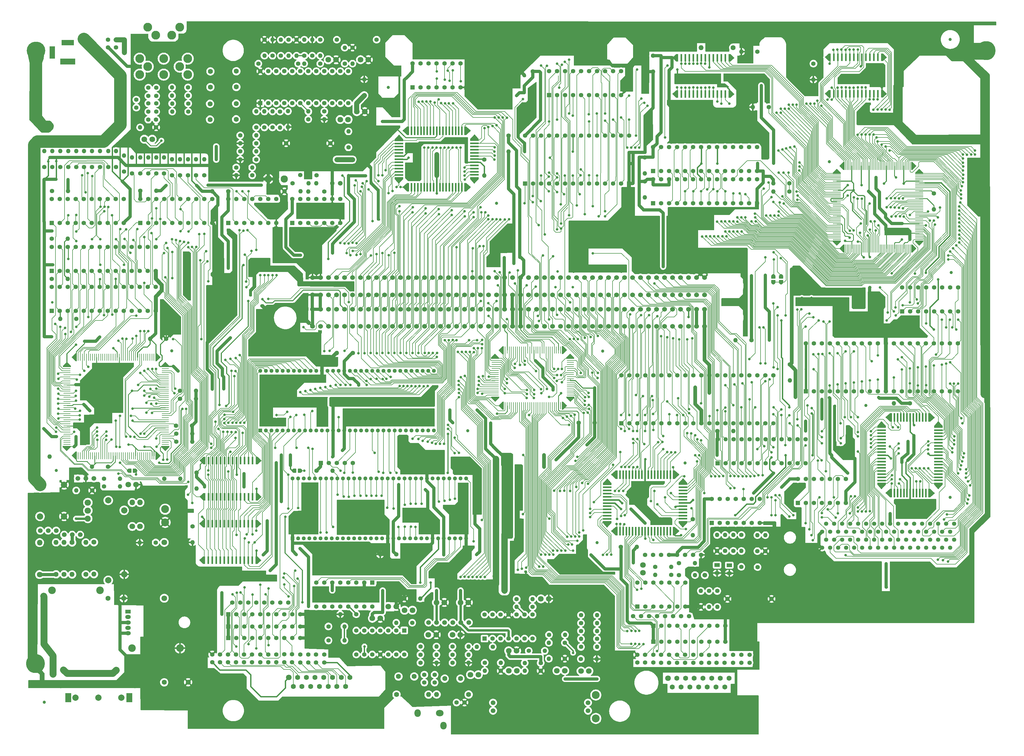
<source format=gtl>
G04 #@! TF.GenerationSoftware,KiCad,Pcbnew,7.0.7*
G04 #@! TF.CreationDate,2023-08-19T15:45:19+01:00*
G04 #@! TF.ProjectId,NeoGeoAES3_5,4e656f47-656f-4414-9553-335f352e6b69,rev?*
G04 #@! TF.SameCoordinates,Original*
G04 #@! TF.FileFunction,Copper,L1,Top*
G04 #@! TF.FilePolarity,Positive*
%FSLAX46Y46*%
G04 Gerber Fmt 4.6, Leading zero omitted, Abs format (unit mm)*
G04 Created by KiCad (PCBNEW 7.0.7) date 2023-08-19 15:45:19*
%MOMM*%
%LPD*%
G01*
G04 APERTURE LIST*
G04 Aperture macros list*
%AMFreePoly0*
4,1,40,0.655063,0.650106,0.670902,0.650106,0.683715,0.640796,0.698779,0.635902,0.708088,0.623088,0.720902,0.613779,0.725796,0.598715,0.735106,0.585902,0.735106,0.570062,0.740000,0.555000,0.740000,-0.555000,0.735106,-0.570062,0.735106,-0.585902,0.725796,-0.598715,0.720902,-0.613779,0.708088,-0.623088,0.698779,-0.635902,0.683715,-0.640796,0.670902,-0.650106,0.655063,-0.650106,
0.640000,-0.655000,0.000000,-0.655000,-0.014700,-0.650224,-0.078952,-0.650224,-0.232266,-0.612436,-0.372082,-0.539054,-0.490275,-0.434345,-0.579974,-0.304394,-0.635967,-0.156752,-0.655000,0.000000,-0.635967,0.156752,-0.579974,0.304394,-0.490275,0.434345,-0.372082,0.539054,-0.232266,0.612436,-0.078952,0.650224,-0.014700,0.650224,0.000000,0.655000,0.640000,0.655000,0.655063,0.650106,
0.655063,0.650106,$1*%
%AMFreePoly1*
4,1,28,-0.001450,1.452833,0.015923,1.446024,0.016143,1.445519,0.016652,1.445308,1.271607,0.187012,1.278894,0.169352,1.286204,0.151830,1.286164,0.151733,1.286204,0.151637,1.282613,0.143000,1.285750,0.143000,1.285750,-0.143000,-1.285750,-0.143000,-1.285750,0.143000,-1.285136,0.143000,-1.285807,0.144537,-1.285644,0.144952,-1.285817,0.145367,-1.278679,0.162720,-1.271842,0.180166,
-0.054775,1.444673,-0.054269,1.444893,-0.054058,1.445402,-0.036817,1.452516,-0.019706,1.459990,-0.019193,1.459788,-0.018684,1.459999,-0.001450,1.452833,-0.001450,1.452833,$1*%
%AMFreePoly2*
4,1,26,1.215375,-0.272783,1.219129,-0.293174,1.215134,-0.301521,1.215147,-0.310775,1.202071,-0.328822,1.192453,-0.348924,0.052453,-1.547298,0.035690,-1.556372,0.021661,-1.569283,0.009164,-1.570733,-0.001897,-1.576722,-0.020792,-1.574210,-0.039730,-1.576409,-0.050692,-1.570237,-0.063161,-1.568580,-0.076973,-1.555440,-0.093585,-1.546088,-1.193585,-0.350713,-1.202483,-0.331297,-1.215065,-0.314028,
-1.215078,-0.303813,-1.219334,-0.294528,-1.215375,-0.274859,-1.215375,0.282999,1.215375,0.282999,1.215375,-0.272783,1.215375,-0.272783,$1*%
%AMFreePoly3*
4,1,28,1.390750,-0.283000,1.386757,-0.283000,1.389168,-0.295879,1.385106,-0.304433,1.385106,-0.313902,1.372128,-0.331763,1.362658,-0.351709,0.022657,-1.768709,0.004737,-1.778479,-0.010624,-1.791922,-0.021775,-1.792934,-0.031605,-1.798294,-0.051846,-1.795665,-0.072174,-1.797511,-0.081789,-1.791776,-0.092894,-1.790334,-0.107726,-1.776307,-0.125254,-1.765854,-1.365254,-0.348854,-1.373217,-0.330265,
-1.385106,-0.313902,-1.385106,-0.302513,-1.389591,-0.292044,-1.387534,-0.283000,-1.390750,-0.283000,-1.390750,0.283000,1.390750,0.283000,1.390750,-0.283000,1.390750,-0.283000,$1*%
%AMFreePoly4*
4,1,32,-0.021729,1.813069,-0.011263,1.812192,0.004697,1.798420,0.023136,1.788199,1.363136,0.351199,1.372324,0.331494,1.385106,0.313902,1.385106,0.305889,1.388752,0.298754,1.388459,0.296892,1.389255,0.295186,1.386886,0.283000,1.390750,0.283000,1.390750,-0.283000,-1.390750,-0.283000,-1.390750,0.283000,-1.387691,0.283000,-1.389651,0.291352,-1.388925,0.293078,-1.389288,0.294917,
-1.385106,0.303949,-1.385106,0.313902,-1.373414,0.329994,-1.365710,0.348330,-0.125710,1.785330,-0.107681,1.796252,-0.092261,1.810632,-0.081833,1.811912,-0.072850,1.817355,-0.051843,1.815593,-0.030918,1.818163,-0.021729,1.813069,-0.021729,1.813069,$1*%
G04 Aperture macros list end*
G04 #@! TA.AperFunction,ComponentPad*
%ADD10C,1.400000*%
G04 #@! TD*
G04 #@! TA.AperFunction,ComponentPad*
%ADD11O,1.400000X1.400000*%
G04 #@! TD*
G04 #@! TA.AperFunction,ComponentPad*
%ADD12R,1.400000X1.400000*%
G04 #@! TD*
G04 #@! TA.AperFunction,ComponentPad*
%ADD13O,2.400000X2.400000*%
G04 #@! TD*
G04 #@! TA.AperFunction,ComponentPad*
%ADD14C,2.400000*%
G04 #@! TD*
G04 #@! TA.AperFunction,ComponentPad*
%ADD15C,1.600000*%
G04 #@! TD*
G04 #@! TA.AperFunction,ComponentPad*
%ADD16O,1.600000X1.600000*%
G04 #@! TD*
G04 #@! TA.AperFunction,ComponentPad*
%ADD17C,1.500000*%
G04 #@! TD*
G04 #@! TA.AperFunction,SMDPad,CuDef*
%ADD18FreePoly0,180.000000*%
G04 #@! TD*
G04 #@! TA.AperFunction,SMDPad,CuDef*
%ADD19FreePoly0,0.000000*%
G04 #@! TD*
G04 #@! TA.AperFunction,SMDPad,CuDef*
%ADD20C,1.000000*%
G04 #@! TD*
G04 #@! TA.AperFunction,ComponentPad*
%ADD21C,1.800000*%
G04 #@! TD*
G04 #@! TA.AperFunction,ComponentPad*
%ADD22C,1.350000*%
G04 #@! TD*
G04 #@! TA.AperFunction,ComponentPad*
%ADD23C,2.000000*%
G04 #@! TD*
G04 #@! TA.AperFunction,ComponentPad*
%ADD24R,1.875396X2.889996*%
G04 #@! TD*
G04 #@! TA.AperFunction,SMDPad,CuDef*
%ADD25FreePoly0,90.000000*%
G04 #@! TD*
G04 #@! TA.AperFunction,SMDPad,CuDef*
%ADD26FreePoly0,270.000000*%
G04 #@! TD*
G04 #@! TA.AperFunction,ComponentPad*
%ADD27O,5.900000X5.600000*%
G04 #@! TD*
G04 #@! TA.AperFunction,ComponentPad*
%ADD28C,1.348000*%
G04 #@! TD*
G04 #@! TA.AperFunction,SMDPad,CuDef*
%ADD29FreePoly1,270.000000*%
G04 #@! TD*
G04 #@! TA.AperFunction,SMDPad,CuDef*
%ADD30R,0.286000X2.571500*%
G04 #@! TD*
G04 #@! TA.AperFunction,SMDPad,CuDef*
%ADD31FreePoly1,90.000000*%
G04 #@! TD*
G04 #@! TA.AperFunction,SMDPad,CuDef*
%ADD32FreePoly1,0.000000*%
G04 #@! TD*
G04 #@! TA.AperFunction,SMDPad,CuDef*
%ADD33R,2.571500X0.286000*%
G04 #@! TD*
G04 #@! TA.AperFunction,SMDPad,CuDef*
%ADD34FreePoly1,180.000000*%
G04 #@! TD*
G04 #@! TA.AperFunction,ComponentPad*
%ADD35O,1.800000X1.800000*%
G04 #@! TD*
G04 #@! TA.AperFunction,ComponentPad*
%ADD36O,6.000000X6.000000*%
G04 #@! TD*
G04 #@! TA.AperFunction,SMDPad,CuDef*
%ADD37R,0.286000X2.280000*%
G04 #@! TD*
G04 #@! TA.AperFunction,SMDPad,CuDef*
%ADD38R,2.280000X0.286000*%
G04 #@! TD*
G04 #@! TA.AperFunction,ComponentPad*
%ADD39C,1.524000*%
G04 #@! TD*
G04 #@! TA.AperFunction,ComponentPad*
%ADD40C,2.300000*%
G04 #@! TD*
G04 #@! TA.AperFunction,ComponentPad*
%ADD41R,4.820000X1.840000*%
G04 #@! TD*
G04 #@! TA.AperFunction,ComponentPad*
%ADD42R,4.000000X1.800000*%
G04 #@! TD*
G04 #@! TA.AperFunction,ComponentPad*
%ADD43R,1.800000X4.000000*%
G04 #@! TD*
G04 #@! TA.AperFunction,SMDPad,CuDef*
%ADD44FreePoly2,270.000000*%
G04 #@! TD*
G04 #@! TA.AperFunction,SMDPad,CuDef*
%ADD45R,0.565998X2.430750*%
G04 #@! TD*
G04 #@! TA.AperFunction,SMDPad,CuDef*
%ADD46FreePoly2,90.000000*%
G04 #@! TD*
G04 #@! TA.AperFunction,ComponentPad*
%ADD47C,1.905000*%
G04 #@! TD*
G04 #@! TA.AperFunction,ComponentPad*
%ADD48O,2.000000X1.905000*%
G04 #@! TD*
G04 #@! TA.AperFunction,ComponentPad*
%ADD49C,2.500000*%
G04 #@! TD*
G04 #@! TA.AperFunction,SMDPad,CuDef*
%ADD50FreePoly3,0.000000*%
G04 #@! TD*
G04 #@! TA.AperFunction,SMDPad,CuDef*
%ADD51R,2.781500X0.566000*%
G04 #@! TD*
G04 #@! TA.AperFunction,SMDPad,CuDef*
%ADD52FreePoly4,0.000000*%
G04 #@! TD*
G04 #@! TA.AperFunction,SMDPad,CuDef*
%ADD53FreePoly3,90.000000*%
G04 #@! TD*
G04 #@! TA.AperFunction,SMDPad,CuDef*
%ADD54R,0.566000X2.781500*%
G04 #@! TD*
G04 #@! TA.AperFunction,SMDPad,CuDef*
%ADD55FreePoly3,270.000000*%
G04 #@! TD*
G04 #@! TA.AperFunction,ComponentPad*
%ADD56O,2.000000X2.400000*%
G04 #@! TD*
G04 #@! TA.AperFunction,ComponentPad*
%ADD57O,2.400000X2.000000*%
G04 #@! TD*
G04 #@! TA.AperFunction,ComponentPad*
%ADD58R,1.700000X1.200000*%
G04 #@! TD*
G04 #@! TA.AperFunction,ComponentPad*
%ADD59O,1.700000X1.200000*%
G04 #@! TD*
G04 #@! TA.AperFunction,ComponentPad*
%ADD60R,1.300000X1.300000*%
G04 #@! TD*
G04 #@! TA.AperFunction,ComponentPad*
%ADD61O,1.300000X1.300000*%
G04 #@! TD*
G04 #@! TA.AperFunction,ComponentPad*
%ADD62C,1.320000*%
G04 #@! TD*
G04 #@! TA.AperFunction,SMDPad,CuDef*
%ADD63FreePoly4,270.000000*%
G04 #@! TD*
G04 #@! TA.AperFunction,SMDPad,CuDef*
%ADD64FreePoly3,180.000000*%
G04 #@! TD*
G04 #@! TA.AperFunction,ComponentPad*
%ADD65R,1.800000X1.275000*%
G04 #@! TD*
G04 #@! TA.AperFunction,ComponentPad*
%ADD66O,1.800000X1.275000*%
G04 #@! TD*
G04 #@! TA.AperFunction,ComponentPad*
%ADD67C,2.800000*%
G04 #@! TD*
G04 #@! TA.AperFunction,ViaPad*
%ADD68C,0.800000*%
G04 #@! TD*
G04 #@! TA.AperFunction,Conductor*
%ADD69C,0.160000*%
G04 #@! TD*
G04 #@! TA.AperFunction,Conductor*
%ADD70C,1.000000*%
G04 #@! TD*
G04 #@! TA.AperFunction,Conductor*
%ADD71C,0.500000*%
G04 #@! TD*
G04 #@! TA.AperFunction,Conductor*
%ADD72C,0.400000*%
G04 #@! TD*
G04 #@! TA.AperFunction,Conductor*
%ADD73C,0.250000*%
G04 #@! TD*
G04 #@! TA.AperFunction,Conductor*
%ADD74C,0.800000*%
G04 #@! TD*
G04 #@! TA.AperFunction,Conductor*
%ADD75C,2.000000*%
G04 #@! TD*
G04 #@! TA.AperFunction,Conductor*
%ADD76C,0.300000*%
G04 #@! TD*
G04 #@! TA.AperFunction,Conductor*
%ADD77C,1.600000*%
G04 #@! TD*
G04 #@! TA.AperFunction,Conductor*
%ADD78C,1.200000*%
G04 #@! TD*
G04 #@! TA.AperFunction,Conductor*
%ADD79C,0.127000*%
G04 #@! TD*
G04 #@! TA.AperFunction,Conductor*
%ADD80C,1.500000*%
G04 #@! TD*
G04 #@! TA.AperFunction,Conductor*
%ADD81C,1.300000*%
G04 #@! TD*
G04 #@! TA.AperFunction,Conductor*
%ADD82C,0.200000*%
G04 #@! TD*
G04 #@! TA.AperFunction,Conductor*
%ADD83C,2.200000*%
G04 #@! TD*
G04 #@! TA.AperFunction,Conductor*
%ADD84C,4.000000*%
G04 #@! TD*
G04 APERTURE END LIST*
D10*
X139200000Y-48127500D03*
D11*
X139200000Y-43047500D03*
D10*
X131447500Y-48140000D03*
D11*
X126367500Y-48140000D03*
D10*
X198887500Y-220780000D03*
D11*
X193807500Y-220780000D03*
D10*
X64130000Y-80970000D03*
D11*
X64130000Y-75890000D03*
D10*
X92137500Y-178090000D03*
D11*
X92137500Y-183170000D03*
D12*
X237190000Y-231850000D03*
D10*
X239730000Y-231850000D03*
X242270000Y-231850000D03*
X244810000Y-231850000D03*
X247350000Y-231850000D03*
X249890000Y-231850000D03*
X252430000Y-231850000D03*
X254970000Y-231850000D03*
X257510000Y-231850000D03*
X260050000Y-231850000D03*
X158122500Y-218140000D03*
D11*
X163202500Y-218140000D03*
D10*
X197652500Y-234770000D03*
D11*
X202732500Y-234770000D03*
D12*
X237140000Y-82280000D03*
D10*
X239680000Y-82280000D03*
X242220000Y-82280000D03*
X244760000Y-82280000D03*
X247300000Y-82280000D03*
X249840000Y-82280000D03*
X252380000Y-82280000D03*
X254920000Y-82280000D03*
X257460000Y-82280000D03*
X260000000Y-82280000D03*
X262540000Y-82280000D03*
X265080000Y-82280000D03*
X267620000Y-82280000D03*
X270160000Y-82280000D03*
X270160000Y-74660000D03*
X267620000Y-74660000D03*
X265080000Y-74660000D03*
X262540000Y-74660000D03*
X260000000Y-74660000D03*
X257460000Y-74660000D03*
X254920000Y-74660000D03*
X252380000Y-74660000D03*
X249840000Y-74660000D03*
X247300000Y-74660000D03*
X244760000Y-74660000D03*
X242220000Y-74660000D03*
X239680000Y-74660000D03*
X237140000Y-74660000D03*
X267742500Y-238515000D03*
X267742500Y-236015000D03*
X268317500Y-136050000D03*
D11*
X263237500Y-136050000D03*
D10*
X141690000Y-43050000D03*
D11*
X141690000Y-48130000D03*
D13*
X46280000Y-215505000D03*
D14*
X61520000Y-215505000D03*
D15*
X52650000Y-200310000D03*
D16*
X52650000Y-210470000D03*
D10*
X163260000Y-235980000D03*
D11*
X168340000Y-235980000D03*
D17*
X50130000Y-197850000D03*
X52670000Y-197850000D03*
X55210000Y-197850000D03*
D18*
X72710000Y-177500000D03*
D19*
X70740000Y-177505000D03*
D20*
X43815000Y-251053600D03*
D10*
X163260000Y-238540000D03*
D11*
X168340000Y-238540000D03*
D12*
X74305000Y-98750000D03*
D10*
X76845000Y-98750000D03*
X79385000Y-98750000D03*
X81925000Y-98750000D03*
X84465000Y-98750000D03*
X87005000Y-98750000D03*
X89545000Y-98750000D03*
X92085000Y-98750000D03*
X94625000Y-98750000D03*
X97165000Y-98750000D03*
X97165000Y-91130000D03*
X94625000Y-91130000D03*
X92085000Y-91130000D03*
X89545000Y-91130000D03*
X87005000Y-91130000D03*
X84465000Y-91130000D03*
X81925000Y-91130000D03*
X79385000Y-91130000D03*
X76845000Y-91130000D03*
X74305000Y-91130000D03*
X59029600Y-183788300D03*
D11*
X53949600Y-183788300D03*
D17*
X54490000Y-179980000D03*
X59570000Y-179980000D03*
X57030000Y-179980000D03*
D21*
X153080000Y-220660000D03*
X155580000Y-220660000D03*
D10*
X79350000Y-60770000D03*
X76850000Y-60770000D03*
D12*
X285655000Y-152295000D03*
D10*
X288195000Y-152295000D03*
X290735000Y-152295000D03*
X293275000Y-152295000D03*
X295815000Y-152295000D03*
X298355000Y-152295000D03*
X300895000Y-152295000D03*
X303435000Y-152295000D03*
X305975000Y-152295000D03*
X308515000Y-152295000D03*
X311055000Y-152295000D03*
X313595000Y-152295000D03*
X316135000Y-152295000D03*
X318675000Y-152295000D03*
X321215000Y-152295000D03*
X323755000Y-152295000D03*
X326295000Y-152295000D03*
X328835000Y-152295000D03*
X331375000Y-152295000D03*
D22*
X333915000Y-152295000D03*
D10*
X333915000Y-137055000D03*
X331375000Y-137055000D03*
X328835000Y-137055000D03*
X326295000Y-137055000D03*
X323755000Y-137055000D03*
X321215000Y-137055000D03*
X318675000Y-137055000D03*
X316135000Y-137055000D03*
X313595000Y-137055000D03*
X311055000Y-137055000D03*
X308515000Y-137055000D03*
X305975000Y-137055000D03*
X303435000Y-137055000D03*
X300895000Y-137055000D03*
X298355000Y-137055000D03*
X295815000Y-137055000D03*
X293275000Y-137055000D03*
X290735000Y-137055000D03*
X288195000Y-137055000D03*
X285655000Y-137055000D03*
X76820000Y-83020000D03*
D11*
X76820000Y-77940000D03*
D10*
X209110000Y-232190000D03*
D11*
X204030000Y-232190000D03*
D10*
X61530000Y-80970000D03*
D11*
X61530000Y-75890000D03*
D10*
X188750000Y-241120000D03*
D11*
X183670000Y-241120000D03*
D10*
X66630000Y-80970000D03*
D11*
X66630000Y-75890000D03*
D21*
X147990000Y-224410000D03*
X150490000Y-224410000D03*
D10*
X214230000Y-223400000D03*
D11*
X219310000Y-223400000D03*
D12*
X283090000Y-187790000D03*
D10*
X285630000Y-187790000D03*
X288170000Y-187790000D03*
X290710000Y-187790000D03*
X293250000Y-187790000D03*
X295790000Y-187790000D03*
X298330000Y-187790000D03*
X298330000Y-180170000D03*
X295790000Y-180170000D03*
X293250000Y-180170000D03*
X290710000Y-180170000D03*
X288170000Y-180170000D03*
X285630000Y-180170000D03*
X283090000Y-180170000D03*
X104707500Y-235925000D03*
X104707500Y-238425000D03*
D20*
X331780000Y-114490000D03*
D10*
X132740400Y-88747600D03*
D11*
X127660400Y-88747600D03*
D10*
X201430000Y-241120000D03*
D11*
X196350000Y-241120000D03*
D12*
X227020000Y-162400000D03*
D10*
X229560000Y-162400000D03*
X232100000Y-162400000D03*
X234640000Y-162400000D03*
X237180000Y-162400000D03*
X239720000Y-162400000D03*
X242260000Y-162400000D03*
X244800000Y-162400000D03*
X247340000Y-162400000D03*
X249880000Y-162400000D03*
X252420000Y-162400000D03*
X254960000Y-162400000D03*
X257500000Y-162400000D03*
X260040000Y-162400000D03*
X262580000Y-162400000D03*
X265120000Y-162400000D03*
X267660000Y-162400000D03*
X270200000Y-162400000D03*
X272740000Y-162400000D03*
D22*
X275280000Y-162400000D03*
D10*
X275280000Y-147160000D03*
X272740000Y-147160000D03*
X270200000Y-147160000D03*
X267660000Y-147160000D03*
X265120000Y-147160000D03*
X262580000Y-147160000D03*
X260040000Y-147160000D03*
X257500000Y-147160000D03*
X254960000Y-147160000D03*
X252420000Y-147160000D03*
X249880000Y-147160000D03*
X247340000Y-147160000D03*
X244800000Y-147160000D03*
X242260000Y-147160000D03*
X239720000Y-147160000D03*
X237180000Y-147160000D03*
X234640000Y-147160000D03*
X232100000Y-147160000D03*
X229560000Y-147160000D03*
X227020000Y-147160000D03*
D17*
X173520000Y-225732500D03*
X176060000Y-225732500D03*
X178600000Y-225732500D03*
D12*
X46150000Y-114010000D03*
D10*
X48690000Y-114010000D03*
X51230000Y-114010000D03*
X53770000Y-114010000D03*
X56310000Y-114010000D03*
X58850000Y-114010000D03*
X61390000Y-114010000D03*
X63930000Y-114010000D03*
X66470000Y-114010000D03*
X69010000Y-114010000D03*
X71550000Y-114010000D03*
X74090000Y-114010000D03*
X76630000Y-114010000D03*
X79170000Y-114010000D03*
X79170000Y-106390000D03*
X76630000Y-106390000D03*
X74090000Y-106390000D03*
X71550000Y-106390000D03*
X69010000Y-106390000D03*
X66470000Y-106390000D03*
X63930000Y-106390000D03*
X61390000Y-106390000D03*
X58850000Y-106390000D03*
X56310000Y-106390000D03*
X53770000Y-106390000D03*
X51230000Y-106390000D03*
X48690000Y-106390000D03*
X46150000Y-106390000D03*
D12*
X204060000Y-58160000D03*
D10*
X206600000Y-58160000D03*
X209140000Y-58160000D03*
X211680000Y-58160000D03*
X214220000Y-58160000D03*
X216760000Y-58160000D03*
X219300000Y-58160000D03*
X221840000Y-58160000D03*
X224380000Y-58160000D03*
X226920000Y-58160000D03*
X226920000Y-50540000D03*
X224380000Y-50540000D03*
X221840000Y-50540000D03*
X219300000Y-50540000D03*
X216760000Y-50540000D03*
X214220000Y-50540000D03*
X211680000Y-50540000D03*
X209140000Y-50540000D03*
X206600000Y-50540000D03*
X204060000Y-50540000D03*
X64090000Y-43010000D03*
X64090000Y-40510000D03*
D23*
X53750000Y-249650000D03*
X61000000Y-249650000D03*
X68260000Y-249640000D03*
D24*
X51420000Y-249650000D03*
X70820000Y-249640000D03*
D25*
X275280000Y-117690000D03*
D26*
X275275000Y-115720000D03*
D10*
X114950000Y-235900000D03*
X114950000Y-238400000D03*
X262572500Y-203030000D03*
D11*
X262572500Y-197950000D03*
D20*
X247310000Y-175030000D03*
D27*
X41198800Y-43967400D03*
D21*
X173420000Y-229650000D03*
X175920000Y-229650000D03*
D10*
X242900200Y-210642200D03*
D11*
X237820200Y-210642200D03*
D28*
X290790000Y-196880000D03*
X292060000Y-194340000D03*
X293330000Y-196880000D03*
X294600000Y-194340000D03*
X295870000Y-196880000D03*
X297140000Y-194340000D03*
X298410000Y-196880000D03*
X299680000Y-194340000D03*
X300950000Y-196880000D03*
X302220000Y-194340000D03*
X303490000Y-196880000D03*
X304760000Y-194340000D03*
X306030000Y-196880000D03*
X307300000Y-194340000D03*
X308570000Y-196880000D03*
X309840000Y-194340000D03*
X311110000Y-196880000D03*
X312380000Y-194340000D03*
X313650000Y-196880000D03*
X314920000Y-194340000D03*
X316190000Y-196880000D03*
X317460000Y-194340000D03*
X318730000Y-196880000D03*
X320000000Y-194340000D03*
X321270000Y-196880000D03*
X322540000Y-194340000D03*
X323810000Y-196880000D03*
X325080000Y-194340000D03*
X326350000Y-196880000D03*
X327620000Y-194340000D03*
X328890000Y-196880000D03*
X330160000Y-194340000D03*
X331430000Y-196880000D03*
X332700000Y-194340000D03*
X290790000Y-201960000D03*
X292060000Y-199420000D03*
X293330000Y-201960000D03*
X294600000Y-199420000D03*
X295870000Y-201960000D03*
X297140000Y-199420000D03*
X298410000Y-201960000D03*
X299680000Y-199420000D03*
X300950000Y-201960000D03*
X302220000Y-199420000D03*
X303490000Y-201960000D03*
X304760000Y-199420000D03*
X306030000Y-201960000D03*
X307300000Y-199420000D03*
X308570000Y-201960000D03*
X309840000Y-199420000D03*
X311110000Y-201960000D03*
X312380000Y-199420000D03*
X313650000Y-201960000D03*
X314920000Y-199420000D03*
X316190000Y-201960000D03*
X317460000Y-199420000D03*
X318730000Y-201960000D03*
X320000000Y-199420000D03*
X321270000Y-201960000D03*
X322540000Y-199420000D03*
X323810000Y-201960000D03*
X325080000Y-199420000D03*
X326350000Y-201960000D03*
X327620000Y-199420000D03*
X328890000Y-201960000D03*
X330160000Y-199420000D03*
X331430000Y-201960000D03*
X332700000Y-199420000D03*
D12*
X232080000Y-220730000D03*
D10*
X234620000Y-220730000D03*
X237160000Y-220730000D03*
X239700000Y-220730000D03*
X242240000Y-220730000D03*
X244780000Y-220730000D03*
X247320000Y-220730000D03*
X247320000Y-213110000D03*
X244780000Y-213110000D03*
X242240000Y-213110000D03*
X239700000Y-213110000D03*
X237160000Y-213110000D03*
X234620000Y-213110000D03*
X232080000Y-213110000D03*
X237100000Y-45620000D03*
D11*
X237100000Y-50700000D03*
D10*
X86950000Y-154652500D03*
D11*
X92030000Y-154652500D03*
D20*
X304680000Y-156750000D03*
D12*
X102200000Y-227000000D03*
D10*
X104740000Y-227000000D03*
X107280000Y-227000000D03*
X109820000Y-227000000D03*
X112360000Y-227000000D03*
X114900000Y-227000000D03*
X117440000Y-227000000D03*
X119980000Y-227000000D03*
X122520000Y-227000000D03*
X125060000Y-227000000D03*
D12*
X183610000Y-230860000D03*
D10*
X186150000Y-230860000D03*
X188690000Y-230860000D03*
X191230000Y-230860000D03*
X193770000Y-230860000D03*
X196310000Y-230860000D03*
X198850000Y-230860000D03*
X198850000Y-223240000D03*
X196310000Y-223240000D03*
X193770000Y-223240000D03*
X191230000Y-223240000D03*
X188690000Y-223240000D03*
X186150000Y-223240000D03*
X183610000Y-223240000D03*
X97130000Y-238410000D03*
X97130000Y-235910000D03*
D15*
X104800000Y-50545000D03*
X104800000Y-55545000D03*
D10*
X160660000Y-225830000D03*
D11*
X155580000Y-225830000D03*
D10*
X112397500Y-235905000D03*
X112397500Y-238405000D03*
D21*
X158210000Y-221855000D03*
X160710000Y-221855000D03*
D10*
X234594400Y-204260000D03*
X237134400Y-204260000D03*
X239674400Y-204260000D03*
X242214400Y-204260000D03*
X244754400Y-204260000D03*
X247294400Y-204260000D03*
X249834400Y-204260000D03*
X252374400Y-204260000D03*
D19*
X123100000Y-177525000D03*
D18*
X125070000Y-177520000D03*
D10*
X131410000Y-40520000D03*
D11*
X131410000Y-45600000D03*
D10*
X254900000Y-236060000D03*
X254900000Y-238560000D03*
D12*
X196440000Y-86210000D03*
D10*
X198980000Y-86210000D03*
X201520000Y-86210000D03*
X204060000Y-86210000D03*
X206600000Y-86210000D03*
X209140000Y-86210000D03*
X211680000Y-86210000D03*
X214220000Y-86210000D03*
X216760000Y-86210000D03*
X219300000Y-86210000D03*
X221840000Y-86210000D03*
X224380000Y-86210000D03*
X226920000Y-86210000D03*
X229460000Y-86210000D03*
X229460000Y-70970000D03*
X226920000Y-70970000D03*
X224380000Y-70970000D03*
X221840000Y-70970000D03*
X219300000Y-70970000D03*
X216760000Y-70970000D03*
X214220000Y-70970000D03*
X211680000Y-70970000D03*
X209140000Y-70970000D03*
X206600000Y-70970000D03*
X204060000Y-70970000D03*
X201520000Y-70970000D03*
X198980000Y-70970000D03*
X196440000Y-70970000D03*
D15*
X50120000Y-210440000D03*
D16*
X50120000Y-200280000D03*
D10*
X140390000Y-74737500D03*
D11*
X140390000Y-69657500D03*
D10*
X46200000Y-103762500D03*
D11*
X51280000Y-103762500D03*
D21*
X179140000Y-242340000D03*
X181640000Y-242340000D03*
D12*
X112430000Y-60710000D03*
D10*
X114970000Y-60710000D03*
X117510000Y-60710000D03*
X120050000Y-60710000D03*
X122590000Y-60710000D03*
X125130000Y-60710000D03*
X127670000Y-60710000D03*
X130210000Y-60710000D03*
X132750000Y-60710000D03*
X135290000Y-60710000D03*
X137830000Y-60710000D03*
X140370000Y-60710000D03*
X140370000Y-50550000D03*
X137830000Y-50550000D03*
X135290000Y-50550000D03*
X132750000Y-50550000D03*
X130210000Y-50550000D03*
X127670000Y-50550000D03*
X125130000Y-50550000D03*
X122590000Y-50550000D03*
X120050000Y-50550000D03*
X117510000Y-50550000D03*
X114970000Y-50550000D03*
X112430000Y-50550000D03*
D29*
X319210000Y-80690000D03*
D30*
X318710000Y-80690000D03*
X318210000Y-80690000D03*
X317710000Y-80690000D03*
X317210000Y-80690000D03*
X316710000Y-80690000D03*
X316210000Y-80690000D03*
X315710000Y-80690000D03*
X315210000Y-80690000D03*
X314710000Y-80690000D03*
X314210000Y-80690000D03*
X313710000Y-80690000D03*
X313210000Y-80690000D03*
X312710000Y-80690000D03*
X312210000Y-80690000D03*
X311710000Y-80690000D03*
X311210000Y-80690000D03*
X310710000Y-80690000D03*
X310210000Y-80690000D03*
X309710000Y-80690000D03*
X309210000Y-80690000D03*
X308710000Y-80690000D03*
X308210000Y-80690000D03*
X307710000Y-80690000D03*
X307210000Y-80690000D03*
X306710000Y-80690000D03*
X306210000Y-80690000D03*
X305710000Y-80690000D03*
X305210000Y-80690000D03*
X304710000Y-80690000D03*
X304210000Y-80690000D03*
X303710000Y-80690000D03*
X303210000Y-80690000D03*
X302710000Y-80690000D03*
X302210000Y-80690000D03*
X301710000Y-80690000D03*
X301210000Y-80690000D03*
X300710000Y-80690000D03*
X300210000Y-80690000D03*
X299710000Y-80690000D03*
X299210000Y-80690000D03*
X298710000Y-80690000D03*
X298210000Y-80690000D03*
D31*
X297710000Y-80690000D03*
D32*
X295410000Y-83000000D03*
D33*
X295410000Y-83500000D03*
X295410000Y-84000000D03*
X295410000Y-84500000D03*
X295410000Y-85000000D03*
X295410000Y-85500000D03*
X295410000Y-86000000D03*
X295410000Y-86500000D03*
X295410000Y-87000000D03*
X295410000Y-87500000D03*
X295410000Y-88000000D03*
X295410000Y-88500000D03*
X295410000Y-89000000D03*
X295410000Y-89500000D03*
X295410000Y-90000000D03*
X295410000Y-90500000D03*
X295410000Y-91000000D03*
X295410000Y-91500000D03*
X295410000Y-92000000D03*
X295410000Y-92500000D03*
X295410000Y-93000000D03*
X295410000Y-93500000D03*
X295410000Y-94000000D03*
X295410000Y-94500000D03*
X295410000Y-95000000D03*
X295410000Y-95500000D03*
X295410000Y-96000000D03*
X295410000Y-96500000D03*
X295410000Y-97000000D03*
X295410000Y-97500000D03*
X295410000Y-98000000D03*
X295410000Y-98500000D03*
X295410000Y-99000000D03*
X295410000Y-99500000D03*
X295410000Y-100000000D03*
X295410000Y-100500000D03*
X295410000Y-101000000D03*
X295410000Y-101500000D03*
X295410000Y-102000000D03*
X295410000Y-102500000D03*
X295410000Y-103000000D03*
X295410000Y-103500000D03*
X295410000Y-104000000D03*
D34*
X295410000Y-104500000D03*
D31*
X297710000Y-106870000D03*
D30*
X298210000Y-106870000D03*
X298710000Y-106870000D03*
X299210000Y-106870000D03*
X299710000Y-106870000D03*
X300210000Y-106870000D03*
X300710000Y-106870000D03*
X301210000Y-106870000D03*
X301710000Y-106870000D03*
X302210000Y-106870000D03*
X302710000Y-106870000D03*
X303210000Y-106870000D03*
X303710000Y-106870000D03*
X304210000Y-106870000D03*
X304710000Y-106870000D03*
X305210000Y-106870000D03*
X305710000Y-106870000D03*
X306210000Y-106870000D03*
X306710000Y-106870000D03*
X307210000Y-106870000D03*
X307710000Y-106870000D03*
X308210000Y-106870000D03*
X308710000Y-106870000D03*
X309210000Y-106870000D03*
X309710000Y-106870000D03*
X310210000Y-106870000D03*
X310710000Y-106870000D03*
X311210000Y-106870000D03*
X311710000Y-106870000D03*
X312210000Y-106870000D03*
X312710000Y-106870000D03*
X313210000Y-106870000D03*
X313710000Y-106870000D03*
X314210000Y-106870000D03*
X314710000Y-106870000D03*
X315210000Y-106870000D03*
X315710000Y-106870000D03*
X316210000Y-106870000D03*
X316710000Y-106870000D03*
X317210000Y-106870000D03*
X317710000Y-106870000D03*
X318210000Y-106870000D03*
X318710000Y-106870000D03*
D29*
X319210000Y-106870000D03*
D34*
X321640000Y-104510000D03*
D33*
X321640000Y-104010000D03*
X321640000Y-103510000D03*
X321640000Y-103010000D03*
X321640000Y-102510000D03*
X321640000Y-102010000D03*
X321640000Y-101510000D03*
X321640000Y-101010000D03*
X321640000Y-100510000D03*
X321640000Y-100010000D03*
X321640000Y-99510000D03*
X321640000Y-99010000D03*
X321640000Y-98510000D03*
X321640000Y-98010000D03*
X321640000Y-97510000D03*
X321640000Y-97010000D03*
X321640000Y-96510000D03*
X321640000Y-96010000D03*
X321640000Y-95510000D03*
X321640000Y-95010000D03*
X321640000Y-94510000D03*
X321640000Y-94010000D03*
X321640000Y-93510000D03*
X321640000Y-93010000D03*
X321640000Y-92510000D03*
X321640000Y-92010000D03*
X321640000Y-91510000D03*
X321640000Y-91010000D03*
X321640000Y-90510000D03*
X321640000Y-90010000D03*
X321640000Y-89510000D03*
X321640000Y-89010000D03*
X321640000Y-88510000D03*
X321640000Y-88010000D03*
X321640000Y-87510000D03*
X321640000Y-87010000D03*
X321640000Y-86510000D03*
X321640000Y-86010000D03*
X321640000Y-85510000D03*
X321640000Y-85010000D03*
X321640000Y-84510000D03*
X321640000Y-84010000D03*
X321640000Y-83510000D03*
D32*
X321640000Y-83010000D03*
D10*
X167750000Y-242341400D03*
X167750000Y-244841400D03*
X191207500Y-70990000D03*
D11*
X191207500Y-76070000D03*
D15*
X261255000Y-243450000D03*
X258485000Y-243450000D03*
X255715000Y-243450000D03*
X252945000Y-243450000D03*
X250175000Y-243450000D03*
X247405000Y-243450000D03*
X244635000Y-243450000D03*
D21*
X241865000Y-243450000D03*
D15*
X259870000Y-246290000D03*
X257100000Y-246290000D03*
X254330000Y-246290000D03*
X251560000Y-246290000D03*
X248790000Y-246290000D03*
X246020000Y-246290000D03*
X243250000Y-246290000D03*
D10*
X239667500Y-236015000D03*
X239667500Y-238515000D03*
X69150000Y-82437500D03*
D11*
X69150000Y-77357500D03*
D10*
X99647500Y-235925000D03*
X99647500Y-238425000D03*
D21*
X71755000Y-195224400D03*
D35*
X71755000Y-187604400D03*
D10*
X92000000Y-83627500D03*
D11*
X92000000Y-78547500D03*
D23*
X69180000Y-190110000D03*
X69210000Y-210440000D03*
D36*
X342823800Y-44018200D03*
D10*
X64080000Y-176207500D03*
D11*
X59000000Y-176207500D03*
D10*
X89527500Y-63380000D03*
D11*
X84447500Y-63380000D03*
D21*
X165780000Y-229650000D03*
X168280000Y-229650000D03*
D10*
X245351300Y-210667600D03*
D11*
X250431300Y-210667600D03*
D10*
X155560000Y-204137500D03*
D11*
X150480000Y-204137500D03*
D21*
X206580000Y-241070000D03*
X209080000Y-241070000D03*
D29*
X208360000Y-139170000D03*
D37*
X207710000Y-139180000D03*
X207060000Y-139180000D03*
X206410000Y-139180000D03*
X205760000Y-139180000D03*
X205110000Y-139180000D03*
X204460000Y-139180000D03*
X203810000Y-139180000D03*
X203160000Y-139180000D03*
X202510000Y-139180000D03*
X201860000Y-139180000D03*
X201210000Y-139180000D03*
X200560000Y-139180000D03*
X199910000Y-139180000D03*
X199260000Y-139180000D03*
X198610000Y-139180000D03*
X197960000Y-139180000D03*
X197310000Y-139180000D03*
X196660000Y-139180000D03*
X196010000Y-139180000D03*
X195360000Y-139180000D03*
X194710000Y-139180000D03*
X194060000Y-139180000D03*
X193410000Y-139180000D03*
X192760000Y-139180000D03*
X192110000Y-139180000D03*
X191460000Y-139180000D03*
X190810000Y-139180000D03*
X190160000Y-139180000D03*
D31*
X189510000Y-139220000D03*
D32*
X186930000Y-141770000D03*
D38*
X186950000Y-142420000D03*
X186950000Y-143070000D03*
X186950000Y-143720000D03*
X186950000Y-144370000D03*
X186950000Y-145020000D03*
X186950000Y-145670000D03*
X186950000Y-146320000D03*
X186950000Y-146970000D03*
X186950000Y-147620000D03*
X186950000Y-148270000D03*
X186950000Y-148920000D03*
X186950000Y-149570000D03*
X186950000Y-150220000D03*
X186950000Y-150870000D03*
X186950000Y-151520000D03*
X186950000Y-152170000D03*
X186950000Y-152820000D03*
X186950000Y-153470000D03*
D34*
X186990000Y-154120000D03*
D31*
X189510000Y-156870000D03*
D37*
X190160000Y-156830000D03*
X190810000Y-156830000D03*
X191460000Y-156830000D03*
X192110000Y-156830000D03*
X192760000Y-156830000D03*
X193410000Y-156830000D03*
X194060000Y-156830000D03*
X194710000Y-156830000D03*
X195360000Y-156830000D03*
X196010000Y-156830000D03*
X196660000Y-156830000D03*
X197310000Y-156830000D03*
X197960000Y-156830000D03*
X198610000Y-156830000D03*
X199260000Y-156830000D03*
X199910000Y-156830000D03*
X200560000Y-156830000D03*
X201210000Y-156830000D03*
X201860000Y-156830000D03*
X202510000Y-156830000D03*
X203160000Y-156830000D03*
X203810000Y-156830000D03*
X204460000Y-156830000D03*
X205110000Y-156830000D03*
X205760000Y-156830000D03*
X206410000Y-156830000D03*
X207060000Y-156830000D03*
X207710000Y-156830000D03*
D29*
X208360000Y-156820000D03*
D34*
X210880000Y-154120000D03*
D38*
X210840000Y-153470000D03*
X210840000Y-152820000D03*
X210840000Y-152170000D03*
X210840000Y-151520000D03*
X210840000Y-150870000D03*
X210840000Y-150220000D03*
X210840000Y-149570000D03*
X210840000Y-148920000D03*
X210840000Y-148270000D03*
X210840000Y-147620000D03*
X210840000Y-146970000D03*
X210840000Y-146320000D03*
X210840000Y-145670000D03*
X210840000Y-145020000D03*
X210840000Y-144370000D03*
X210840000Y-143720000D03*
X210840000Y-143070000D03*
X210840000Y-142420000D03*
D32*
X210820000Y-141770000D03*
D10*
X130110000Y-235960000D03*
X130110000Y-238460000D03*
D15*
X59600000Y-200240000D03*
D16*
X59600000Y-210400000D03*
D10*
X273880000Y-61960000D03*
D11*
X268800000Y-61960000D03*
D10*
X214190000Y-237332500D03*
D11*
X219270000Y-237332500D03*
D10*
X257452500Y-203022200D03*
D11*
X257452500Y-197942200D03*
D20*
X221150000Y-139460000D03*
D10*
X270230000Y-203070000D03*
D11*
X270230000Y-197990000D03*
D10*
X245351300Y-206883000D03*
D11*
X250431300Y-206883000D03*
D21*
X175960000Y-219390000D03*
X178460000Y-219390000D03*
D10*
X86910000Y-83627500D03*
D11*
X86910000Y-78547500D03*
D10*
X262497500Y-236045000D03*
X262497500Y-238545000D03*
X249767500Y-192890000D03*
D11*
X249767500Y-197970000D03*
D21*
X137790000Y-65880000D03*
X140290000Y-65880000D03*
D12*
X102225000Y-98750000D03*
D10*
X104765000Y-98750000D03*
X107305000Y-98750000D03*
X109845000Y-98750000D03*
X112385000Y-98750000D03*
X114925000Y-98750000D03*
X117465000Y-98750000D03*
X117465000Y-91130000D03*
X114925000Y-91130000D03*
X112385000Y-91130000D03*
X109845000Y-91130000D03*
X107305000Y-91130000D03*
X104765000Y-91130000D03*
X102225000Y-91130000D03*
X79337500Y-68380000D03*
D11*
X74257500Y-68380000D03*
D21*
X81920000Y-218040000D03*
X81920366Y-200300000D03*
D10*
X183667400Y-238540000D03*
D11*
X188747400Y-238540000D03*
D10*
X53940000Y-80970000D03*
D11*
X53940000Y-75890000D03*
D15*
X170950000Y-243590000D03*
X175950000Y-243590000D03*
D10*
X201430000Y-238620000D03*
D11*
X196350000Y-238620000D03*
D10*
X94600000Y-83620000D03*
D11*
X94600000Y-78540000D03*
D10*
X106032500Y-70940000D03*
D11*
X111112500Y-70940000D03*
D10*
X104770000Y-81130000D03*
D11*
X109850000Y-81130000D03*
D10*
X173442500Y-238540000D03*
D11*
X178522500Y-238540000D03*
D21*
X74218800Y-195224400D03*
D35*
X74218800Y-187604400D03*
D10*
X257550000Y-164912500D03*
D11*
X262630000Y-164912500D03*
D10*
X134040000Y-227002500D03*
D11*
X139120000Y-227002500D03*
D10*
X121407500Y-40520000D03*
D11*
X121407500Y-45600000D03*
D20*
X153050000Y-55690000D03*
D39*
X128970000Y-116140000D03*
X131510000Y-116140000D03*
X134050000Y-116140000D03*
X136590000Y-116140000D03*
X139130000Y-116140000D03*
X141670000Y-116140000D03*
X144210000Y-116140000D03*
X146750000Y-116140000D03*
X149290000Y-116140000D03*
X151830000Y-116140000D03*
X154370000Y-116140000D03*
X156910000Y-116140000D03*
X159450000Y-116140000D03*
X161990000Y-116140000D03*
X164530000Y-116140000D03*
X167070000Y-116140000D03*
X169610000Y-116140000D03*
X172150000Y-116140000D03*
X174690000Y-116140000D03*
X177230000Y-116140000D03*
X179770000Y-116140000D03*
X182310000Y-116140000D03*
X184850000Y-116140000D03*
X187390000Y-116140000D03*
X189930000Y-116140000D03*
X192470000Y-116140000D03*
X195010000Y-116140000D03*
X197550000Y-116140000D03*
X200090000Y-116140000D03*
X202630000Y-116140000D03*
X205170000Y-116140000D03*
X207710000Y-116140000D03*
X210250000Y-116140000D03*
X212790000Y-116140000D03*
X215330000Y-116140000D03*
X217870000Y-116140000D03*
X220410000Y-116140000D03*
X222950000Y-116140000D03*
X225490000Y-116140000D03*
X228030000Y-116140000D03*
X230570000Y-116140000D03*
X233110000Y-116140000D03*
X235650000Y-116140000D03*
X238190000Y-116140000D03*
X240730000Y-116140000D03*
X243270000Y-116140000D03*
X245810000Y-116140000D03*
X248350000Y-116140000D03*
X250890000Y-116140000D03*
X253430000Y-116140000D03*
X128970000Y-121600000D03*
X131510000Y-121600000D03*
X134050000Y-121600000D03*
X136590000Y-121600000D03*
X139130000Y-121600000D03*
X141670000Y-121600000D03*
X144210000Y-121600000D03*
X146750000Y-121600000D03*
X149290000Y-121600000D03*
X151830000Y-121600000D03*
X154370000Y-121600000D03*
X156910000Y-121600000D03*
X159450000Y-121600000D03*
X161990000Y-121600000D03*
X164530000Y-121600000D03*
X167070000Y-121600000D03*
X169610000Y-121600000D03*
X172150000Y-121600000D03*
X174690000Y-121600000D03*
X177230000Y-121600000D03*
X179770000Y-121600000D03*
X182310000Y-121600000D03*
X184850000Y-121600000D03*
X187390000Y-121600000D03*
X189930000Y-121600000D03*
X192470000Y-121600000D03*
X195010000Y-121600000D03*
X197550000Y-121600000D03*
X200090000Y-121600000D03*
X202630000Y-121600000D03*
X205170000Y-121600000D03*
X207710000Y-121600000D03*
X210250000Y-121600000D03*
X212790000Y-121600000D03*
X215330000Y-121600000D03*
X217870000Y-121600000D03*
X220410000Y-121600000D03*
X222950000Y-121600000D03*
X225490000Y-121600000D03*
X228030000Y-121600000D03*
X230570000Y-121600000D03*
X233110000Y-121600000D03*
X235650000Y-121600000D03*
X238190000Y-121600000D03*
X240730000Y-121600000D03*
X243270000Y-121600000D03*
X245810000Y-121600000D03*
X248350000Y-121600000D03*
X250890000Y-121600000D03*
X253430000Y-121600000D03*
D10*
X174740000Y-251190000D03*
X177240000Y-251190000D03*
D40*
X120005000Y-84800000D03*
X114925000Y-84800000D03*
D21*
X75590000Y-72150000D03*
X78090000Y-72150000D03*
D10*
X86940000Y-152140000D03*
D11*
X92020000Y-152140000D03*
D10*
X249887500Y-236045000D03*
X249887500Y-238545000D03*
X124425000Y-48116060D03*
X111795000Y-48116060D03*
X74260000Y-88532500D03*
D11*
X79340000Y-88532500D03*
D25*
X277790000Y-117660000D03*
D26*
X277785000Y-115690000D03*
D20*
X84328000Y-139450000D03*
D10*
X136715000Y-40512883D03*
X149345000Y-40512883D03*
D12*
X160760000Y-55700000D03*
D10*
X163300000Y-55700000D03*
X165840000Y-55700000D03*
X168380000Y-55700000D03*
X170920000Y-55700000D03*
X173460000Y-55700000D03*
X176000000Y-55700000D03*
X176000000Y-48080000D03*
X173460000Y-48080000D03*
X170920000Y-48080000D03*
X168380000Y-48080000D03*
X165840000Y-48080000D03*
X163300000Y-48080000D03*
X160760000Y-48080000D03*
X134630000Y-73430000D03*
X120640000Y-73430000D03*
X130250000Y-83630000D03*
X125090000Y-83550000D03*
X71700000Y-83020000D03*
D11*
X71700000Y-77940000D03*
D21*
X191320000Y-241110000D03*
X193820000Y-241110000D03*
D10*
X214230000Y-228440000D03*
D11*
X219310000Y-228440000D03*
D41*
X51275000Y-47430000D03*
D42*
X51295000Y-41440000D03*
D43*
X46395000Y-44580000D03*
D15*
X81900000Y-244760000D03*
X89510000Y-244740000D03*
X96570000Y-50595000D03*
X96570000Y-55595000D03*
D20*
X331460000Y-186000000D03*
D21*
X70480000Y-181950000D03*
X72980000Y-181950000D03*
D44*
X293220000Y-57700000D03*
D45*
X294490000Y-57700000D03*
X295760000Y-57700000D03*
X297030000Y-57700000D03*
X298300000Y-57700000D03*
X299570000Y-57700000D03*
X300840000Y-57700000D03*
X302110000Y-57700000D03*
X303380000Y-57700000D03*
X304650000Y-57700000D03*
X305920000Y-57700000D03*
X307190000Y-57700000D03*
X308460000Y-57700000D03*
D46*
X309730000Y-57700000D03*
X309730000Y-46150000D03*
D45*
X308460000Y-46150000D03*
X307190000Y-46150000D03*
X305920000Y-46150000D03*
X304650000Y-46150000D03*
X303380000Y-46150000D03*
X302110000Y-46150000D03*
X300840000Y-46150000D03*
X299570000Y-46150000D03*
X298300000Y-46150000D03*
X297030000Y-46150000D03*
X295760000Y-46150000D03*
X294490000Y-46150000D03*
D44*
X293220000Y-46150000D03*
D23*
X50090000Y-192035000D03*
X42470000Y-192035000D03*
X50120000Y-181995000D03*
X42500000Y-181995000D03*
D10*
X242207500Y-236025000D03*
X242207500Y-238525000D03*
D13*
X86910000Y-233935000D03*
D14*
X71670000Y-233935000D03*
D47*
X57650000Y-192725000D03*
D48*
X57650000Y-190185000D03*
X57650000Y-187645000D03*
D10*
X90867500Y-195200000D03*
D11*
X90867500Y-200280000D03*
D17*
X42540000Y-196530000D03*
X45080000Y-196530000D03*
X47620000Y-196530000D03*
D10*
X56440000Y-80970000D03*
D11*
X56440000Y-75890000D03*
D10*
X113720000Y-40522500D03*
D11*
X113720000Y-45602500D03*
D10*
X193802000Y-218287600D03*
D11*
X198882000Y-218287600D03*
D17*
X216454220Y-251239564D03*
X186314220Y-251239564D03*
D49*
X218944220Y-248789564D03*
X218944220Y-256259564D03*
X183894220Y-248759564D03*
X183894220Y-256229564D03*
D17*
X186314220Y-253779564D03*
X216454220Y-253779564D03*
D15*
X140875000Y-243230000D03*
X138105000Y-243230000D03*
X135335000Y-243230000D03*
X132565000Y-243230000D03*
X129795000Y-243230000D03*
X127025000Y-243230000D03*
X124255000Y-243230000D03*
D21*
X121485000Y-243230000D03*
D15*
X139490000Y-246070000D03*
X136720000Y-246070000D03*
X133950000Y-246070000D03*
X131180000Y-246070000D03*
X128410000Y-246070000D03*
X125640000Y-246070000D03*
X122870000Y-246070000D03*
D10*
X48870000Y-80970000D03*
D11*
X48870000Y-75890000D03*
D10*
X163260000Y-233400000D03*
D11*
X168340000Y-233400000D03*
D21*
X143067400Y-63373000D03*
X145567400Y-63373000D03*
D10*
X270180000Y-44290000D03*
D11*
X265100000Y-44290000D03*
D10*
X123907500Y-40530000D03*
D11*
X123907500Y-45610000D03*
D10*
X79355000Y-58377500D03*
X76855000Y-58377500D03*
D15*
X104740000Y-60815000D03*
X104740000Y-65815000D03*
D10*
X126400000Y-45600000D03*
D11*
X126400000Y-40520000D03*
D20*
X178260000Y-164810000D03*
D10*
X116270000Y-45610000D03*
D11*
X116270000Y-40530000D03*
D10*
X89477500Y-55690000D03*
D11*
X84397500Y-55690000D03*
D10*
X234600000Y-235980000D03*
X234600000Y-238480000D03*
X234467400Y-85560000D03*
D11*
X234467400Y-90640000D03*
D10*
X106052500Y-76030000D03*
D11*
X111132500Y-76030000D03*
D12*
X237190000Y-226820000D03*
D10*
X239730000Y-226820000D03*
X242270000Y-226820000D03*
X244810000Y-226820000D03*
X247350000Y-226820000D03*
X249890000Y-226820000D03*
X252430000Y-226820000D03*
X254970000Y-226820000D03*
X257510000Y-226820000D03*
X260050000Y-226820000D03*
X85690000Y-168242500D03*
D11*
X90770000Y-168242500D03*
D44*
X244805000Y-57810000D03*
D45*
X246075000Y-57810000D03*
X247345000Y-57810000D03*
X248615000Y-57810000D03*
X249885000Y-57810000D03*
X251155000Y-57810000D03*
X252425000Y-57810000D03*
X253695000Y-57810000D03*
X254965000Y-57810000D03*
X256235000Y-57810000D03*
X257505000Y-57810000D03*
X258775000Y-57810000D03*
X260045000Y-57810000D03*
D46*
X261315000Y-57810000D03*
X261315000Y-46260000D03*
D45*
X260045000Y-46260000D03*
X258775000Y-46260000D03*
X257505000Y-46260000D03*
X256235000Y-46260000D03*
X254965000Y-46260000D03*
X253695000Y-46260000D03*
X252425000Y-46260000D03*
X251155000Y-46260000D03*
X249885000Y-46260000D03*
X248615000Y-46260000D03*
X247345000Y-46260000D03*
X246075000Y-46260000D03*
D44*
X244805000Y-46260000D03*
D10*
X244720000Y-236020000D03*
X244720000Y-238520000D03*
X272742500Y-203070000D03*
D11*
X272742500Y-197990000D03*
D10*
X183507500Y-78630000D03*
D11*
X183507500Y-83710000D03*
D12*
X102200000Y-223120000D03*
D10*
X104740000Y-223120000D03*
X107280000Y-223120000D03*
X109820000Y-223120000D03*
X112360000Y-223120000D03*
X114900000Y-223120000D03*
X117440000Y-223120000D03*
X119980000Y-223120000D03*
X122520000Y-223120000D03*
X125060000Y-223120000D03*
X252440000Y-236050000D03*
X252440000Y-238550000D03*
X134040000Y-231462500D03*
D11*
X139120000Y-231462500D03*
D10*
X111112500Y-68390000D03*
D11*
X111112500Y-63310000D03*
D10*
X118687500Y-63340000D03*
D11*
X118687500Y-68420000D03*
D17*
X137810000Y-86180000D03*
D10*
X127637500Y-235955000D03*
X127637500Y-238455000D03*
X257307500Y-236055000D03*
X257307500Y-238555000D03*
X145402500Y-58210000D03*
D11*
X145402500Y-53130000D03*
D10*
X102167500Y-235925000D03*
X102167500Y-238425000D03*
X232082500Y-238475000D03*
X232082500Y-235975000D03*
X230790000Y-223730000D03*
X233330000Y-223730000D03*
X235870000Y-223730000D03*
X238410000Y-223730000D03*
X240950000Y-223730000D03*
X243490000Y-223730000D03*
X246030000Y-223730000D03*
X248570000Y-223730000D03*
D50*
X327690000Y-181600000D03*
D51*
X327690000Y-180600000D03*
X327690000Y-179600000D03*
X327690000Y-178600000D03*
X327690000Y-177600000D03*
X327690000Y-176600000D03*
X327690000Y-175600000D03*
X327690000Y-174600000D03*
X327690000Y-173600000D03*
X327690000Y-172600000D03*
X327690000Y-171600000D03*
X327690000Y-170600000D03*
X327690000Y-169600000D03*
X327690000Y-168600000D03*
X327690000Y-167600000D03*
X327690000Y-166600000D03*
X327690000Y-165600000D03*
X327690000Y-164600000D03*
D52*
X327690000Y-163600000D03*
D53*
X324730000Y-160600000D03*
D54*
X323730000Y-160600000D03*
X322730000Y-160600000D03*
X321730000Y-160600000D03*
X320730000Y-160600000D03*
X319730000Y-160600000D03*
X318730000Y-160600000D03*
X317730000Y-160600000D03*
X316730000Y-160600000D03*
X315730000Y-160600000D03*
X314730000Y-160600000D03*
X313730000Y-160600000D03*
D55*
X312730000Y-160600000D03*
D52*
X309690000Y-163610000D03*
D51*
X309690000Y-164610000D03*
X309690000Y-165610000D03*
X309690000Y-166610000D03*
X309690000Y-167610000D03*
X309690000Y-168610000D03*
X309690000Y-169610000D03*
X309690000Y-170610000D03*
X309690000Y-171610000D03*
X309690000Y-172610000D03*
X309690000Y-173610000D03*
X309690000Y-174610000D03*
X309690000Y-175610000D03*
X309690000Y-176610000D03*
X309690000Y-177610000D03*
X309690000Y-178610000D03*
X309690000Y-179610000D03*
X309690000Y-180610000D03*
D50*
X309690000Y-181610000D03*
D55*
X312750000Y-184640000D03*
D54*
X313750000Y-184640000D03*
X314750000Y-184640000D03*
X315750000Y-184640000D03*
X316750000Y-184640000D03*
X317750000Y-184640000D03*
X318750000Y-184640000D03*
X319750000Y-184640000D03*
X320750000Y-184640000D03*
X321750000Y-184640000D03*
X322750000Y-184640000D03*
X323750000Y-184640000D03*
D53*
X324750000Y-184640000D03*
D10*
X280400000Y-86117500D03*
D11*
X275320000Y-86117500D03*
D10*
X219303600Y-230960000D03*
D11*
X214223600Y-230960000D03*
D10*
X111117500Y-73480000D03*
D11*
X106037500Y-73480000D03*
D56*
X162318000Y-254575000D03*
D57*
X169418000Y-254575000D03*
D56*
X170598000Y-258535000D03*
D12*
X237110000Y-92510000D03*
D10*
X239650000Y-92510000D03*
X242190000Y-92510000D03*
X244730000Y-92510000D03*
X247270000Y-92510000D03*
X249810000Y-92510000D03*
X252350000Y-92510000D03*
X254890000Y-92510000D03*
X257430000Y-92510000D03*
X259970000Y-92510000D03*
X262510000Y-92510000D03*
X265050000Y-92510000D03*
X267590000Y-92510000D03*
X270130000Y-92510000D03*
X270130000Y-84890000D03*
X267590000Y-84890000D03*
X265050000Y-84890000D03*
X262510000Y-84890000D03*
X259970000Y-84890000D03*
X257430000Y-84890000D03*
X254890000Y-84890000D03*
X252350000Y-84890000D03*
X249810000Y-84890000D03*
X247270000Y-84890000D03*
X244730000Y-84890000D03*
X242190000Y-84890000D03*
X239650000Y-84890000D03*
X237110000Y-84890000D03*
X237820200Y-208108300D03*
D11*
X242900200Y-208108300D03*
D10*
X118930000Y-45607500D03*
D11*
X118930000Y-40527500D03*
D20*
X187380000Y-92490000D03*
D12*
X147980000Y-213070000D03*
D10*
X145440000Y-213070000D03*
X142900000Y-213070000D03*
X140360000Y-213070000D03*
X137820000Y-213070000D03*
X135280000Y-213070000D03*
X132740000Y-213070000D03*
X130200000Y-213070000D03*
X130200000Y-220690000D03*
X132740000Y-220690000D03*
X135280000Y-220690000D03*
X137820000Y-220690000D03*
X140360000Y-220690000D03*
X142900000Y-220690000D03*
X145440000Y-220690000D03*
X147980000Y-220690000D03*
X326240000Y-89350000D03*
D11*
X326240000Y-94430000D03*
D10*
X122605800Y-86182200D03*
D11*
X127685800Y-86182200D03*
D10*
X132702500Y-238435000D03*
X132702500Y-235935000D03*
X62822500Y-182530000D03*
D11*
X67902500Y-182530000D03*
D21*
X191270000Y-234740000D03*
X193770000Y-234740000D03*
D10*
X89487500Y-58280000D03*
D11*
X84407500Y-58280000D03*
D10*
X85680000Y-163182500D03*
D11*
X90760000Y-163182500D03*
D21*
X42341800Y-210515200D03*
D35*
X42341800Y-200355200D03*
D10*
X127640000Y-65802500D03*
D11*
X132720000Y-65802500D03*
D10*
X76835000Y-65932500D03*
X79335000Y-65932500D03*
D44*
X94655000Y-205945000D03*
D45*
X95925000Y-205945000D03*
X97195000Y-205945000D03*
X98465000Y-205945000D03*
X99735000Y-205945000D03*
X101005000Y-205945000D03*
X102275000Y-205945000D03*
X103545000Y-205945000D03*
X104815000Y-205945000D03*
X106085000Y-205945000D03*
X107355000Y-205945000D03*
X108625000Y-205945000D03*
X109895000Y-205945000D03*
D46*
X111165000Y-205945000D03*
X111165000Y-194395000D03*
D45*
X109895000Y-194395000D03*
X108625000Y-194395000D03*
X107355000Y-194395000D03*
X106085000Y-194395000D03*
X104815000Y-194395000D03*
X103545000Y-194395000D03*
X102275000Y-194395000D03*
X101005000Y-194395000D03*
X99735000Y-194395000D03*
X98465000Y-194395000D03*
X97195000Y-194395000D03*
X95925000Y-194395000D03*
D44*
X94655000Y-194395000D03*
D10*
X43840000Y-80970000D03*
D11*
X43840000Y-75890000D03*
D10*
X142870000Y-223137500D03*
D11*
X137790000Y-223137500D03*
D10*
X117477500Y-235895000D03*
X117477500Y-238395000D03*
X85690000Y-165760000D03*
D11*
X90770000Y-165760000D03*
D10*
X51410000Y-80970000D03*
D11*
X51410000Y-75890000D03*
D10*
X82530000Y-135597500D03*
D11*
X77450000Y-135597500D03*
D58*
X257435000Y-207518000D03*
D59*
X257435000Y-210058000D03*
D10*
X109800000Y-235920000D03*
X109800000Y-238420000D03*
D60*
X112404000Y-164720000D03*
D61*
X114182000Y-164720000D03*
X115960000Y-164720000D03*
X117738000Y-164720000D03*
X119516000Y-164720000D03*
X121294000Y-164720000D03*
X123072000Y-164720000D03*
X124850000Y-164720000D03*
X126628000Y-164720000D03*
X128406000Y-164720000D03*
X130184000Y-164720000D03*
X131962000Y-164720000D03*
X133740000Y-164720000D03*
X135518000Y-164720000D03*
X137296000Y-164720000D03*
X139074000Y-164720000D03*
X140852000Y-164720000D03*
X142630000Y-164720000D03*
X144408000Y-164720000D03*
X146186000Y-164720000D03*
X147964000Y-164720000D03*
X149742000Y-164720000D03*
X151520000Y-164720000D03*
X153298000Y-164720000D03*
X155076000Y-164720000D03*
X156854000Y-164720000D03*
X158632000Y-164720000D03*
X160410000Y-164720000D03*
X162188000Y-164720000D03*
X163966000Y-164720000D03*
X165744000Y-164720000D03*
X167522000Y-164720000D03*
X167522000Y-145720000D03*
X165744000Y-145720000D03*
X163966000Y-145720000D03*
X162188000Y-145720000D03*
X160410000Y-145720000D03*
X158632000Y-145720000D03*
X156854000Y-145720000D03*
X155076000Y-145720000D03*
X153298000Y-145720000D03*
X151520000Y-145720000D03*
X149742000Y-145720000D03*
X147964000Y-145720000D03*
X146186000Y-145720000D03*
X144408000Y-145720000D03*
X142630000Y-145720000D03*
X140852000Y-145720000D03*
X139074000Y-145720000D03*
X137296000Y-145720000D03*
X135518000Y-145720000D03*
X133740000Y-145720000D03*
X131962000Y-145720000D03*
X130184000Y-145720000D03*
X128406000Y-145720000D03*
X126628000Y-145720000D03*
X124850000Y-145720000D03*
X123072000Y-145720000D03*
X121294000Y-145720000D03*
X119516000Y-145720000D03*
X117738000Y-145720000D03*
X115960000Y-145720000D03*
X114182000Y-145720000D03*
X112404000Y-145720000D03*
D21*
X214250000Y-241180000D03*
X216750000Y-241180000D03*
D12*
X257570000Y-175110000D03*
D10*
X260110000Y-175110000D03*
X262650000Y-175110000D03*
X265190000Y-175110000D03*
X267730000Y-175110000D03*
X270270000Y-175110000D03*
X272810000Y-175110000D03*
X275350000Y-175110000D03*
X277890000Y-175110000D03*
X280430000Y-175110000D03*
X282970000Y-175110000D03*
X285510000Y-175110000D03*
X285510000Y-167490000D03*
X282970000Y-167490000D03*
X280430000Y-167490000D03*
X277890000Y-167490000D03*
X275350000Y-167490000D03*
X272810000Y-167490000D03*
X270270000Y-167490000D03*
X267730000Y-167490000D03*
X265190000Y-167490000D03*
X262650000Y-167490000D03*
D62*
X260110000Y-167490000D03*
D10*
X257570000Y-167490000D03*
X79390000Y-83020000D03*
D11*
X79390000Y-77940000D03*
D10*
X318617600Y-156083000D03*
D11*
X313537600Y-156083000D03*
D10*
X53940000Y-129230000D03*
D11*
X48860000Y-129230000D03*
D17*
X165830000Y-225752500D03*
X168370000Y-225752500D03*
X170910000Y-225752500D03*
D21*
X133980000Y-46900000D03*
X136480000Y-46900000D03*
D10*
X132750000Y-63330000D03*
D11*
X127670000Y-63330000D03*
D55*
X225610000Y-196740000D03*
D54*
X226610000Y-196740000D03*
X227610000Y-196740000D03*
X228610000Y-196740000D03*
X229610000Y-196740000D03*
X230610000Y-196740000D03*
X231610000Y-196740000D03*
X232610000Y-196740000D03*
X233610000Y-196740000D03*
X234610000Y-196740000D03*
X235610000Y-196740000D03*
X236610000Y-196740000D03*
X237610000Y-196740000D03*
X238610000Y-196740000D03*
X239610000Y-196740000D03*
X240610000Y-196740000D03*
X241610000Y-196740000D03*
X242610000Y-196740000D03*
D63*
X243610000Y-196740000D03*
D50*
X246610000Y-193780000D03*
D51*
X246610000Y-192780000D03*
X246610000Y-191780000D03*
X246610000Y-190780000D03*
X246610000Y-189780000D03*
X246610000Y-188780000D03*
X246610000Y-187780000D03*
X246610000Y-186780000D03*
X246610000Y-185780000D03*
X246610000Y-184780000D03*
X246610000Y-183780000D03*
X246610000Y-182780000D03*
D64*
X246610000Y-181780000D03*
D63*
X243600000Y-178740000D03*
D54*
X242600000Y-178740000D03*
X241600000Y-178740000D03*
X240600000Y-178740000D03*
X239600000Y-178740000D03*
X238600000Y-178740000D03*
X237600000Y-178740000D03*
X236600000Y-178740000D03*
X235600000Y-178740000D03*
X234600000Y-178740000D03*
X233600000Y-178740000D03*
X232600000Y-178740000D03*
X231600000Y-178740000D03*
X230600000Y-178740000D03*
X229600000Y-178740000D03*
X228600000Y-178740000D03*
X227600000Y-178740000D03*
X226600000Y-178740000D03*
D55*
X225600000Y-178740000D03*
D64*
X222570000Y-181800000D03*
D51*
X222570000Y-182800000D03*
X222570000Y-183800000D03*
X222570000Y-184800000D03*
X222570000Y-185800000D03*
X222570000Y-186800000D03*
X222570000Y-187800000D03*
X222570000Y-188800000D03*
X222570000Y-189800000D03*
X222570000Y-190800000D03*
X222570000Y-191800000D03*
X222570000Y-192800000D03*
D50*
X222570000Y-193800000D03*
D20*
X47590000Y-177430000D03*
D10*
X173442500Y-233400000D03*
D11*
X178522500Y-233400000D03*
D10*
X247300000Y-236030000D03*
X247300000Y-238530000D03*
X257479800Y-215734900D03*
D11*
X257479800Y-220814900D03*
D55*
X159430000Y-87440000D03*
D54*
X160430000Y-87440000D03*
X161430000Y-87440000D03*
X162430000Y-87440000D03*
X163430000Y-87440000D03*
X164430000Y-87440000D03*
X165430000Y-87440000D03*
X166430000Y-87440000D03*
X167430000Y-87440000D03*
X168430000Y-87440000D03*
X169430000Y-87440000D03*
X170430000Y-87440000D03*
X171430000Y-87440000D03*
X172430000Y-87440000D03*
X173430000Y-87440000D03*
X174430000Y-87440000D03*
X175430000Y-87440000D03*
X176430000Y-87440000D03*
D63*
X177430000Y-87440000D03*
D50*
X180430000Y-84480000D03*
D51*
X180430000Y-83480000D03*
X180430000Y-82480000D03*
X180430000Y-81480000D03*
X180430000Y-80480000D03*
X180430000Y-79480000D03*
X180430000Y-78480000D03*
X180430000Y-77480000D03*
X180430000Y-76480000D03*
X180430000Y-75480000D03*
X180430000Y-74480000D03*
X180430000Y-73480000D03*
D64*
X180430000Y-72480000D03*
D63*
X177420000Y-69440000D03*
D54*
X176420000Y-69440000D03*
X175420000Y-69440000D03*
X174420000Y-69440000D03*
X173420000Y-69440000D03*
X172420000Y-69440000D03*
X171420000Y-69440000D03*
X170420000Y-69440000D03*
X169420000Y-69440000D03*
X168420000Y-69440000D03*
X167420000Y-69440000D03*
X166420000Y-69440000D03*
X165420000Y-69440000D03*
X164420000Y-69440000D03*
X163420000Y-69440000D03*
X162420000Y-69440000D03*
X161420000Y-69440000D03*
X160420000Y-69440000D03*
D55*
X159420000Y-69440000D03*
D64*
X156390000Y-72500000D03*
D51*
X156390000Y-73500000D03*
X156390000Y-74500000D03*
X156390000Y-75500000D03*
X156390000Y-76500000D03*
X156390000Y-77500000D03*
X156390000Y-78500000D03*
X156390000Y-79500000D03*
X156390000Y-80500000D03*
X156390000Y-81500000D03*
X156390000Y-82500000D03*
X156390000Y-83500000D03*
D50*
X156390000Y-84500000D03*
D21*
X144230000Y-46880000D03*
X146730000Y-46880000D03*
D15*
X262550000Y-43050000D03*
D16*
X252390000Y-43050000D03*
D12*
X46230000Y-98750000D03*
D10*
X48770000Y-98750000D03*
X51310000Y-98750000D03*
X53850000Y-98750000D03*
X56390000Y-98750000D03*
X58930000Y-98750000D03*
X61470000Y-98750000D03*
X64010000Y-98750000D03*
X66550000Y-98750000D03*
X69090000Y-98750000D03*
X69090000Y-91130000D03*
X66550000Y-91130000D03*
X64010000Y-91130000D03*
X61470000Y-91130000D03*
X58930000Y-91130000D03*
X56390000Y-91130000D03*
X53850000Y-91130000D03*
X51310000Y-91130000D03*
X48770000Y-91130000D03*
X46230000Y-91130000D03*
X102200000Y-88697500D03*
D11*
X97120000Y-88697500D03*
D65*
X70408800Y-222333400D03*
D66*
X70408800Y-224033400D03*
X70408800Y-225733400D03*
X70408800Y-227433400D03*
X70408800Y-229133400D03*
D10*
X84410000Y-83617500D03*
D11*
X84410000Y-78537500D03*
D10*
X120000000Y-235880000D03*
X120000000Y-238380000D03*
X89507500Y-60810000D03*
D11*
X84427500Y-60810000D03*
D10*
X125080000Y-235950000D03*
X125080000Y-238450000D03*
X226890000Y-201752500D03*
D11*
X231970000Y-201752500D03*
D10*
X214223600Y-233510000D03*
D11*
X219303600Y-233510000D03*
D10*
X141740000Y-140117500D03*
D11*
X136660000Y-140117500D03*
D67*
X74130000Y-46540000D03*
X81750000Y-46540000D03*
X89370000Y-46540000D03*
X76670000Y-49080000D03*
X86830000Y-49080000D03*
X74130000Y-51620000D03*
X89370000Y-51620000D03*
X81750000Y-51620000D03*
X76660000Y-36540000D03*
X79200000Y-39080000D03*
X84280000Y-39080000D03*
X86820000Y-36540000D03*
D49*
X82210000Y-193940000D03*
X82200000Y-189740000D03*
D12*
X46150000Y-126680000D03*
D10*
X48690000Y-126680000D03*
X51230000Y-126680000D03*
X53770000Y-126680000D03*
X56310000Y-126680000D03*
X58850000Y-126680000D03*
X61390000Y-126680000D03*
X63930000Y-126680000D03*
X66470000Y-126680000D03*
X69010000Y-126680000D03*
X71550000Y-126680000D03*
X74090000Y-126680000D03*
X76630000Y-126680000D03*
X79170000Y-126680000D03*
X79170000Y-119060000D03*
X76630000Y-119060000D03*
X74090000Y-119060000D03*
X71550000Y-119060000D03*
X69010000Y-119060000D03*
X66470000Y-119060000D03*
X63930000Y-119060000D03*
X61390000Y-119060000D03*
X58850000Y-119060000D03*
X56310000Y-119060000D03*
X53770000Y-119060000D03*
X51230000Y-119060000D03*
X48690000Y-119060000D03*
X46150000Y-119060000D03*
X79197200Y-200329800D03*
D11*
X74117200Y-200329800D03*
D10*
X164500000Y-242340000D03*
X164500000Y-244840000D03*
X40436800Y-173050200D03*
D11*
X45516800Y-173050200D03*
D10*
X260750000Y-218260000D03*
X274740000Y-218260000D03*
X265130000Y-208060000D03*
X270290000Y-208140000D03*
X280507500Y-143720000D03*
D11*
X280507500Y-148800000D03*
D10*
X79345000Y-63417500D03*
X76845000Y-63417500D03*
X73062500Y-62095000D03*
X73062500Y-59595000D03*
X113712500Y-68400000D03*
D11*
X113712500Y-63320000D03*
D15*
X47570000Y-210440000D03*
D16*
X47570000Y-200280000D03*
D10*
X252304300Y-220802200D03*
D11*
X252304300Y-215722200D03*
D10*
X81880000Y-180012500D03*
D11*
X86960000Y-180012500D03*
D21*
X233914400Y-207443200D03*
X233914400Y-209943200D03*
D10*
X109847500Y-83630000D03*
D11*
X104767500Y-83630000D03*
D10*
X46340000Y-80970000D03*
D11*
X46340000Y-75890000D03*
D36*
X41021000Y-238785400D03*
D15*
X155670000Y-248650000D03*
D16*
X165830000Y-248650000D03*
D20*
X331470000Y-40450000D03*
D23*
X64130000Y-186950000D03*
X64130000Y-212350000D03*
D10*
X120065800Y-88728300D03*
D11*
X125145800Y-88728300D03*
D15*
X156280000Y-242910000D03*
X161280000Y-242910000D03*
D10*
X213470000Y-162310000D03*
D11*
X218550000Y-162310000D03*
D10*
X173442500Y-235980000D03*
D11*
X178522500Y-235980000D03*
D10*
X66637500Y-40515000D03*
X66637500Y-43015000D03*
X116282500Y-68390000D03*
D11*
X116282500Y-63310000D03*
D10*
X81860000Y-83020000D03*
D11*
X81860000Y-77940000D03*
D10*
X46220000Y-116552500D03*
D11*
X51300000Y-116552500D03*
D10*
X79375000Y-55757500D03*
X76875000Y-55757500D03*
X265176000Y-197942200D03*
D11*
X265176000Y-203022200D03*
D10*
X46290000Y-88612500D03*
D11*
X51370000Y-88612500D03*
D10*
X288037500Y-48120000D03*
D11*
X288037500Y-53200000D03*
D12*
X131580000Y-175060000D03*
D10*
X134120000Y-175060000D03*
X136660000Y-175060000D03*
X139200000Y-175060000D03*
X141740000Y-175060000D03*
X74290000Y-83020000D03*
D11*
X74290000Y-77940000D03*
D10*
X107257500Y-235925000D03*
X107257500Y-238425000D03*
X111117500Y-78580000D03*
D11*
X106037500Y-78580000D03*
D10*
X121184100Y-68326800D03*
D11*
X121184100Y-63246800D03*
D44*
X94670000Y-185810000D03*
D45*
X95940000Y-185810000D03*
X97210000Y-185810000D03*
X98480000Y-185810000D03*
X99750000Y-185810000D03*
X101020000Y-185810000D03*
X102290000Y-185810000D03*
X103560000Y-185810000D03*
X104830000Y-185810000D03*
X106100000Y-185810000D03*
X107370000Y-185810000D03*
X108640000Y-185810000D03*
X109910000Y-185810000D03*
D46*
X111180000Y-185810000D03*
X111180000Y-174260000D03*
D45*
X109910000Y-174260000D03*
X108640000Y-174260000D03*
X107370000Y-174260000D03*
X106100000Y-174260000D03*
X104830000Y-174260000D03*
X103560000Y-174260000D03*
X102290000Y-174260000D03*
X101020000Y-174260000D03*
X99750000Y-174260000D03*
X98480000Y-174260000D03*
X97210000Y-174260000D03*
X95940000Y-174260000D03*
D44*
X94670000Y-174260000D03*
D10*
X122517500Y-235875000D03*
X122517500Y-238375000D03*
X280380000Y-88737500D03*
D11*
X275300000Y-88737500D03*
D10*
X62822500Y-180010000D03*
D11*
X67902500Y-180010000D03*
D10*
X265150000Y-236030000D03*
X265150000Y-238530000D03*
X259820000Y-236050000D03*
X259820000Y-238550000D03*
D12*
X316165000Y-126870000D03*
D10*
X318705000Y-126870000D03*
X321245000Y-126870000D03*
X323785000Y-126870000D03*
X326325000Y-126870000D03*
X328865000Y-126870000D03*
X331405000Y-126870000D03*
X333945000Y-126870000D03*
X333945000Y-119250000D03*
X331405000Y-119250000D03*
X328865000Y-119250000D03*
X326325000Y-119250000D03*
X323785000Y-119250000D03*
X321245000Y-119250000D03*
X318705000Y-119250000D03*
X316165000Y-119250000D03*
X259990000Y-203022200D03*
D11*
X259990000Y-197942200D03*
D10*
X204072500Y-229650000D03*
D11*
X209152500Y-229650000D03*
D21*
X201510000Y-218230000D03*
X204010000Y-218230000D03*
D58*
X261295800Y-207543400D03*
D59*
X261295800Y-210083400D03*
D32*
X51000000Y-144420000D03*
D38*
X51010000Y-145070000D03*
X51010000Y-145720000D03*
X51010000Y-146370000D03*
X51010000Y-147020000D03*
X51010000Y-147670000D03*
X51010000Y-148320000D03*
X51010000Y-148970000D03*
X51010000Y-149620000D03*
X51010000Y-150270000D03*
X51010000Y-150920000D03*
X51010000Y-151570000D03*
X51010000Y-152220000D03*
X51010000Y-152870000D03*
X51010000Y-153520000D03*
X51010000Y-154170000D03*
X51010000Y-154820000D03*
X51010000Y-155470000D03*
X51010000Y-156120000D03*
X51010000Y-156770000D03*
X51010000Y-157420000D03*
X51010000Y-158070000D03*
X51010000Y-158720000D03*
X51010000Y-159370000D03*
X51010000Y-160020000D03*
X51010000Y-160670000D03*
X51010000Y-161320000D03*
X51010000Y-161970000D03*
X51010000Y-162620000D03*
X51010000Y-163270000D03*
X51010000Y-163920000D03*
X51010000Y-164570000D03*
X51010000Y-165220000D03*
X51010000Y-165870000D03*
X51010000Y-166520000D03*
X51010000Y-167170000D03*
X51010000Y-167820000D03*
X51010000Y-168470000D03*
X51010000Y-169120000D03*
D34*
X50960000Y-169770000D03*
D31*
X53950000Y-172700000D03*
D37*
X54600000Y-172750000D03*
X55250000Y-172750000D03*
X55900000Y-172750000D03*
X56550000Y-172750000D03*
X57200000Y-172750000D03*
X57850000Y-172750000D03*
X58500000Y-172750000D03*
X59150000Y-172750000D03*
X59800000Y-172750000D03*
X60450000Y-172750000D03*
X61100000Y-172750000D03*
X61750000Y-172750000D03*
X62400000Y-172750000D03*
X63050000Y-172750000D03*
X63700000Y-172750000D03*
X64350000Y-172750000D03*
X65000000Y-172750000D03*
X65650000Y-172750000D03*
X66300000Y-172750000D03*
X66950000Y-172750000D03*
X67600000Y-172750000D03*
X68250000Y-172750000D03*
X68900000Y-172750000D03*
X69550000Y-172750000D03*
X70200000Y-172750000D03*
X70850000Y-172750000D03*
X71500000Y-172750000D03*
X72150000Y-172750000D03*
X72800000Y-172750000D03*
X73450000Y-172750000D03*
X74100000Y-172750000D03*
X74750000Y-172750000D03*
X75400000Y-172750000D03*
X76050000Y-172750000D03*
X76700000Y-172750000D03*
X77350000Y-172750000D03*
X78000000Y-172750000D03*
X78650000Y-172750000D03*
D29*
X79300000Y-172740000D03*
D34*
X82250000Y-169770000D03*
D38*
X82300000Y-169120000D03*
X82300000Y-168470000D03*
X82300000Y-167820000D03*
X82300000Y-167170000D03*
X82300000Y-166520000D03*
X82300000Y-165870000D03*
X82300000Y-165220000D03*
X82300000Y-164570000D03*
X82300000Y-163920000D03*
X82300000Y-163270000D03*
X82300000Y-162620000D03*
X82300000Y-161970000D03*
X82300000Y-161320000D03*
X82300000Y-160670000D03*
X82300000Y-160020000D03*
X82300000Y-159370000D03*
X82300000Y-158720000D03*
X82300000Y-158070000D03*
X82300000Y-157420000D03*
X82300000Y-156770000D03*
X82300000Y-156120000D03*
X82300000Y-155470000D03*
X82300000Y-154820000D03*
X82300000Y-154170000D03*
X82300000Y-153520000D03*
X82300000Y-152870000D03*
X82300000Y-152220000D03*
X82300000Y-151570000D03*
X82300000Y-150920000D03*
X82300000Y-150270000D03*
X82300000Y-149620000D03*
X82300000Y-148970000D03*
X82300000Y-148320000D03*
X82300000Y-147670000D03*
X82300000Y-147020000D03*
X82300000Y-146370000D03*
X82300000Y-145720000D03*
X82300000Y-145070000D03*
D32*
X82290000Y-144420000D03*
D29*
X79300000Y-141450000D03*
D37*
X78650000Y-141460000D03*
X78000000Y-141460000D03*
X77350000Y-141460000D03*
X76700000Y-141460000D03*
X76050000Y-141460000D03*
X75400000Y-141460000D03*
X74750000Y-141460000D03*
X74100000Y-141460000D03*
X73450000Y-141460000D03*
X72800000Y-141460000D03*
X72150000Y-141460000D03*
X71500000Y-141460000D03*
X70850000Y-141460000D03*
X70200000Y-141460000D03*
X69550000Y-141460000D03*
X68900000Y-141460000D03*
X68250000Y-141460000D03*
X67600000Y-141460000D03*
X66950000Y-141460000D03*
X66300000Y-141460000D03*
X65650000Y-141460000D03*
X65000000Y-141460000D03*
X64350000Y-141460000D03*
X63700000Y-141460000D03*
X63050000Y-141460000D03*
X62400000Y-141460000D03*
X61750000Y-141460000D03*
X61100000Y-141460000D03*
X60450000Y-141460000D03*
X59800000Y-141460000D03*
X59150000Y-141460000D03*
X58500000Y-141460000D03*
X57850000Y-141460000D03*
X57200000Y-141460000D03*
X56550000Y-141460000D03*
X55900000Y-141460000D03*
X55250000Y-141460000D03*
X54600000Y-141460000D03*
D31*
X53950000Y-141410000D03*
D10*
X135280400Y-86156800D03*
D11*
X130200400Y-86156800D03*
D10*
X58960000Y-80970000D03*
D11*
X58960000Y-75890000D03*
D20*
X293120000Y-79290000D03*
D15*
X96450000Y-60895000D03*
X96450000Y-65895000D03*
D39*
X128970000Y-126170000D03*
X131510000Y-126170000D03*
X134050000Y-126170000D03*
X136590000Y-126170000D03*
X139130000Y-126170000D03*
X141670000Y-126170000D03*
X144210000Y-126170000D03*
X146750000Y-126170000D03*
X149290000Y-126170000D03*
X151830000Y-126170000D03*
X154370000Y-126170000D03*
X156910000Y-126170000D03*
X159450000Y-126170000D03*
X161990000Y-126170000D03*
X164530000Y-126170000D03*
X167070000Y-126170000D03*
X169610000Y-126170000D03*
X172150000Y-126170000D03*
X174690000Y-126170000D03*
X177230000Y-126170000D03*
X179770000Y-126170000D03*
X182310000Y-126170000D03*
X184850000Y-126170000D03*
X187390000Y-126170000D03*
X189930000Y-126170000D03*
X192470000Y-126170000D03*
X195010000Y-126170000D03*
X197550000Y-126170000D03*
X200090000Y-126170000D03*
X202630000Y-126170000D03*
X205170000Y-126170000D03*
X207710000Y-126170000D03*
X210250000Y-126170000D03*
X212790000Y-126170000D03*
X215330000Y-126170000D03*
X217870000Y-126170000D03*
X220410000Y-126170000D03*
X222950000Y-126170000D03*
X225490000Y-126170000D03*
X228030000Y-126170000D03*
X230570000Y-126170000D03*
X233110000Y-126170000D03*
X235650000Y-126170000D03*
X238190000Y-126170000D03*
X240730000Y-126170000D03*
X243270000Y-126170000D03*
X245810000Y-126170000D03*
X248350000Y-126170000D03*
X250890000Y-126170000D03*
X253430000Y-126170000D03*
X128970000Y-131630000D03*
X131510000Y-131630000D03*
X134050000Y-131630000D03*
X136590000Y-131630000D03*
X139130000Y-131630000D03*
X141670000Y-131630000D03*
X144210000Y-131630000D03*
X146750000Y-131630000D03*
X149290000Y-131630000D03*
X151830000Y-131630000D03*
X154370000Y-131630000D03*
X156910000Y-131630000D03*
X159450000Y-131630000D03*
X161990000Y-131630000D03*
X164530000Y-131630000D03*
X167070000Y-131630000D03*
X169610000Y-131630000D03*
X172150000Y-131630000D03*
X174690000Y-131630000D03*
X177230000Y-131630000D03*
X179770000Y-131630000D03*
X182310000Y-131630000D03*
X184850000Y-131630000D03*
X187390000Y-131630000D03*
X189930000Y-131630000D03*
X192470000Y-131630000D03*
X195010000Y-131630000D03*
X197550000Y-131630000D03*
X200090000Y-131630000D03*
X202630000Y-131630000D03*
X205170000Y-131630000D03*
X207710000Y-131630000D03*
X210250000Y-131630000D03*
X212790000Y-131630000D03*
X215330000Y-131630000D03*
X217870000Y-131630000D03*
X220410000Y-131630000D03*
X222950000Y-131630000D03*
X225490000Y-131630000D03*
X228030000Y-131630000D03*
X230570000Y-131630000D03*
X233110000Y-131630000D03*
X235650000Y-131630000D03*
X238190000Y-131630000D03*
X240730000Y-131630000D03*
X243270000Y-131630000D03*
X245810000Y-131630000D03*
X248350000Y-131630000D03*
X250890000Y-131630000D03*
X253430000Y-131630000D03*
D21*
X168340000Y-219390000D03*
X170840000Y-219390000D03*
D10*
X198927500Y-50620000D03*
D11*
X198927500Y-55700000D03*
D60*
X122636000Y-198980000D03*
D61*
X124414000Y-198980000D03*
X126192000Y-198980000D03*
X127970000Y-198980000D03*
X129748000Y-198980000D03*
X131526000Y-198980000D03*
X133304000Y-198980000D03*
X135082000Y-198980000D03*
X136860000Y-198980000D03*
X138638000Y-198980000D03*
X140416000Y-198980000D03*
X142194000Y-198980000D03*
X143972000Y-198980000D03*
X145750000Y-198980000D03*
X147528000Y-198980000D03*
X149306000Y-198980000D03*
X151084000Y-198980000D03*
X152862000Y-198980000D03*
X154640000Y-198980000D03*
X156418000Y-198980000D03*
X158196000Y-198980000D03*
X159974000Y-198980000D03*
X161752000Y-198980000D03*
X163530000Y-198980000D03*
X165308000Y-198980000D03*
X167086000Y-198980000D03*
X168864000Y-198980000D03*
X170642000Y-198980000D03*
X172420000Y-198980000D03*
X174198000Y-198980000D03*
X175976000Y-198980000D03*
X177754000Y-198980000D03*
X177754000Y-179980000D03*
X175976000Y-179980000D03*
X174198000Y-179980000D03*
X172420000Y-179980000D03*
X170642000Y-179980000D03*
X168864000Y-179980000D03*
X167086000Y-179980000D03*
X165308000Y-179980000D03*
X163530000Y-179980000D03*
X161752000Y-179980000D03*
X159974000Y-179980000D03*
X158196000Y-179980000D03*
X156418000Y-179980000D03*
X154640000Y-179980000D03*
X152862000Y-179980000D03*
X151084000Y-179980000D03*
X149306000Y-179980000D03*
X147528000Y-179980000D03*
X145750000Y-179980000D03*
X143972000Y-179980000D03*
X142194000Y-179980000D03*
X140416000Y-179980000D03*
X138638000Y-179980000D03*
X136860000Y-179980000D03*
X135082000Y-179980000D03*
X133304000Y-179980000D03*
X131526000Y-179980000D03*
X129748000Y-179980000D03*
X127970000Y-179980000D03*
X126192000Y-179980000D03*
X124414000Y-179980000D03*
X122636000Y-179980000D03*
D10*
X234467400Y-77927200D03*
D11*
X234467400Y-83007200D03*
D15*
X64026400Y-218089000D03*
X69026400Y-218089000D03*
D10*
X209110000Y-237250000D03*
D11*
X204030000Y-237250000D03*
D10*
X130262500Y-177500000D03*
D11*
X135342500Y-177500000D03*
D10*
X237160000Y-236010000D03*
X237160000Y-238510000D03*
X254889000Y-215734900D03*
D11*
X254889000Y-220814900D03*
D12*
X158125000Y-228290000D03*
D10*
X155585000Y-228290000D03*
X153045000Y-228290000D03*
X150505000Y-228290000D03*
X147965000Y-228290000D03*
X145425000Y-228290000D03*
X142885000Y-228290000D03*
X142885000Y-235910000D03*
X145425000Y-235910000D03*
X147965000Y-235910000D03*
X150505000Y-235910000D03*
X153045000Y-235910000D03*
X155585000Y-235910000D03*
X158125000Y-235910000D03*
D12*
X122525000Y-98750000D03*
D10*
X125065000Y-98750000D03*
X127605000Y-98750000D03*
X130145000Y-98750000D03*
X132685000Y-98750000D03*
X135225000Y-98750000D03*
X137765000Y-98750000D03*
X137765000Y-91130000D03*
X135225000Y-91130000D03*
X132685000Y-91130000D03*
X130145000Y-91130000D03*
X127605000Y-91130000D03*
X125065000Y-91130000D03*
X122525000Y-91130000D03*
X128910000Y-45600000D03*
D11*
X128910000Y-40520000D03*
D10*
X103500000Y-219390000D03*
X106040000Y-219390000D03*
X108580000Y-219390000D03*
X111120000Y-219390000D03*
X113660000Y-219390000D03*
X116200000Y-219390000D03*
X118740000Y-219390000D03*
X121280000Y-219390000D03*
D12*
X255745000Y-194140000D03*
D10*
X258285000Y-194140000D03*
X260825000Y-194140000D03*
X263365000Y-194140000D03*
X265905000Y-194140000D03*
X268445000Y-194140000D03*
X270985000Y-194140000D03*
X270985000Y-186520000D03*
X268445000Y-186520000D03*
X265905000Y-186520000D03*
X263365000Y-186520000D03*
X260825000Y-186520000D03*
X258285000Y-186520000D03*
X255745000Y-186520000D03*
D20*
X219350000Y-200380000D03*
D10*
X214230000Y-225940000D03*
D11*
X219310000Y-225940000D03*
D10*
X186197500Y-233480000D03*
D11*
X181117500Y-233480000D03*
D15*
X56990000Y-210480000D03*
D16*
X56990000Y-200320000D03*
D12*
X102200000Y-230690000D03*
D10*
X104740000Y-230690000D03*
X107280000Y-230690000D03*
X109820000Y-230690000D03*
X112360000Y-230690000D03*
X114900000Y-230690000D03*
X117440000Y-230690000D03*
X119980000Y-230690000D03*
X122520000Y-230690000D03*
X125060000Y-230690000D03*
X89450000Y-83630000D03*
D11*
X89450000Y-78550000D03*
D17*
X253568200Y-210718400D03*
D15*
X178550000Y-248630000D03*
D16*
X168390000Y-248630000D03*
D68*
X111160000Y-234000000D03*
X108710000Y-232650000D03*
X115060000Y-232960000D03*
X104810000Y-233430000D03*
X238410000Y-234800000D03*
X56570000Y-136390000D03*
X293080000Y-154320000D03*
X194820000Y-109730000D03*
X86330000Y-145820000D03*
X293170000Y-48100000D03*
X176020000Y-215620000D03*
X274730000Y-173260000D03*
X100830000Y-151510000D03*
X314260000Y-84330000D03*
X189990000Y-204210000D03*
X302150000Y-104680000D03*
X257470000Y-172590000D03*
X47740000Y-166670000D03*
X75650000Y-169850000D03*
X141130000Y-118560000D03*
X311160000Y-214500000D03*
X190000000Y-211190000D03*
X117460000Y-174980000D03*
X272790000Y-115330000D03*
X269060000Y-184620000D03*
X51470000Y-110220000D03*
X165240000Y-175670000D03*
X281120000Y-113510000D03*
X117460000Y-185500000D03*
X308710000Y-154220000D03*
X99820000Y-86770000D03*
X240310000Y-112650000D03*
X135290000Y-215570000D03*
X43680000Y-164170000D03*
X217410000Y-204280000D03*
X268320000Y-115510000D03*
X316180000Y-98950000D03*
X293880000Y-172620000D03*
X272960000Y-78050000D03*
X98425000Y-78625000D03*
X81260000Y-123540000D03*
X157480000Y-66540000D03*
X190070000Y-181940000D03*
X250470000Y-151020000D03*
X93950000Y-192180000D03*
X100200000Y-223110000D03*
X293270000Y-161940000D03*
X298960000Y-86780000D03*
X135310000Y-108370000D03*
X226920000Y-189720000D03*
X53340000Y-169930000D03*
X151300000Y-66540000D03*
X206330000Y-174060000D03*
X151260000Y-215610000D03*
X239670000Y-53210000D03*
X264261600Y-62153800D03*
X193770000Y-58310000D03*
X125020000Y-202240000D03*
X185530000Y-162360000D03*
X319940000Y-166340000D03*
X282360000Y-154160000D03*
X147447000Y-154736800D03*
X61450000Y-135010000D03*
X180530000Y-175670000D03*
X181100000Y-204220000D03*
X249800000Y-186860000D03*
X125210000Y-108980000D03*
X110590000Y-112790000D03*
X242180000Y-51950000D03*
X170620000Y-204240000D03*
X180520000Y-181910000D03*
X53920000Y-166670000D03*
X207900000Y-152850000D03*
X307890000Y-84330000D03*
X109300000Y-121660000D03*
X277930000Y-182760000D03*
X141680000Y-78630000D03*
X271570000Y-53200000D03*
X65760000Y-138550000D03*
X219310000Y-243680000D03*
X311130000Y-207060000D03*
X98425000Y-74450000D03*
X209200000Y-243680000D03*
X71870000Y-157820000D03*
X156370000Y-181940000D03*
X135320000Y-173130000D03*
X143637000Y-150342600D03*
X234580000Y-194210000D03*
X274070000Y-136050000D03*
X260030000Y-51950000D03*
X117450000Y-199030000D03*
X275370000Y-178300000D03*
X102880000Y-135290000D03*
X189330000Y-175670000D03*
X189860000Y-109760000D03*
X242160000Y-57320000D03*
X285660000Y-145240000D03*
X318719200Y-191135000D03*
X230080000Y-189720000D03*
X316100000Y-104060000D03*
X299510000Y-103400000D03*
X127720000Y-216730000D03*
X303320000Y-86780000D03*
X100190000Y-216250000D03*
X239670000Y-56920000D03*
X135440000Y-154680000D03*
X304090000Y-119910000D03*
X145830000Y-83750000D03*
X303990000Y-109700000D03*
X140400000Y-83710000D03*
X102280000Y-113170000D03*
X226990000Y-211910000D03*
X115550000Y-209250000D03*
X298900000Y-178280000D03*
X134770000Y-118560000D03*
X58320000Y-158430000D03*
X88730000Y-113170000D03*
X226980000Y-203600000D03*
X100340000Y-145810000D03*
X168360000Y-215620000D03*
X159470000Y-78030000D03*
X95820000Y-86770000D03*
X69250000Y-44575000D03*
X112750000Y-86780000D03*
X187550000Y-159370000D03*
X127720000Y-220710000D03*
X136730000Y-78630000D03*
X94720000Y-182640000D03*
X117460000Y-181940000D03*
X312369200Y-191109600D03*
X189990000Y-215630000D03*
X88650000Y-121710000D03*
X284370000Y-122570000D03*
X192950000Y-111630000D03*
X305940000Y-119300000D03*
X204380000Y-77990000D03*
X227070000Y-114250000D03*
X97230000Y-115060000D03*
X97875000Y-81750000D03*
X61550000Y-116620000D03*
X111190000Y-202950000D03*
X70275000Y-72975000D03*
X42570400Y-48412400D03*
X176120000Y-192780000D03*
X107260000Y-182710000D03*
X132700000Y-156940000D03*
X170950000Y-43020000D03*
X211660000Y-76050000D03*
X66630000Y-149620000D03*
X150088600Y-97688400D03*
X244200000Y-189050000D03*
X285550000Y-161750000D03*
X53800000Y-150170000D03*
X175980000Y-43020000D03*
X178540000Y-258860000D03*
X122010000Y-172520000D03*
X305890000Y-123060000D03*
X309580000Y-49040000D03*
X187210000Y-209620000D03*
X46550000Y-112090000D03*
X113350000Y-204240000D03*
X45075000Y-79175000D03*
X104825800Y-197891400D03*
X45350000Y-68350000D03*
X270290000Y-79830000D03*
X309730000Y-55710000D03*
X57410000Y-168640000D03*
X218600000Y-151200000D03*
X97920000Y-84960000D03*
X318040000Y-168160000D03*
X51350000Y-84970000D03*
X234620000Y-199140000D03*
X143130000Y-158210000D03*
X113150000Y-125170000D03*
X301180000Y-173620000D03*
X173520000Y-162280000D03*
X49080000Y-246250000D03*
X191450000Y-55740000D03*
X159450000Y-76000000D03*
X290700000Y-154830000D03*
X285530000Y-169450000D03*
X311070000Y-100930000D03*
X107260000Y-178450000D03*
X196340000Y-76130000D03*
X229460000Y-79860000D03*
X123840000Y-204140000D03*
X260020000Y-55040000D03*
X88940000Y-182620000D03*
X137880000Y-189630000D03*
X97130000Y-151570000D03*
X164830000Y-183550000D03*
X196370000Y-51943000D03*
X72610000Y-246290000D03*
X191400000Y-218120000D03*
X47625000Y-79150000D03*
X187210000Y-179410000D03*
X227280000Y-187810000D03*
X114610000Y-193410000D03*
X216100000Y-169320000D03*
X155070000Y-68400000D03*
X262636000Y-259029200D03*
X312600000Y-173610000D03*
X237185200Y-258953000D03*
X207320000Y-55750000D03*
X69170000Y-112060000D03*
X202488800Y-176301400D03*
X214249000Y-208686400D03*
X184980000Y-147630500D03*
X97180400Y-253746000D03*
X138040000Y-193380000D03*
X214299800Y-202946000D03*
X211670000Y-119180000D03*
X305540000Y-88700000D03*
X181110000Y-43020000D03*
X234670000Y-173860000D03*
X125800000Y-193440000D03*
X149970000Y-189630000D03*
X238520000Y-194240000D03*
X90805000Y-190271400D03*
X327500000Y-97030000D03*
X46380000Y-123990000D03*
X172600000Y-158200000D03*
X275380000Y-79830000D03*
X119060000Y-172520000D03*
X320000000Y-163060000D03*
X271460000Y-55090000D03*
X238510000Y-114250000D03*
X300820000Y-88360000D03*
X74269600Y-241020600D03*
X94680000Y-40590000D03*
X254950000Y-49340000D03*
X303050000Y-49020000D03*
X46220000Y-134940000D03*
X254950000Y-152750000D03*
X305270000Y-102770000D03*
X196723000Y-209677000D03*
X324470000Y-172060000D03*
X230810000Y-206770000D03*
X81600000Y-174000000D03*
X92130000Y-86820000D03*
X97130000Y-147390000D03*
X153210000Y-213210000D03*
X97180400Y-248666000D03*
X79180000Y-115930000D03*
X206770000Y-114220000D03*
X202488800Y-172491400D03*
X53880000Y-137490000D03*
X165930000Y-43020000D03*
X318033400Y-171983400D03*
X205360000Y-151880000D03*
X104150000Y-124230000D03*
X234660000Y-55110000D03*
X208180000Y-48490000D03*
X61610000Y-112050000D03*
X181130000Y-258860000D03*
X252480000Y-79850000D03*
X195199000Y-179451000D03*
X181210000Y-158180000D03*
X257550000Y-79850000D03*
X297640000Y-173620000D03*
X111250000Y-183270000D03*
X342620600Y-153289000D03*
X232130000Y-45590000D03*
X167160000Y-158210000D03*
X316120000Y-174900000D03*
X68560000Y-85500000D03*
X192405000Y-209677000D03*
X206090000Y-119210000D03*
X316720000Y-86260000D03*
X109910000Y-40530000D03*
X120100000Y-155960000D03*
X71710000Y-152110000D03*
X167080000Y-192790000D03*
X197713600Y-159842200D03*
X130260000Y-112140000D03*
X294843200Y-157048200D03*
X72940000Y-178730000D03*
X151810000Y-193460000D03*
X119050000Y-183510000D03*
X337210400Y-72898000D03*
X234650000Y-189800000D03*
X55220000Y-176880000D03*
X237100000Y-55070000D03*
X298050000Y-104420000D03*
X160760000Y-212890000D03*
X55870000Y-168620000D03*
X138440000Y-171100000D03*
X66470000Y-116550000D03*
X305970000Y-109630000D03*
X168440000Y-89380000D03*
X287420000Y-122570000D03*
X119050000Y-187330000D03*
X168440000Y-83710000D03*
X82510000Y-86830000D03*
X310450000Y-86260000D03*
X70560000Y-169240000D03*
X104910000Y-178740000D03*
X53700000Y-176900000D03*
X290700000Y-161050000D03*
X299694600Y-165557200D03*
X126270000Y-183610000D03*
X211850000Y-114240000D03*
X71678800Y-243560600D03*
X104240000Y-115060000D03*
X40055800Y-48437800D03*
X285550000Y-164930000D03*
X160840000Y-83670000D03*
X314170000Y-55750000D03*
X92190000Y-40620000D03*
X46270000Y-101320000D03*
X74244200Y-237210600D03*
X318670000Y-104060000D03*
X187230000Y-173810000D03*
X244820000Y-50010000D03*
X191220000Y-78620000D03*
X195199000Y-176276000D03*
X62760000Y-155370000D03*
X66510000Y-161630000D03*
X66640000Y-169850000D03*
X71810000Y-161630000D03*
X163200000Y-213070000D03*
X166540000Y-213040000D03*
X81010000Y-72590000D03*
X87680000Y-157830000D03*
X99410000Y-156600000D03*
X125760000Y-219340000D03*
X107050000Y-112120000D03*
X80350000Y-175000000D03*
X134020000Y-110210000D03*
X120370000Y-192160000D03*
X138500000Y-83710000D03*
X82890000Y-173980000D03*
X240890000Y-185940000D03*
X71130000Y-108240000D03*
X47510000Y-165150000D03*
X324400000Y-95140000D03*
X74350000Y-165750000D03*
X81830000Y-108340000D03*
X209110000Y-47520000D03*
X207910000Y-98970000D03*
X172490000Y-53570000D03*
X144260000Y-88680000D03*
X171900000Y-50350000D03*
X300850000Y-90630000D03*
X140430000Y-105270000D03*
X168440000Y-50610000D03*
X303430000Y-91040000D03*
X95230000Y-107730000D03*
X206640000Y-100800000D03*
X137810000Y-105150000D03*
X84740000Y-135660000D03*
X206630000Y-48150000D03*
X93690000Y-135650000D03*
X142340000Y-86850000D03*
X318660000Y-96250000D03*
X107070000Y-101190000D03*
X96840000Y-170270000D03*
X305900000Y-92610000D03*
X96780000Y-169000000D03*
X105760000Y-101070000D03*
X337750000Y-182180000D03*
X168330000Y-74840000D03*
X333390000Y-105920000D03*
X169620000Y-74860000D03*
X337110000Y-180910000D03*
X332340000Y-106850000D03*
X331450000Y-107830000D03*
X170880000Y-74840000D03*
X290710000Y-192350000D03*
X336460000Y-179700000D03*
X330840000Y-109110000D03*
X299900000Y-185670000D03*
X336520000Y-178380000D03*
X172190000Y-74850000D03*
X336490000Y-177100000D03*
X301170000Y-185650000D03*
X173480000Y-74800000D03*
X330850000Y-110380000D03*
X275980000Y-191670000D03*
X199320000Y-151850000D03*
X275980000Y-186910000D03*
X295120000Y-192400000D03*
X277270000Y-185320000D03*
X199300000Y-154410000D03*
X292610000Y-189780000D03*
X281670000Y-191690000D03*
X299570000Y-191050000D03*
X324490000Y-169480000D03*
X302100000Y-171380000D03*
X302160000Y-190430000D03*
X303430000Y-190430000D03*
X295790000Y-191040000D03*
X305940000Y-190420000D03*
X304700000Y-190440000D03*
X302110000Y-189160000D03*
X337500000Y-185360000D03*
X337100000Y-186650000D03*
X336880000Y-187920000D03*
X329480000Y-193030000D03*
X330420000Y-191430000D03*
X164480000Y-74810000D03*
X334340000Y-102470000D03*
X334360000Y-103720000D03*
X165760000Y-74810000D03*
X334300000Y-104920000D03*
X167060000Y-74800000D03*
X286120000Y-156750000D03*
X216660000Y-152820000D03*
X286730000Y-196100000D03*
X289420000Y-174270000D03*
X210480000Y-162910000D03*
X229500000Y-58280000D03*
X334630000Y-92250000D03*
X186800000Y-74760000D03*
X228860000Y-74810000D03*
X334360000Y-101140000D03*
X166460000Y-60190000D03*
X165160000Y-60150000D03*
X334300000Y-99890000D03*
X163890000Y-60190000D03*
X334310000Y-98600000D03*
X334290000Y-97330000D03*
X298250000Y-204380000D03*
X162710000Y-60210000D03*
X287850000Y-199570000D03*
X294490000Y-185990000D03*
X289950000Y-185980000D03*
X232710000Y-74830000D03*
X334320000Y-96080000D03*
X235300000Y-61500000D03*
X186770000Y-78610000D03*
X327570000Y-205750000D03*
X334320000Y-94770000D03*
X231440000Y-74820000D03*
X186790000Y-77360000D03*
X329120000Y-206000000D03*
X234280000Y-60550000D03*
X330720000Y-206340000D03*
X230130000Y-74840000D03*
X334310000Y-93500000D03*
X233380000Y-59240000D03*
X186780000Y-76080000D03*
X216670000Y-154060000D03*
X287400000Y-198010000D03*
X287480000Y-157650000D03*
X228900000Y-228450000D03*
X230230000Y-228400000D03*
X231530000Y-228440000D03*
X232700000Y-228410000D03*
X234040000Y-232590000D03*
X232710000Y-232600000D03*
X231480000Y-232510000D03*
X230210000Y-232520000D03*
X200920000Y-208030000D03*
X107380000Y-214600000D03*
X112430000Y-213730000D03*
X202230000Y-208010000D03*
X119770000Y-211450000D03*
X195420000Y-208660000D03*
X120000000Y-210170000D03*
X196790000Y-208330000D03*
X178550000Y-211260000D03*
X181400000Y-151530000D03*
X175440000Y-151570000D03*
X109960000Y-216850000D03*
X114130000Y-216810000D03*
X177260000Y-211250000D03*
X181400000Y-152780000D03*
X175460000Y-152820000D03*
X182840000Y-153070000D03*
X123190000Y-214210000D03*
X175990000Y-211300000D03*
X175480000Y-154130000D03*
X194230000Y-209020000D03*
X123520000Y-209270000D03*
X106160000Y-216220000D03*
X177320000Y-147400000D03*
X183690000Y-211320000D03*
X183080000Y-147440000D03*
X176060000Y-147780000D03*
X181710000Y-147670000D03*
X182370000Y-211300000D03*
X115010000Y-214950000D03*
X120010000Y-213650000D03*
X181790000Y-149010000D03*
X175410000Y-149010000D03*
X181170000Y-211280000D03*
X181750000Y-150270000D03*
X179830000Y-211270000D03*
X175430000Y-150280000D03*
X124240000Y-211780000D03*
X104880000Y-88670000D03*
X57660000Y-82960000D03*
X59020000Y-83890000D03*
X55850000Y-83590000D03*
X108700000Y-88670000D03*
X56910000Y-89060000D03*
X106760000Y-88680000D03*
X136920000Y-185150000D03*
X270590000Y-178960000D03*
X269580000Y-157370000D03*
X265100000Y-157370000D03*
X145480000Y-233360000D03*
X211720000Y-235390000D03*
X240890000Y-71600000D03*
X241670000Y-48750000D03*
X328230000Y-93900000D03*
X49936400Y-240817400D03*
X66649600Y-240893600D03*
X231730000Y-70990000D03*
X232070000Y-50040000D03*
X323750000Y-99570000D03*
X150030000Y-177850000D03*
X141750000Y-178110000D03*
X126330000Y-177550000D03*
X71140000Y-166650000D03*
X276670000Y-125540000D03*
X276640000Y-145210000D03*
X237510000Y-118000000D03*
X241590000Y-155460000D03*
X318620000Y-123980000D03*
X69790000Y-166680000D03*
X236470000Y-187170000D03*
X180170000Y-199970000D03*
X262620000Y-156680000D03*
X139080000Y-178160000D03*
X165900000Y-140130000D03*
X298000000Y-160470000D03*
X152460000Y-148320000D03*
X306250000Y-164960000D03*
X103260000Y-145760000D03*
X104190000Y-147430000D03*
X314890000Y-163690000D03*
X302130000Y-160490000D03*
X168500000Y-140100000D03*
X129810000Y-151490000D03*
X161710000Y-150630000D03*
X75570000Y-153650000D03*
X98150000Y-161960000D03*
X99100000Y-164210000D03*
X128330000Y-151820000D03*
X77220000Y-153980000D03*
X162980000Y-150600000D03*
X102010000Y-165190000D03*
X126720000Y-152180000D03*
X164260000Y-150660000D03*
X78700000Y-154300000D03*
X76210000Y-155900000D03*
X165550000Y-150600000D03*
X324470000Y-176780000D03*
X125110000Y-152520000D03*
X104570000Y-165200000D03*
X332110000Y-171670000D03*
X332130000Y-170430000D03*
X174120000Y-167050000D03*
X79360000Y-156180000D03*
X103790000Y-158840000D03*
X101290000Y-142280000D03*
X182800000Y-193200000D03*
X323120000Y-176750000D03*
X217100000Y-192210000D03*
X143600000Y-140170000D03*
X332730000Y-169150000D03*
X321800000Y-176750000D03*
X102950000Y-141970000D03*
X77760000Y-156250000D03*
X139180000Y-139450000D03*
X101040000Y-159740000D03*
X328810000Y-129470000D03*
X134430000Y-139440000D03*
X331380000Y-129470000D03*
X100970000Y-161050000D03*
X332720000Y-167860000D03*
X104570000Y-141680000D03*
X76220000Y-159070000D03*
X320490000Y-176770000D03*
X319220000Y-176770000D03*
X132740000Y-139510000D03*
X105850000Y-140730000D03*
X332780000Y-166570000D03*
X78010000Y-159150000D03*
X100980000Y-162360000D03*
X333940000Y-129470000D03*
X334940000Y-175810000D03*
X330160000Y-143470000D03*
X334910000Y-90960000D03*
X221220000Y-204240000D03*
X107480000Y-198990000D03*
X107340000Y-162270000D03*
X117580000Y-115350000D03*
X106040000Y-162280000D03*
X334640000Y-177120000D03*
X108750000Y-200260000D03*
X222480000Y-204210000D03*
X334930000Y-89730000D03*
X116310000Y-115350000D03*
X328840000Y-143790000D03*
X326300000Y-144080000D03*
X104820000Y-162310000D03*
X223840000Y-204190000D03*
X110600000Y-200310000D03*
X114960000Y-115360000D03*
X334860000Y-88430000D03*
X333970000Y-178390000D03*
X225510000Y-194470000D03*
X111130000Y-196580000D03*
X113740000Y-115370000D03*
X323790000Y-150360000D03*
X335190000Y-87110000D03*
X103610000Y-162260000D03*
X323740000Y-144410000D03*
X333940000Y-149820000D03*
X335870000Y-171980000D03*
X321220000Y-144700000D03*
X226730000Y-194450000D03*
X109930000Y-197760000D03*
X102230000Y-162260000D03*
X332660000Y-149840000D03*
X112400000Y-115330000D03*
X335500000Y-85830000D03*
X335560000Y-173270000D03*
X321210000Y-150420000D03*
X108060000Y-197730000D03*
X335530000Y-84650000D03*
X335230000Y-174550000D03*
X145490000Y-140180000D03*
X318620000Y-145030000D03*
X227930000Y-194500000D03*
X318620000Y-149720000D03*
X331430000Y-149820000D03*
X316110000Y-145330000D03*
X335540000Y-83410000D03*
X174700000Y-74810000D03*
X147470000Y-140100000D03*
X312240000Y-75780000D03*
X310950000Y-74510000D03*
X313600000Y-147880000D03*
X335520000Y-82100000D03*
X149360000Y-140170000D03*
X176000000Y-74830000D03*
X106800000Y-165480000D03*
X314860000Y-142140000D03*
X134690000Y-150570000D03*
X79360000Y-151460000D03*
X157890000Y-150600000D03*
X306540000Y-142740000D03*
X208140000Y-149370000D03*
X102260000Y-177800000D03*
X104510000Y-167100000D03*
X168480000Y-141390000D03*
X156640000Y-150600000D03*
X136350000Y-150270000D03*
X73610000Y-150210000D03*
X159100000Y-150600000D03*
X316150000Y-141480000D03*
X103250000Y-165220000D03*
X133100000Y-150900000D03*
X308460000Y-140870000D03*
X77500000Y-151480000D03*
X160400000Y-150550000D03*
X131460000Y-151210000D03*
X100650000Y-165160000D03*
X75570000Y-152140000D03*
X153780000Y-147740000D03*
X313250000Y-163700000D03*
X104510000Y-145820000D03*
X299930000Y-160480000D03*
X167150000Y-140130000D03*
X206560000Y-149000000D03*
X95890000Y-178800000D03*
X309670000Y-73910000D03*
X182750000Y-138560000D03*
X308530000Y-148520000D03*
X183590000Y-68640000D03*
X151150000Y-140100000D03*
X335560000Y-80850000D03*
X153120000Y-140090000D03*
X305930000Y-148830000D03*
X184830000Y-68330000D03*
X181480000Y-138540000D03*
X308390000Y-72890000D03*
X335520000Y-79600000D03*
X180190000Y-138530000D03*
X303410000Y-149160000D03*
X186160000Y-67990000D03*
X335530000Y-78320000D03*
X308070000Y-71610000D03*
X154970000Y-140120000D03*
X187410000Y-67710000D03*
X156940000Y-140120000D03*
X335530000Y-77030000D03*
X307100000Y-70630000D03*
X300830000Y-149490000D03*
X180210000Y-139800000D03*
X305850000Y-70670000D03*
X178920000Y-139780000D03*
X158830000Y-140130000D03*
X298260000Y-149770000D03*
X186850000Y-65270000D03*
X336760000Y-77060000D03*
X304560000Y-70670000D03*
X160750000Y-140060000D03*
X188100000Y-65230000D03*
X295740000Y-150080000D03*
X338080000Y-77030000D03*
X177640000Y-139790000D03*
X176400000Y-139770000D03*
X189390000Y-65280000D03*
X162650000Y-140130000D03*
X339310000Y-77010000D03*
X293190000Y-150410000D03*
X303340000Y-70680000D03*
X302040000Y-70730000D03*
X164610000Y-140090000D03*
X175180000Y-139780000D03*
X339320000Y-75710000D03*
X190680000Y-65290000D03*
X205740000Y-145170000D03*
X102890000Y-171470000D03*
X95880000Y-177440000D03*
X206950000Y-145210000D03*
X108340000Y-101040000D03*
X326590000Y-99310000D03*
X84490000Y-116300000D03*
X111130000Y-107360000D03*
X84430000Y-108020000D03*
X320240000Y-114890000D03*
X64120000Y-93710000D03*
X173580000Y-60730000D03*
X65440000Y-127860000D03*
X66610000Y-103960000D03*
X62940000Y-93640000D03*
X61640000Y-103920000D03*
X172300000Y-60770000D03*
X59010000Y-103900000D03*
X69310000Y-103850000D03*
X61710000Y-93580000D03*
X171040000Y-60760000D03*
X169790000Y-60700000D03*
X77880000Y-102010000D03*
X54010000Y-101490000D03*
X149930000Y-85510000D03*
X79360000Y-94140000D03*
X87080000Y-101400000D03*
X149930000Y-83630000D03*
X72120000Y-104220000D03*
X87090000Y-94410000D03*
X151210000Y-83630000D03*
X67920000Y-100760000D03*
X62830000Y-95060000D03*
X65360000Y-96330000D03*
X152200000Y-82040000D03*
X62790000Y-128040000D03*
X48870000Y-131790000D03*
X47300000Y-130830000D03*
X57790000Y-128690000D03*
X50420000Y-132100000D03*
X53950000Y-131790000D03*
X52310000Y-133360000D03*
X50480000Y-134050000D03*
X167810000Y-60540000D03*
X146810000Y-88090000D03*
X148010000Y-98210000D03*
X153110000Y-89330000D03*
X69810000Y-100790000D03*
X154370000Y-88610000D03*
X73340000Y-100730000D03*
X155690000Y-87360000D03*
X75600000Y-103240000D03*
X156960000Y-87380000D03*
X89600000Y-101480000D03*
X80640000Y-97500000D03*
X79350000Y-103920000D03*
X177340000Y-84970000D03*
X78050000Y-97290000D03*
X177230000Y-83700000D03*
X177280000Y-82420000D03*
X51470000Y-96290000D03*
X177230000Y-81130000D03*
X53940000Y-104530000D03*
X53980000Y-96260000D03*
X196300000Y-92510000D03*
X262620000Y-101520000D03*
X53600000Y-157790000D03*
X182630000Y-95400000D03*
X257470000Y-98310000D03*
X180140000Y-95360000D03*
X48240000Y-154630000D03*
X198960000Y-90260000D03*
X263860000Y-98310000D03*
X54190000Y-148560000D03*
X201520000Y-83730000D03*
X169100000Y-96000000D03*
X207900000Y-100550000D03*
X204060000Y-82740000D03*
X263870000Y-96980000D03*
X48300000Y-148270000D03*
X302060000Y-91070000D03*
X169060000Y-94410000D03*
X265170000Y-97020000D03*
X206640000Y-83020000D03*
X55140000Y-147020000D03*
X164910000Y-95720000D03*
X48230000Y-146670000D03*
X164890000Y-94100000D03*
X266450000Y-97020000D03*
X209060000Y-83670000D03*
X160770000Y-95350000D03*
X268350000Y-98270000D03*
X56510000Y-145770000D03*
X211670000Y-83670000D03*
X269675000Y-98225000D03*
X73070000Y-128230000D03*
X214190000Y-81790000D03*
X160790000Y-93790000D03*
X57780000Y-144470000D03*
X156630000Y-95030000D03*
X269570000Y-97010000D03*
X216770000Y-83650000D03*
X75610000Y-117820000D03*
X219300000Y-83670000D03*
X269490000Y-95810000D03*
X156610000Y-93440000D03*
X221850000Y-66240000D03*
X206610000Y-65910000D03*
X224390000Y-65940000D03*
X211670000Y-64620000D03*
X216680000Y-64210000D03*
X226990000Y-65270000D03*
X229480000Y-65930000D03*
X221860000Y-63970000D03*
X219280000Y-63980000D03*
X210430000Y-63980000D03*
X202770000Y-102370000D03*
X216770000Y-66510000D03*
X204070000Y-66510000D03*
X316730000Y-96740000D03*
X214090000Y-83640000D03*
X213850000Y-89630000D03*
X177250000Y-95020000D03*
X260010000Y-98280000D03*
X48310000Y-153050000D03*
X53830000Y-153710000D03*
X258760000Y-98280000D03*
X208830000Y-89600000D03*
X177300000Y-96650000D03*
X261310000Y-98290000D03*
X206620000Y-88970000D03*
X53890000Y-152130000D03*
X206600000Y-84310000D03*
X173170000Y-96270000D03*
X262590000Y-98290000D03*
X48240000Y-151450000D03*
X173210000Y-94690000D03*
X204030000Y-84000000D03*
X204020000Y-88690000D03*
X201430000Y-91860000D03*
X53900000Y-155260000D03*
X265200000Y-101450000D03*
X180160000Y-96920000D03*
X198910000Y-92180000D03*
X263880000Y-101510000D03*
X48250000Y-156170000D03*
X182340000Y-93790000D03*
X289270000Y-59900000D03*
X244770000Y-55710000D03*
X292480000Y-59610000D03*
X293820000Y-55780000D03*
X246050000Y-55720000D03*
X293810000Y-59540000D03*
X290560000Y-61510000D03*
X247330000Y-55730000D03*
X295720000Y-55720000D03*
X297000000Y-55710000D03*
X248600000Y-55720000D03*
X298290000Y-55710000D03*
X249860000Y-55690000D03*
X299530000Y-55720000D03*
X251140000Y-55720000D03*
X300820000Y-55720000D03*
X252380000Y-55720000D03*
X253705000Y-55765000D03*
X302120000Y-55680000D03*
X254980000Y-55710000D03*
X303370000Y-55710000D03*
X304630000Y-55690000D03*
X256250000Y-55720000D03*
X257520000Y-60130000D03*
X288320000Y-60840000D03*
X287060000Y-60860000D03*
X258800000Y-60810000D03*
X285780000Y-60850000D03*
X261310000Y-60800000D03*
X253630000Y-48110000D03*
X302140000Y-43690000D03*
X252350000Y-48080000D03*
X300760000Y-43670000D03*
X299480000Y-43670000D03*
X251140000Y-48130000D03*
X249880000Y-48100000D03*
X298260000Y-43700000D03*
X248600000Y-48110000D03*
X296920000Y-43680000D03*
X247350000Y-48130000D03*
X295660000Y-43690000D03*
X294380000Y-43710000D03*
X246110000Y-48100000D03*
X305870000Y-59480000D03*
X282700000Y-61200000D03*
X307160000Y-59520000D03*
X281460000Y-61170000D03*
X308430000Y-59460000D03*
X280190000Y-61200000D03*
X280190000Y-62480000D03*
X307060000Y-62750000D03*
X278920000Y-62460000D03*
X308410000Y-62710000D03*
X277680000Y-62440000D03*
X309680000Y-62710000D03*
X277690000Y-63710000D03*
X310970000Y-62710000D03*
X312230000Y-62750000D03*
X276320000Y-63740000D03*
X273040000Y-96390000D03*
X274410000Y-96420000D03*
X247280000Y-88710000D03*
X275650000Y-96370000D03*
X249870000Y-88690000D03*
X276950000Y-96370000D03*
X252390000Y-88690000D03*
X276960000Y-95090000D03*
X256240000Y-88050000D03*
X275270000Y-92040000D03*
X277320000Y-92270000D03*
X257530000Y-88720000D03*
X278570000Y-92610000D03*
X260040000Y-88720000D03*
X283620000Y-79590000D03*
X283590000Y-80850000D03*
X283520000Y-82120000D03*
X281990000Y-74450000D03*
X280670000Y-74760000D03*
X279340000Y-75080000D03*
X278140000Y-75420000D03*
X276900000Y-75750000D03*
X272250000Y-87830000D03*
X254310000Y-88130000D03*
X273740000Y-85920000D03*
X274720000Y-90570000D03*
X262640000Y-89360000D03*
X282640000Y-88790000D03*
X264600000Y-89390000D03*
X282990000Y-90040000D03*
X266430000Y-89660000D03*
X282960000Y-91380000D03*
X280140000Y-82800000D03*
X278540000Y-82800000D03*
X276970000Y-82800000D03*
X278220000Y-90290000D03*
X234310000Y-169050000D03*
X235880000Y-128070000D03*
X260030000Y-150370000D03*
X238460000Y-128390000D03*
X239670000Y-134770000D03*
X219550000Y-134660000D03*
X262920000Y-150040000D03*
X217340000Y-135030000D03*
X265490000Y-149730000D03*
X241600000Y-135080000D03*
X251100000Y-174520000D03*
X215460000Y-135300000D03*
X243490000Y-135390000D03*
X250520000Y-172610000D03*
X268400000Y-149430000D03*
X213260000Y-135690000D03*
X245400000Y-135730000D03*
X251740000Y-172610000D03*
X272740000Y-149090000D03*
X219570000Y-146410000D03*
X127660000Y-170240000D03*
X247920000Y-135780000D03*
X274100000Y-148490000D03*
X211940000Y-135620000D03*
X210670000Y-135700000D03*
X249560000Y-135400000D03*
X252370000Y-156080000D03*
X219530000Y-148060000D03*
X275360000Y-157350000D03*
X129030000Y-170550000D03*
X201540000Y-204210000D03*
X226950000Y-159780000D03*
X277810000Y-158030000D03*
X260080000Y-158640000D03*
X208520000Y-160750000D03*
X202870000Y-204220000D03*
X209750000Y-160360000D03*
X280440000Y-162440000D03*
X229540000Y-159800000D03*
X255040000Y-160160000D03*
X232080000Y-159840000D03*
X283000000Y-163130000D03*
X204140000Y-204220000D03*
X211070000Y-160040000D03*
X234590000Y-159810000D03*
X212250000Y-159750000D03*
X244760000Y-159810000D03*
X205410000Y-204210000D03*
X237140000Y-159500000D03*
X215110000Y-159110000D03*
X242270000Y-159550000D03*
X205370000Y-202950000D03*
X206710000Y-202920000D03*
X246720000Y-159840000D03*
X280420000Y-159940000D03*
X216400000Y-159090000D03*
X248530000Y-159220000D03*
X216760000Y-157890000D03*
X277810000Y-159850000D03*
X207950000Y-202940000D03*
X257520000Y-158320000D03*
X275290000Y-159520000D03*
X209240000Y-202950000D03*
X248550000Y-157920000D03*
X216690000Y-156600000D03*
X237170000Y-199500000D03*
X274700000Y-185940000D03*
X274720000Y-191660000D03*
X271910000Y-178940000D03*
X226950000Y-164260000D03*
X240060000Y-168360000D03*
X238740000Y-168430000D03*
X229800000Y-127780000D03*
X229520000Y-164210000D03*
X231680000Y-153460000D03*
X233330000Y-128060000D03*
X260070000Y-157410000D03*
X334970000Y-160810000D03*
X324480000Y-168180000D03*
X298930000Y-90020000D03*
X313560000Y-126900000D03*
X282930000Y-126260000D03*
X326280000Y-98020000D03*
X284210000Y-126210000D03*
X309170000Y-119270000D03*
X311590000Y-127200000D03*
X312930000Y-114810000D03*
X107490000Y-108810000D03*
X144670000Y-87280000D03*
X107940000Y-117430000D03*
X176100000Y-53730000D03*
X141720000Y-105070000D03*
X170950000Y-53200000D03*
X139170000Y-105270000D03*
X140490000Y-123920000D03*
X109580000Y-107680000D03*
X142710000Y-85260000D03*
X108000000Y-119200000D03*
X114950000Y-122910000D03*
X108610000Y-123580000D03*
X171940000Y-178200000D03*
X247020000Y-179260000D03*
X101570000Y-156960000D03*
X113050000Y-123020000D03*
X171980000Y-165850000D03*
X305920000Y-100890000D03*
X147550000Y-109060000D03*
X149320000Y-108660000D03*
X277690000Y-109970000D03*
X307770000Y-101150000D03*
X151190000Y-108360000D03*
X153220000Y-109050000D03*
X315480000Y-96650000D03*
X154980000Y-108290000D03*
X302780000Y-101890000D03*
X48290000Y-157800000D03*
X261360000Y-101480000D03*
X183850000Y-95400000D03*
X207860000Y-92840000D03*
X48240000Y-159350000D03*
X260380000Y-103040000D03*
X218010000Y-93440000D03*
X184800000Y-97610000D03*
X48310000Y-160900000D03*
X257800000Y-102990000D03*
X187390000Y-97600000D03*
X221850000Y-96670000D03*
X190020000Y-97640000D03*
X255220000Y-103040000D03*
X215460000Y-96010000D03*
X47590000Y-163760000D03*
X213090000Y-173130000D03*
X232080000Y-176360000D03*
X230890000Y-176380000D03*
X212440000Y-174420000D03*
X228160000Y-164900000D03*
X252370000Y-167820000D03*
X251150000Y-167540000D03*
X230780000Y-164870000D03*
X250470000Y-166280000D03*
X232040000Y-164890000D03*
X249210000Y-165620000D03*
X234580000Y-164910000D03*
X247950000Y-165570000D03*
X237180000Y-164580000D03*
X279160000Y-172580000D03*
X287500000Y-159300000D03*
X287740000Y-172570000D03*
X247550000Y-196080000D03*
X326300000Y-132650000D03*
X280420000Y-157370000D03*
X263220000Y-191670000D03*
X277850000Y-129730000D03*
X327600000Y-116740000D03*
X323740000Y-114570000D03*
X248360000Y-128690000D03*
X126090000Y-131840000D03*
X76880000Y-133120000D03*
X75610000Y-133110000D03*
X74310000Y-133110000D03*
X73030000Y-134630000D03*
X71830000Y-135550000D03*
X69910000Y-135610000D03*
X68610000Y-135530000D03*
X67390000Y-136200000D03*
X55140000Y-158460000D03*
X184770000Y-96410000D03*
X212940000Y-93160000D03*
X260050000Y-101480000D03*
X221860000Y-95040000D03*
X259090000Y-103020000D03*
X186120000Y-97600000D03*
X55110000Y-159940000D03*
X256490000Y-102980000D03*
X188640000Y-97650000D03*
X55120000Y-161260000D03*
X219880000Y-96650000D03*
X191360000Y-97610000D03*
X254000000Y-103030000D03*
X53330000Y-165140000D03*
X210410000Y-96300000D03*
X300800000Y-101130000D03*
X202160000Y-109070000D03*
X299630000Y-101240000D03*
X205350000Y-109380000D03*
X170960000Y-136000000D03*
X160730000Y-167390000D03*
X60610000Y-163830000D03*
X162650000Y-167460000D03*
X172260000Y-136010000D03*
X60560000Y-165090000D03*
X163970000Y-168020000D03*
X60620000Y-166340000D03*
X173490000Y-135970000D03*
X60640000Y-167650000D03*
X174730000Y-136020000D03*
X165560000Y-168320000D03*
X166890000Y-168620000D03*
X178680000Y-135990000D03*
X63510000Y-165090000D03*
X63530000Y-166380000D03*
X181240000Y-136040000D03*
X168130000Y-168980000D03*
X63490000Y-167700000D03*
X169450000Y-168970000D03*
X182850000Y-135970000D03*
X182840000Y-137280000D03*
X170730000Y-168930000D03*
X65130000Y-167640000D03*
X141060000Y-108980000D03*
X190710000Y-148350000D03*
X75610000Y-165750000D03*
X123880000Y-170200000D03*
X126400000Y-159760000D03*
X186800000Y-114120000D03*
X174730000Y-106510000D03*
X190070000Y-151520000D03*
X117140000Y-170190000D03*
X79360000Y-167290000D03*
X187850000Y-118620000D03*
X122000000Y-160410000D03*
X194230000Y-113870000D03*
X179730000Y-114130000D03*
X179850000Y-106780000D03*
X142990000Y-108950000D03*
X199900000Y-118970000D03*
X183260000Y-106150000D03*
X144240000Y-108650000D03*
X193240000Y-118000000D03*
X191580000Y-114490000D03*
X197010000Y-118610000D03*
X211720000Y-202930000D03*
X238440000Y-188160000D03*
X205740000Y-183840000D03*
X150930000Y-185440000D03*
X207600000Y-183940000D03*
X149270000Y-185430000D03*
X208890000Y-183890000D03*
X147700000Y-185460000D03*
X146130000Y-185470000D03*
X210820000Y-183910000D03*
X144240000Y-185470000D03*
X212710000Y-182670000D03*
X214600000Y-181380000D03*
X142330000Y-185460000D03*
X216490000Y-181680000D03*
X140470000Y-185790000D03*
X138860000Y-185740000D03*
X261640000Y-179230000D03*
X262900000Y-179240000D03*
X163630000Y-188000000D03*
X161740000Y-188030000D03*
X264210000Y-179260000D03*
X160160000Y-188030000D03*
X265530000Y-179280000D03*
X158250000Y-188320000D03*
X266780000Y-179280000D03*
X152680000Y-189280000D03*
X268000000Y-179260000D03*
X269330000Y-179240000D03*
X154710000Y-189570000D03*
X188440000Y-114460000D03*
X306260000Y-166280000D03*
X151250000Y-148360000D03*
X296660000Y-162440000D03*
X196360000Y-142640000D03*
X300840000Y-139550000D03*
X302120000Y-165250000D03*
X74280000Y-146450000D03*
X149320000Y-148300000D03*
X306300000Y-167530000D03*
X298270000Y-139550000D03*
X196390000Y-143850000D03*
X302140000Y-166580000D03*
X75530000Y-145780000D03*
X306270000Y-168790000D03*
X147490000Y-148380000D03*
X295680000Y-140200000D03*
X296730000Y-167210000D03*
X76780000Y-145190000D03*
X194870000Y-143890000D03*
X146100000Y-148970000D03*
X306260000Y-170090000D03*
X141750000Y-107700000D03*
X182050000Y-106160000D03*
X187420000Y-123610000D03*
X182420000Y-123610000D03*
X184830000Y-124250000D03*
X184910000Y-128350000D03*
X206600000Y-128020000D03*
X210160000Y-201000000D03*
X211400000Y-200980000D03*
X213030000Y-199740000D03*
X209860000Y-198480000D03*
X211140000Y-198430000D03*
X212380000Y-198410000D03*
X213690000Y-198440000D03*
X213660000Y-197190000D03*
X214920000Y-196510000D03*
X161700000Y-195380000D03*
X67810000Y-169940000D03*
X67880000Y-174950000D03*
X71370000Y-160060000D03*
X67860000Y-160070000D03*
X123820000Y-159780000D03*
X190700000Y-149640000D03*
X67380000Y-178410000D03*
X195860000Y-172490000D03*
X121310000Y-178740000D03*
X89510000Y-181050000D03*
X72450000Y-166730000D03*
X121290000Y-189540000D03*
X197050000Y-153110000D03*
X195780000Y-191310000D03*
X128880000Y-158510000D03*
X199960000Y-145820000D03*
X226700000Y-171610000D03*
X197000000Y-154410000D03*
X137300000Y-160460000D03*
X237510000Y-183980000D03*
X218360000Y-187490000D03*
X190050000Y-152840000D03*
X148750000Y-171810000D03*
X203400000Y-151540000D03*
X153710000Y-178160000D03*
X314180000Y-128190000D03*
X230800000Y-167460000D03*
X286760000Y-127540000D03*
X282940000Y-161170000D03*
X228230000Y-176310000D03*
X230820000Y-168730000D03*
X276670000Y-128120000D03*
X314100000Y-125630000D03*
X279140000Y-169410000D03*
X227070000Y-176340000D03*
X155660000Y-178180000D03*
X146150000Y-150220000D03*
X293190000Y-140210000D03*
X78090000Y-145150000D03*
X312260000Y-169780000D03*
X193230000Y-143570000D03*
X296700000Y-168800000D03*
X290670000Y-164950000D03*
X315090000Y-168850000D03*
X141050000Y-150220000D03*
X193180000Y-144860000D03*
X79320000Y-145180000D03*
X290890000Y-140450000D03*
X289650000Y-140460000D03*
X290670000Y-166860000D03*
X139520000Y-150220000D03*
X315130000Y-170440000D03*
X315090000Y-172020000D03*
X288040000Y-140520000D03*
X137890000Y-150240000D03*
X290690000Y-168770000D03*
X206640000Y-147120000D03*
X272170000Y-131970000D03*
X272780000Y-143390000D03*
X316340000Y-124960000D03*
X275350000Y-144650000D03*
X275290000Y-124310000D03*
X205680000Y-148070000D03*
X320870000Y-123080000D03*
X204080000Y-154080000D03*
X320660000Y-180920000D03*
X195800000Y-59440000D03*
X200890000Y-129950000D03*
X190710000Y-129300000D03*
X169080000Y-59470000D03*
X201600000Y-152860000D03*
X171990000Y-164210000D03*
X315150000Y-181550000D03*
X85140000Y-152840000D03*
X174140000Y-171900000D03*
X85370000Y-151430000D03*
X175450000Y-171830000D03*
X201520000Y-151590000D03*
X172030000Y-162930000D03*
X315500000Y-180260000D03*
X243480000Y-176420000D03*
X199330000Y-153180000D03*
X290700000Y-191010000D03*
X275970000Y-185310000D03*
X280410000Y-192040000D03*
X197080000Y-151880000D03*
X215450000Y-156590000D03*
X237070000Y-155090000D03*
X273456400Y-185953400D03*
X285510000Y-131670000D03*
X265811000Y-183388000D03*
X200560000Y-128360000D03*
X245980000Y-197960000D03*
X332120000Y-131970000D03*
X288040000Y-128740000D03*
X285520000Y-194220000D03*
X242820000Y-184600000D03*
X95910000Y-117290000D03*
X82260000Y-116020000D03*
X79470000Y-169850000D03*
X323780000Y-130720000D03*
X252700000Y-103080000D03*
X279220000Y-128140000D03*
X233390000Y-215040000D03*
X232040000Y-215360000D03*
X312600000Y-90910000D03*
X94620000Y-102270000D03*
X311270000Y-90940000D03*
X92990000Y-102300000D03*
X92080000Y-106400000D03*
X316450000Y-94140000D03*
X315160000Y-93910000D03*
X90700000Y-106380000D03*
X313820000Y-93830000D03*
X89540000Y-106450000D03*
X312560000Y-93810000D03*
X89530000Y-105060000D03*
X311280000Y-93800000D03*
X88180000Y-104810000D03*
X316450000Y-90940000D03*
X86940000Y-104520000D03*
X85680000Y-104200000D03*
X315170000Y-90960000D03*
X313900000Y-90920000D03*
X84400000Y-103960000D03*
X314120000Y-96680000D03*
X82900000Y-106740000D03*
X312830000Y-96720000D03*
X82510000Y-105110000D03*
X88840000Y-157890000D03*
X117550000Y-159810000D03*
X306200000Y-98290000D03*
X267700000Y-142040000D03*
X272780000Y-109710000D03*
X120950000Y-158820000D03*
X291240000Y-130070000D03*
X249280000Y-189420000D03*
X291980000Y-177660000D03*
X311300000Y-129770000D03*
X267730000Y-154860000D03*
X245050000Y-154490000D03*
X244120000Y-171640000D03*
X274700000Y-171650000D03*
X270200000Y-170670000D03*
X242840000Y-171660000D03*
X241630000Y-171620000D03*
X275300000Y-170070000D03*
X240330000Y-170670000D03*
X272440000Y-169730000D03*
X236780000Y-153820000D03*
X215460000Y-155370000D03*
X233910000Y-153820000D03*
X215490000Y-154120000D03*
X227660000Y-183950000D03*
X133500000Y-197140000D03*
X226280000Y-183970000D03*
X131510000Y-197160000D03*
X225040000Y-183930000D03*
X135540000Y-195350000D03*
X312950000Y-178970000D03*
X228170000Y-191610000D03*
X312860000Y-180210000D03*
X226960000Y-191880000D03*
X312850000Y-181550000D03*
X225710000Y-192810000D03*
X217130000Y-190950000D03*
X204160000Y-192790000D03*
X217852805Y-146357195D03*
X214140000Y-146410000D03*
X121340000Y-217490000D03*
X156250000Y-195360000D03*
X261690000Y-183120000D03*
X262970000Y-183050000D03*
X158280000Y-195300000D03*
X253380000Y-184600000D03*
X160210000Y-195300000D03*
X255600000Y-179280000D03*
X174240000Y-186380000D03*
X256860000Y-179280000D03*
X172620000Y-186740000D03*
X170940000Y-187060000D03*
X258120000Y-179250000D03*
X169110000Y-187350000D03*
X259380000Y-179220000D03*
X325010000Y-97980000D03*
X124440000Y-189330000D03*
X89480000Y-185120000D03*
X201550000Y-48730000D03*
X93340000Y-110620000D03*
X144900000Y-86170000D03*
X200789413Y-99477229D03*
X142970000Y-105200000D03*
X203410000Y-48810000D03*
X168440000Y-52840000D03*
X204100000Y-129390000D03*
X90810000Y-187740000D03*
X224400000Y-175690000D03*
X232090000Y-167440000D03*
X217990000Y-108450000D03*
X95600000Y-110950000D03*
X303050000Y-98960000D03*
X146160000Y-85520000D03*
X217120000Y-189620000D03*
X240310000Y-166470000D03*
X139850000Y-108310000D03*
X229490000Y-176360000D03*
X173500000Y-50290000D03*
X210410000Y-46890000D03*
X210800000Y-123990000D03*
X207920000Y-147100000D03*
X288110000Y-145260000D03*
X290650000Y-174250000D03*
X321920000Y-180920000D03*
X324400000Y-170770000D03*
X335320000Y-162480000D03*
X326960000Y-140570000D03*
X331420000Y-143070000D03*
X330180000Y-132000000D03*
X289670000Y-129770000D03*
X333400000Y-132620000D03*
X293200000Y-130090000D03*
X321160000Y-124360000D03*
X208190000Y-145130000D03*
X271200000Y-143380000D03*
X270860000Y-131930000D03*
X275430000Y-110380000D03*
X308690000Y-99570000D03*
X137850000Y-177520000D03*
X151460000Y-178150000D03*
X103590000Y-216830000D03*
X104920000Y-216250000D03*
X275380000Y-108100000D03*
X307500000Y-98290000D03*
X53873400Y-192786000D03*
X57320000Y-41750000D03*
X57280000Y-40460000D03*
X57260000Y-39180000D03*
X46634400Y-242189000D03*
X43611800Y-217398600D03*
D69*
X107257500Y-235925000D02*
X107257500Y-232722500D01*
X108730000Y-231250000D02*
X108730000Y-224210000D01*
X107257500Y-232722500D02*
X108730000Y-231250000D01*
X108730000Y-224210000D02*
X109820000Y-223120000D01*
X118720000Y-236590000D02*
X118200000Y-237110000D01*
X120090000Y-227000000D02*
X118720000Y-228370000D01*
X118720000Y-228370000D02*
X118720000Y-236590000D01*
X118200000Y-237110000D02*
X113602500Y-237110000D01*
X113602500Y-237110000D02*
X112397500Y-235905000D01*
X111160000Y-228230000D02*
X111160000Y-234000000D01*
X109930000Y-227000000D02*
X111160000Y-228230000D01*
X122517500Y-233167500D02*
X120040000Y-230690000D01*
X122517500Y-235875000D02*
X122517500Y-233167500D01*
X135335000Y-243230000D02*
X135335000Y-242995000D01*
X135335000Y-242995000D02*
X133720000Y-241380000D01*
X133720000Y-241380000D02*
X125522500Y-241380000D01*
X125522500Y-241380000D02*
X122517500Y-238375000D01*
X108710000Y-232110000D02*
X108710000Y-232650000D01*
X109880000Y-230940000D02*
X109600000Y-231220000D01*
X109600000Y-231220000D02*
X108710000Y-232110000D01*
X109880000Y-230690000D02*
X109880000Y-230940000D01*
X138105000Y-243230000D02*
X135615000Y-240740000D01*
X135615000Y-240740000D02*
X129922500Y-240740000D01*
X129922500Y-240740000D02*
X127637500Y-238455000D01*
X137130000Y-240420000D02*
X132070000Y-240420000D01*
X139490000Y-242780000D02*
X137130000Y-240420000D01*
X132070000Y-240420000D02*
X130110000Y-238460000D01*
X139490000Y-246070000D02*
X139490000Y-242780000D01*
X114960000Y-230690000D02*
X114960000Y-232860000D01*
X114960000Y-232860000D02*
X115060000Y-232960000D01*
X136720000Y-242490000D02*
X135290000Y-241060000D01*
X136720000Y-246070000D02*
X136720000Y-242490000D01*
X127690000Y-241060000D02*
X125080000Y-238450000D01*
X135290000Y-241060000D02*
X127690000Y-241060000D01*
X104810000Y-233430000D02*
X103860000Y-232480000D01*
X103860000Y-232480000D02*
X103860000Y-227990000D01*
X103860000Y-227990000D02*
X104850000Y-227000000D01*
X133950000Y-246070000D02*
X133950000Y-242340000D01*
X133950000Y-242340000D02*
X133310000Y-241700000D01*
X133310000Y-241700000D02*
X124600000Y-241700000D01*
X121290000Y-239670000D02*
X120000000Y-238380000D01*
X122570000Y-239670000D02*
X121290000Y-239670000D01*
X124600000Y-241700000D02*
X122570000Y-239670000D01*
X114020000Y-234970000D02*
X114950000Y-235900000D01*
X115010000Y-227000000D02*
X114020000Y-227990000D01*
X114020000Y-233670000D02*
X114020000Y-234970000D01*
X114020000Y-227990000D02*
X114020000Y-233670000D01*
X108610000Y-237110000D02*
X109800000Y-235920000D01*
X105790000Y-224170000D02*
X105790000Y-236490000D01*
X104740000Y-223120000D02*
X105790000Y-224170000D01*
X105790000Y-236490000D02*
X106410000Y-237110000D01*
X106410000Y-237110000D02*
X108610000Y-237110000D01*
X252440000Y-236050000D02*
X254955000Y-233535000D01*
X254955000Y-233535000D02*
X254955000Y-231850000D01*
X246040000Y-234770000D02*
X246040000Y-228050000D01*
X246040000Y-228050000D02*
X244810000Y-226820000D01*
X247300000Y-236030000D02*
X246040000Y-234770000D01*
X250410000Y-237500000D02*
X251160000Y-236750000D01*
X251160000Y-236750000D02*
X251160000Y-230630000D01*
X242207500Y-236025000D02*
X243682500Y-237500000D01*
X243682500Y-237500000D02*
X250410000Y-237500000D01*
X251160000Y-230630000D02*
X254970000Y-226820000D01*
X238775000Y-234435000D02*
X238775000Y-227775000D01*
X238775000Y-227775000D02*
X239730000Y-226820000D01*
X238410000Y-234800000D02*
X238775000Y-234435000D01*
X244720000Y-236020000D02*
X245730000Y-237030000D01*
X248170000Y-237030000D02*
X248600000Y-236600000D01*
X248600000Y-228110000D02*
X249890000Y-226820000D01*
X245730000Y-237030000D02*
X248170000Y-237030000D01*
X248600000Y-236600000D02*
X248600000Y-228110000D01*
X122870000Y-241630000D02*
X121890000Y-240650000D01*
X122870000Y-246070000D02*
X122870000Y-241630000D01*
X118890000Y-239700000D02*
X100922500Y-239700000D01*
X100922500Y-239700000D02*
X99647500Y-238425000D01*
X119840000Y-240650000D02*
X118890000Y-239700000D01*
X121890000Y-240650000D02*
X119840000Y-240650000D01*
X103107500Y-239365000D02*
X102167500Y-238425000D01*
X124255000Y-243230000D02*
X124255000Y-242305000D01*
X120580000Y-240010000D02*
X119905000Y-239335000D01*
X119905000Y-239335000D02*
X117270000Y-239335000D01*
X124255000Y-242305000D02*
X121960000Y-240010000D01*
X117270000Y-239335000D02*
X117240000Y-239365000D01*
X121960000Y-240010000D02*
X120580000Y-240010000D01*
X117240000Y-239365000D02*
X103107500Y-239365000D01*
D70*
X98700000Y-139470000D02*
X102880000Y-135290000D01*
D71*
X246610000Y-187780000D02*
X248880000Y-187780000D01*
D70*
X189940000Y-126170000D02*
X189940000Y-121660000D01*
X135310000Y-105450000D02*
X135310000Y-108370000D01*
X237210000Y-74660000D02*
X238350000Y-73520000D01*
X102260000Y-230690000D02*
X102260000Y-227000000D01*
X102260000Y-227000000D02*
X102260000Y-223180000D01*
X139074000Y-146795600D02*
X140487400Y-148209000D01*
D72*
X317400000Y-174810000D02*
X317960000Y-174250000D01*
D70*
X196230000Y-57370000D02*
X196190000Y-57410000D01*
D73*
X51470000Y-106760000D02*
X51470000Y-110220000D01*
D70*
X100370000Y-147260000D02*
X100340000Y-147230000D01*
X46180000Y-166670000D02*
X47740000Y-166670000D01*
X100200000Y-102540000D02*
X102280000Y-104620000D01*
X192420000Y-126110000D02*
X192480000Y-126170000D01*
X293880000Y-172620000D02*
X293270000Y-172010000D01*
D73*
X302840000Y-104680000D02*
X303210000Y-105050000D01*
D74*
X285660000Y-152250000D02*
X285660000Y-145240000D01*
D70*
X117460000Y-185500000D02*
X117460000Y-182030000D01*
X257470000Y-172590000D02*
X257470000Y-167590000D01*
D73*
X313710000Y-105240000D02*
X313960000Y-104990000D01*
D70*
X280500000Y-180160000D02*
X280510000Y-180170000D01*
X280500000Y-180190000D02*
X280500000Y-180160000D01*
X158150000Y-53290000D02*
X158150000Y-64400000D01*
D73*
X53950000Y-141410000D02*
X53950000Y-139690000D01*
D70*
X201396600Y-50952400D02*
X201396600Y-66013400D01*
X274070000Y-136050000D02*
X274070000Y-126980000D01*
D73*
X190810000Y-139180000D02*
X190810000Y-133860000D01*
D74*
X175970000Y-225850000D02*
X175970000Y-219430000D01*
D70*
X168360000Y-215620000D02*
X168360000Y-219370000D01*
X253400000Y-199870000D02*
X253400000Y-186520000D01*
X74260000Y-88532500D02*
X74260000Y-91045000D01*
X147990000Y-224410000D02*
X147990000Y-223080000D01*
X253400000Y-186520000D02*
X255745000Y-186520000D01*
X120560000Y-106510000D02*
X122860000Y-108810000D01*
D72*
X318750000Y-179720000D02*
X317400000Y-178370000D01*
D70*
X244820000Y-204260000D02*
X244820000Y-203520000D01*
D75*
X189990000Y-204210000D02*
X189990000Y-197760000D01*
D73*
X297180000Y-99370000D02*
X297230000Y-99420000D01*
D70*
X196060000Y-110660000D02*
X196060000Y-115040000D01*
X123030000Y-108980000D02*
X125210000Y-108980000D01*
D74*
X176060000Y-225844000D02*
X176060000Y-225732500D01*
D70*
X99830000Y-86780000D02*
X99820000Y-86770000D01*
X194820000Y-109730000D02*
X195130000Y-109730000D01*
D73*
X80640000Y-157570000D02*
X80630000Y-157580000D01*
D70*
X257570000Y-164932500D02*
X257550000Y-164912500D01*
D76*
X303210000Y-86670000D02*
X303320000Y-86780000D01*
D70*
X139074000Y-142696000D02*
X141652500Y-140117500D01*
X257570000Y-167490000D02*
X257570000Y-164932500D01*
D74*
X285660000Y-145240000D02*
X285660000Y-137010000D01*
D73*
X51230000Y-106390000D02*
X51230000Y-106520000D01*
D70*
X158150000Y-64400000D02*
X158150000Y-65870000D01*
D77*
X69240000Y-40515000D02*
X69250000Y-40525000D01*
D78*
X282360000Y-145572500D02*
X282360000Y-146440000D01*
D70*
X160760000Y-48080000D02*
X160760000Y-50680000D01*
D72*
X183357500Y-78480000D02*
X183507500Y-78630000D01*
D73*
X321640000Y-88510000D02*
X325400000Y-88510000D01*
X313710000Y-106870000D02*
X313710000Y-105240000D01*
X295410000Y-99000000D02*
X296810000Y-99000000D01*
D70*
X86330000Y-145820000D02*
X84800000Y-144290000D01*
D73*
X296810000Y-99000000D02*
X297180000Y-99370000D01*
D70*
X158150000Y-65870000D02*
X157480000Y-66540000D01*
X53930000Y-168270000D02*
X53930000Y-166680000D01*
X194960000Y-121600000D02*
X194960000Y-126110000D01*
X142310000Y-93050000D02*
X142310000Y-98450000D01*
D73*
X190100000Y-159380000D02*
X187560000Y-159380000D01*
D70*
X56570000Y-136390000D02*
X56630000Y-136330000D01*
X237190000Y-226820000D02*
X237190000Y-231835000D01*
X193800000Y-86520000D02*
X193800000Y-87160000D01*
X127720000Y-204940000D02*
X125020000Y-202240000D01*
D76*
X303210000Y-80690000D02*
X303210000Y-86670000D01*
D70*
X117450000Y-199030000D02*
X117450000Y-207350000D01*
X142310000Y-91260000D02*
X142310000Y-93050000D01*
D73*
X213470000Y-159110000D02*
X212870000Y-158510000D01*
X207060000Y-137160000D02*
X204870000Y-134970000D01*
X66300000Y-172750000D02*
X66300000Y-174680000D01*
D70*
X268327500Y-136030000D02*
X268327500Y-115517500D01*
X141330000Y-90280000D02*
X142310000Y-91260000D01*
X274070000Y-126980000D02*
X272790000Y-125700000D01*
X190070000Y-176270000D02*
X190070000Y-181940000D01*
X235257500Y-84890000D02*
X234587500Y-85560000D01*
D73*
X325400000Y-88510000D02*
X326240000Y-89350000D01*
D70*
X237100000Y-77900000D02*
X234667500Y-77900000D01*
X143637000Y-149936200D02*
X143637000Y-150342600D01*
X135518000Y-154758000D02*
X135440000Y-154680000D01*
D73*
X56570000Y-137070000D02*
X56570000Y-136390000D01*
D70*
X239670000Y-53210000D02*
X239670000Y-46210000D01*
X268327500Y-115517500D02*
X268320000Y-115510000D01*
X53340000Y-169930000D02*
X53930000Y-169340000D01*
X154640000Y-198980000D02*
X154640000Y-193690000D01*
X242190000Y-86690000D02*
X242180000Y-86700000D01*
X159020000Y-52420000D02*
X158150000Y-53290000D01*
X277930000Y-182760000D02*
X280500000Y-180190000D01*
D71*
X222570000Y-187800000D02*
X225000000Y-187800000D01*
D74*
X191230000Y-228441000D02*
X191008000Y-228219000D01*
D73*
X297230000Y-101000000D02*
X297230000Y-101410000D01*
D70*
X189470000Y-175670000D02*
X190070000Y-176270000D01*
X280510000Y-180170000D02*
X283090000Y-180170000D01*
X293880000Y-172620000D02*
X293880000Y-173260000D01*
D79*
X50960000Y-169770000D02*
X52676000Y-169770000D01*
D73*
X212870000Y-158510000D02*
X207370000Y-158510000D01*
X197250000Y-134970000D02*
X195010000Y-132730000D01*
D77*
X69250000Y-40525000D02*
X69250000Y-44575000D01*
D70*
X189330000Y-175670000D02*
X189470000Y-175670000D01*
X237190000Y-231835000D02*
X237175000Y-231850000D01*
D73*
X313960000Y-104990000D02*
X314870000Y-104990000D01*
D70*
X141986000Y-148285200D02*
X143637000Y-149936200D01*
X225430000Y-208750000D02*
X226860000Y-208750000D01*
X242190000Y-84890000D02*
X242190000Y-86690000D01*
D76*
X80640000Y-144420000D02*
X80340000Y-144120000D01*
D70*
X237110000Y-84890000D02*
X235257500Y-84890000D01*
X180520000Y-181910000D02*
X180520000Y-175680000D01*
X239670000Y-46210000D02*
X243140000Y-46210000D01*
X100200000Y-223110000D02*
X100200000Y-216260000D01*
X191270000Y-236140000D02*
X191270000Y-234740000D01*
X293270000Y-172010000D02*
X293270000Y-170740000D01*
X196230000Y-55170000D02*
X196230000Y-57370000D01*
X194960000Y-116140000D02*
X194960000Y-121600000D01*
X246460000Y-201880000D02*
X251390000Y-201880000D01*
X196190000Y-57410000D02*
X194890000Y-57410000D01*
D73*
X298150000Y-103020000D02*
X298170000Y-103040000D01*
X303210000Y-108920000D02*
X303990000Y-109700000D01*
D77*
X136730000Y-78630000D02*
X141680000Y-78630000D01*
D70*
X239670000Y-69960000D02*
X239670000Y-56920000D01*
X194810000Y-88170000D02*
X194820000Y-88180000D01*
X92137500Y-179557500D02*
X93670000Y-181090000D01*
X312380000Y-191120400D02*
X312369200Y-191109600D01*
X117460000Y-182030000D02*
X117460000Y-174980000D01*
D78*
X280700000Y-143720000D02*
X281110000Y-143310000D01*
D70*
X293270000Y-170740000D02*
X293270000Y-154510000D01*
D73*
X53950000Y-139690000D02*
X56570000Y-137070000D01*
D70*
X238350000Y-73520000D02*
X238350000Y-72800000D01*
X189880000Y-109780000D02*
X189860000Y-109760000D01*
X170642000Y-192262000D02*
X170642000Y-198980000D01*
X230090000Y-189720000D02*
X234580000Y-194210000D01*
D76*
X80340000Y-144120000D02*
X80340000Y-143170000D01*
D70*
X239670000Y-45630000D02*
X239660000Y-45620000D01*
D73*
X79300000Y-171650000D02*
X78650000Y-171000000D01*
D70*
X198927500Y-50620000D02*
X201064200Y-50620000D01*
D73*
X77510000Y-169860000D02*
X77500000Y-169850000D01*
X315170000Y-104990000D02*
X316100000Y-104060000D01*
D70*
X310960000Y-95980000D02*
X310960000Y-96980000D01*
D73*
X297890000Y-102070000D02*
X297890000Y-102550000D01*
X207370000Y-158510000D02*
X207060000Y-158200000D01*
X53010000Y-156470000D02*
X56350000Y-156470000D01*
D70*
X59450000Y-136330000D02*
X60130000Y-136330000D01*
X194670000Y-57410000D02*
X193770000Y-58310000D01*
X120560000Y-105420000D02*
X120560000Y-106510000D01*
X228910000Y-213830000D02*
X228910000Y-225240000D01*
X219310000Y-243680000D02*
X209200000Y-243680000D01*
X233980000Y-94480000D02*
X234090000Y-94590000D01*
D73*
X293220000Y-48050000D02*
X293170000Y-48100000D01*
D70*
X217410000Y-204280000D02*
X221880000Y-208750000D01*
X226980000Y-208630000D02*
X226980000Y-211900000D01*
D73*
X189940000Y-132960000D02*
X189940000Y-131630000D01*
D78*
X250470000Y-156330000D02*
X250470000Y-151020000D01*
D70*
X239670000Y-46210000D02*
X239670000Y-45630000D01*
D71*
X248880000Y-187780000D02*
X249800000Y-186860000D01*
D73*
X314260000Y-84330000D02*
X313710000Y-83780000D01*
D70*
X244820000Y-203520000D02*
X246460000Y-201880000D01*
X311130000Y-207060000D02*
X311130000Y-214470000D01*
X182060000Y-195970000D02*
X180520000Y-194430000D01*
D73*
X72370000Y-157580000D02*
X72110000Y-157580000D01*
D70*
X243140000Y-46210000D02*
X243160000Y-46230000D01*
D74*
X191230000Y-230860000D02*
X191230000Y-228441000D01*
D70*
X193800000Y-75740000D02*
X193800000Y-86520000D01*
X242180000Y-50290000D02*
X242180000Y-51950000D01*
X307890000Y-87840000D02*
X309020000Y-88970000D01*
X88730000Y-121630000D02*
X88650000Y-121710000D01*
X56630000Y-136330000D02*
X59450000Y-136330000D01*
D72*
X318730000Y-160600000D02*
X318730000Y-165130000D01*
D70*
X99820000Y-86770000D02*
X95820000Y-86770000D01*
D73*
X314870000Y-104990000D02*
X315170000Y-104990000D01*
X293220000Y-46150000D02*
X293220000Y-48050000D01*
D70*
X180520000Y-194430000D02*
X180520000Y-181910000D01*
X310960000Y-96980000D02*
X312930000Y-98950000D01*
X239670000Y-56920000D02*
X239670000Y-53210000D01*
D73*
X80630000Y-157580000D02*
X72370000Y-157580000D01*
D70*
X157480000Y-66540000D02*
X151150000Y-66540000D01*
X154640000Y-193690000D02*
X156370000Y-191960000D01*
X317960000Y-174250000D02*
X319940000Y-172270000D01*
X94720000Y-182140000D02*
X94720000Y-182640000D01*
D76*
X82290000Y-144420000D02*
X80640000Y-144420000D01*
D70*
X140487400Y-148209000D02*
X141909800Y-148209000D01*
D73*
X207060000Y-139180000D02*
X207060000Y-137160000D01*
D70*
X213470000Y-162310000D02*
X213470000Y-166920000D01*
X117450000Y-199030000D02*
X117450000Y-185510000D01*
D73*
X77500000Y-169850000D02*
X75650000Y-169850000D01*
D70*
X243160000Y-46230000D02*
X243160000Y-49310000D01*
X135280000Y-213070000D02*
X135280000Y-215560000D01*
X226980000Y-208630000D02*
X226980000Y-203600000D01*
X226980000Y-211900000D02*
X226990000Y-211910000D01*
X182040000Y-203280000D02*
X182060000Y-203280000D01*
X237110000Y-86590000D02*
X237110000Y-84890000D01*
D75*
X189990000Y-215630000D02*
X189990000Y-211200000D01*
D70*
X112750000Y-86780000D02*
X99830000Y-86780000D01*
X100340000Y-147230000D02*
X100340000Y-145810000D01*
D72*
X317400000Y-178370000D02*
X317400000Y-174810000D01*
D73*
X302150000Y-104680000D02*
X302840000Y-104680000D01*
D72*
X82530000Y-135597500D02*
X82530000Y-124810000D01*
D70*
X182060000Y-203280000D02*
X182060000Y-195970000D01*
D73*
X313710000Y-83780000D02*
X313710000Y-80690000D01*
X52910000Y-156570000D02*
X53010000Y-156470000D01*
D70*
X165308000Y-180818000D02*
X167490000Y-183000000D01*
D72*
X94655000Y-194395000D02*
X94655000Y-192885000D01*
D73*
X297230000Y-99420000D02*
X297230000Y-101000000D01*
D69*
X56350000Y-156470000D02*
X56360000Y-156470000D01*
D76*
X93319600Y-175539400D02*
X93319600Y-176907900D01*
D70*
X142310000Y-98450000D02*
X136140000Y-104620000D01*
X194820000Y-88180000D02*
X194820000Y-109730000D01*
D79*
X52679600Y-169773600D02*
X53183600Y-169773600D01*
D70*
X167490000Y-183000000D02*
X167490000Y-189110000D01*
X237140000Y-77860000D02*
X237100000Y-77900000D01*
D79*
X53183600Y-169773600D02*
X53340000Y-169930000D01*
D76*
X81250000Y-142260000D02*
X81250000Y-140970000D01*
D70*
X242180000Y-57300000D02*
X242160000Y-57320000D01*
X243160000Y-49310000D02*
X242210000Y-50260000D01*
X127720000Y-216730000D02*
X127720000Y-204940000D01*
X234090000Y-94590000D02*
X237840000Y-94590000D01*
X192420000Y-121600000D02*
X192420000Y-126110000D01*
D73*
X299150000Y-103040000D02*
X299510000Y-103400000D01*
X79300000Y-172740000D02*
X79300000Y-171650000D01*
D70*
X170630000Y-204130000D02*
X170642000Y-204118000D01*
D76*
X297287000Y-88453000D02*
X295960000Y-88453000D01*
D77*
X142970000Y-63300000D02*
X142970000Y-60642500D01*
D70*
X120570000Y-97570000D02*
X120560000Y-97580000D01*
D72*
X274100000Y-177030000D02*
X274100000Y-173890000D01*
D70*
X135518000Y-172932000D02*
X135320000Y-173130000D01*
X176020000Y-215620000D02*
X176020000Y-219360000D01*
X148530000Y-222540000D02*
X151240000Y-222540000D01*
X122860000Y-108810000D02*
X123030000Y-108980000D01*
D74*
X168350000Y-225920000D02*
X168350000Y-219400000D01*
D70*
X100200000Y-96920000D02*
X100200000Y-102540000D01*
X181100000Y-204220000D02*
X182040000Y-203280000D01*
X201064200Y-50620000D02*
X201396600Y-50952400D01*
X232670000Y-93170000D02*
X233980000Y-94480000D01*
X238350000Y-71280000D02*
X239160000Y-70470000D01*
X242180000Y-86700000D02*
X237220000Y-86700000D01*
X242180000Y-51950000D02*
X242180000Y-57300000D01*
D76*
X94670000Y-174260000D02*
X94599000Y-174260000D01*
D78*
X281120000Y-143300000D02*
X281120000Y-113510000D01*
D70*
X226980000Y-203600000D02*
X226980000Y-201842500D01*
X140400000Y-83710000D02*
X140400000Y-89350000D01*
X221880000Y-208750000D02*
X225430000Y-208750000D01*
D73*
X297230000Y-101410000D02*
X297880000Y-102060000D01*
D78*
X252420000Y-158280000D02*
X250490000Y-156350000D01*
D70*
X170642000Y-204218000D02*
X170620000Y-204240000D01*
D73*
X52710000Y-156770000D02*
X52910000Y-156570000D01*
X298170000Y-103040000D02*
X298960000Y-103040000D01*
D70*
X228910000Y-225240000D02*
X229620000Y-225950000D01*
X185530000Y-168990000D02*
X185530000Y-162360000D01*
X170642000Y-204118000D02*
X170642000Y-204218000D01*
D78*
X252420000Y-162400000D02*
X252420000Y-158280000D01*
D70*
X141909800Y-148209000D02*
X141986000Y-148285200D01*
D74*
X168350000Y-219400000D02*
X168340000Y-219390000D01*
D73*
X80790000Y-157420000D02*
X80640000Y-157570000D01*
D70*
X213470000Y-166920000D02*
X206330000Y-174060000D01*
X308980000Y-154490000D02*
X314430000Y-154490000D01*
D73*
X298960000Y-103040000D02*
X299150000Y-103040000D01*
D70*
X293880000Y-173260000D02*
X298900000Y-178280000D01*
D72*
X84790000Y-144290000D02*
X82760000Y-144290000D01*
D73*
X66950000Y-139740000D02*
X65760000Y-138550000D01*
D72*
X318730000Y-165130000D02*
X319940000Y-166340000D01*
D70*
X136140000Y-104620000D02*
X135310000Y-105450000D01*
D74*
X191008000Y-228219000D02*
X178435000Y-228219000D01*
D73*
X303210000Y-105050000D02*
X303210000Y-106870000D01*
D70*
X201430000Y-238620000D02*
X201430000Y-236610000D01*
D72*
X94655000Y-192885000D02*
X93950000Y-192180000D01*
D73*
X72110000Y-157580000D02*
X71870000Y-157820000D01*
D70*
X239660000Y-45620000D02*
X237100000Y-45620000D01*
X309020000Y-94040000D02*
X310960000Y-95980000D01*
X229620000Y-225950000D02*
X236320000Y-225950000D01*
X309020000Y-88970000D02*
X309020000Y-94040000D01*
X93670000Y-181090000D02*
X94720000Y-182140000D01*
X196060000Y-115040000D02*
X194960000Y-116140000D01*
D73*
X297890000Y-102760000D02*
X298150000Y-103020000D01*
D70*
X156370000Y-191960000D02*
X156370000Y-181940000D01*
X154640000Y-203217500D02*
X154640000Y-198980000D01*
X257470000Y-167590000D02*
X257570000Y-167490000D01*
D76*
X81250000Y-140970000D02*
X80770000Y-140490000D01*
D70*
X293270000Y-154510000D02*
X293080000Y-154320000D01*
X84800000Y-144290000D02*
X84790000Y-144290000D01*
X100830000Y-151510000D02*
X100830000Y-147720000D01*
D73*
X204870000Y-134970000D02*
X197250000Y-134970000D01*
D72*
X159000000Y-78500000D02*
X159470000Y-78030000D01*
D76*
X93319600Y-176907900D02*
X92137500Y-178090000D01*
D70*
X127720000Y-220710000D02*
X127720000Y-216730000D01*
D73*
X207060000Y-158200000D02*
X207060000Y-156830000D01*
D70*
X120560000Y-97580000D02*
X120560000Y-105420000D01*
D78*
X250490000Y-156350000D02*
X250470000Y-156330000D01*
D70*
X155560000Y-204137500D02*
X154640000Y-203217500D01*
X189330000Y-175670000D02*
X189330000Y-172790000D01*
X180520000Y-175680000D02*
X180530000Y-175670000D01*
X160760000Y-50680000D02*
X159020000Y-52420000D01*
X117450000Y-207350000D02*
X115550000Y-209250000D01*
X192480000Y-126170000D02*
X192480000Y-131630000D01*
X242160000Y-60190000D02*
X243230000Y-61260000D01*
D73*
X78650000Y-171000000D02*
X77510000Y-169860000D01*
D70*
X240300000Y-95660000D02*
X240310000Y-95670000D01*
X312380000Y-194340000D02*
X312380000Y-191120400D01*
D73*
X190810000Y-156830000D02*
X190810000Y-158670000D01*
D70*
X130262500Y-177500000D02*
X131560000Y-176202500D01*
X92137500Y-178090000D02*
X92137500Y-179557500D01*
D78*
X280507500Y-143720000D02*
X282360000Y-145572500D01*
D76*
X298960000Y-86780000D02*
X297287000Y-88453000D01*
D70*
X117450000Y-185510000D02*
X117460000Y-185500000D01*
D73*
X195010000Y-132730000D02*
X195010000Y-131630000D01*
X79300000Y-172740000D02*
X79300000Y-171640000D01*
D70*
X165308000Y-179980000D02*
X165308000Y-180818000D01*
X308710000Y-154220000D02*
X308980000Y-154490000D01*
X232670000Y-85560000D02*
X234587500Y-85560000D01*
X201396600Y-66013400D02*
X196440000Y-70970000D01*
X135518000Y-164720000D02*
X135518000Y-154758000D01*
D73*
X207060000Y-156830000D02*
X207060000Y-153690000D01*
X207060000Y-153690000D02*
X207900000Y-152850000D01*
D72*
X274100000Y-173890000D02*
X274730000Y-173260000D01*
D70*
X238350000Y-72800000D02*
X238350000Y-71280000D01*
X244820000Y-204260000D02*
X242280000Y-204260000D01*
X311130000Y-214470000D02*
X311160000Y-214500000D01*
D73*
X190810000Y-133860000D02*
X189940000Y-132960000D01*
D70*
X319940000Y-172270000D02*
X319940000Y-166340000D01*
X234667500Y-77900000D02*
X232670000Y-77900000D01*
D76*
X321640000Y-99010000D02*
X316240000Y-99010000D01*
D70*
X135518000Y-164720000D02*
X135518000Y-172932000D01*
X102225000Y-94895000D02*
X100200000Y-96920000D01*
D73*
X66950000Y-141460000D02*
X66950000Y-139740000D01*
X297880000Y-102060000D02*
X297890000Y-102070000D01*
D78*
X282360000Y-146440000D02*
X282360000Y-154160000D01*
D73*
X82300000Y-157420000D02*
X80790000Y-157420000D01*
D75*
X189990000Y-211200000D02*
X189990000Y-204210000D01*
D70*
X189990000Y-211200000D02*
X190000000Y-211190000D01*
D73*
X66300000Y-174680000D02*
X64772500Y-176207500D01*
D70*
X122525000Y-91090000D02*
X122525000Y-95615000D01*
X186910000Y-170370000D02*
X185530000Y-168990000D01*
X170642000Y-198980000D02*
X170642000Y-204118000D01*
X237220000Y-86700000D02*
X237110000Y-86590000D01*
X269060000Y-184620000D02*
X269060000Y-184610000D01*
D73*
X213470000Y-162310000D02*
X213470000Y-159110000D01*
X303210000Y-106870000D02*
X303210000Y-108920000D01*
X297890000Y-102550000D02*
X297890000Y-102760000D01*
D70*
X198927500Y-52472500D02*
X196360000Y-55040000D01*
X141652500Y-140117500D02*
X141740000Y-140117500D01*
X56360000Y-156470000D02*
X58320000Y-158430000D01*
X230080000Y-189720000D02*
X230090000Y-189720000D01*
X307890000Y-84330000D02*
X307890000Y-87840000D01*
X226980000Y-201842500D02*
X226890000Y-201752500D01*
X189330000Y-172790000D02*
X186910000Y-170370000D01*
X193800000Y-87160000D02*
X194810000Y-88170000D01*
X100340000Y-145050000D02*
X98700000Y-143410000D01*
X151240000Y-222540000D02*
X151260000Y-222520000D01*
D78*
X280507500Y-143720000D02*
X280700000Y-143720000D01*
D70*
X147990000Y-223080000D02*
X148530000Y-222540000D01*
X232670000Y-77900000D02*
X232670000Y-85560000D01*
D73*
X51230000Y-106520000D02*
X51460000Y-106750000D01*
D70*
X88730000Y-113170000D02*
X88730000Y-121630000D01*
X201430000Y-236610000D02*
X191740000Y-236610000D01*
D76*
X80770000Y-140490000D02*
X80770000Y-137357500D01*
D70*
X139074000Y-145720000D02*
X139074000Y-142696000D01*
X176020000Y-219360000D02*
X175960000Y-219420000D01*
X102260000Y-223180000D02*
X102200000Y-223120000D01*
X74260000Y-91045000D02*
X74305000Y-91090000D01*
D76*
X80340000Y-143170000D02*
X81250000Y-142260000D01*
D74*
X178435000Y-228219000D02*
X176060000Y-225844000D01*
D70*
X239230000Y-94590000D02*
X240300000Y-95660000D01*
D73*
X51460000Y-106750000D02*
X51470000Y-106760000D01*
D70*
X226990000Y-211910000D02*
X228910000Y-213830000D01*
D76*
X316240000Y-99010000D02*
X316180000Y-98950000D01*
D70*
X272790000Y-125700000D02*
X272790000Y-115330000D01*
X239160000Y-70470000D02*
X239670000Y-69960000D01*
X189880000Y-121600000D02*
X189880000Y-116140000D01*
D73*
X64772500Y-176207500D02*
X64080000Y-176207500D01*
D70*
X60130000Y-136330000D02*
X61450000Y-135010000D01*
X100200000Y-216260000D02*
X100190000Y-216250000D01*
X98425000Y-78625000D02*
X98425000Y-74450000D01*
X145830000Y-83750000D02*
X140440000Y-83750000D01*
X102225000Y-91090000D02*
X102225000Y-94895000D01*
X102280000Y-104620000D02*
X102280000Y-113170000D01*
X140440000Y-83750000D02*
X140400000Y-83710000D01*
X191227500Y-70950000D02*
X191227500Y-73167500D01*
X168360000Y-219370000D02*
X168340000Y-219390000D01*
D78*
X281110000Y-143310000D02*
X281120000Y-143300000D01*
D73*
X78650000Y-171000000D02*
X78650000Y-172750000D01*
D70*
X195130000Y-109730000D02*
X196060000Y-110660000D01*
X240310000Y-95670000D02*
X240310000Y-112640000D01*
X165308000Y-179980000D02*
X165308000Y-175738000D01*
X312930000Y-98950000D02*
X316180000Y-98950000D01*
D72*
X275370000Y-178300000D02*
X274100000Y-177030000D01*
D70*
X196360000Y-55040000D02*
X196230000Y-55170000D01*
D72*
X180430000Y-78480000D02*
X183357500Y-78480000D01*
D70*
X122525000Y-95615000D02*
X120570000Y-97570000D01*
X189940000Y-121660000D02*
X189880000Y-121600000D01*
X232670000Y-85560000D02*
X232670000Y-93170000D01*
X167490000Y-189110000D02*
X170642000Y-192262000D01*
X195020000Y-126170000D02*
X195020000Y-131630000D01*
X198927500Y-50620000D02*
X198927500Y-52472500D01*
X43680000Y-164170000D02*
X46180000Y-166670000D01*
X165308000Y-175738000D02*
X165240000Y-175670000D01*
X194890000Y-57410000D02*
X194670000Y-57410000D01*
X237840000Y-94590000D02*
X239230000Y-94590000D01*
X242160000Y-57320000D02*
X242160000Y-60190000D01*
X131560000Y-175080000D02*
X131580000Y-175060000D01*
X191740000Y-236610000D02*
X191270000Y-236140000D01*
X53930000Y-169340000D02*
X53930000Y-168270000D01*
X242210000Y-50260000D02*
X242180000Y-50290000D01*
X251390000Y-201880000D02*
X253400000Y-199870000D01*
X189990000Y-197760000D02*
X189980000Y-197750000D01*
X102200000Y-91065000D02*
X102225000Y-91090000D01*
D76*
X80770000Y-137357500D02*
X82530000Y-135597500D01*
D77*
X66637500Y-40515000D02*
X69240000Y-40515000D01*
D70*
X140400000Y-89350000D02*
X141330000Y-90280000D01*
D77*
X142970000Y-60642500D02*
X145402500Y-58210000D01*
D70*
X314430000Y-154490000D02*
X316023000Y-156083000D01*
X189880000Y-116140000D02*
X189880000Y-109780000D01*
X226860000Y-208750000D02*
X226980000Y-208630000D01*
X269060000Y-184610000D02*
X275370000Y-178300000D01*
X131560000Y-176202500D02*
X131560000Y-175080000D01*
X135280000Y-215560000D02*
X135290000Y-215570000D01*
X100830000Y-147720000D02*
X100370000Y-147260000D01*
X139074000Y-145720000D02*
X139074000Y-146795600D01*
X316023000Y-156083000D02*
X318617600Y-156083000D01*
D74*
X175970000Y-219430000D02*
X175960000Y-219420000D01*
D70*
X102200000Y-88697500D02*
X102200000Y-91065000D01*
X194960000Y-126110000D02*
X195020000Y-126170000D01*
D73*
X187560000Y-159380000D02*
X187550000Y-159370000D01*
D70*
X100340000Y-145810000D02*
X100340000Y-145050000D01*
D76*
X94599000Y-174260000D02*
X93319600Y-175539400D01*
D72*
X156390000Y-78500000D02*
X159000000Y-78500000D01*
D70*
X98700000Y-143410000D02*
X98700000Y-139470000D01*
X236320000Y-225950000D02*
X237190000Y-226820000D01*
D73*
X190810000Y-158670000D02*
X190100000Y-159380000D01*
D72*
X318750000Y-184640000D02*
X318750000Y-179720000D01*
D79*
X52676000Y-169770000D02*
X52679600Y-169773600D01*
D71*
X225000000Y-187800000D02*
X226920000Y-189720000D01*
D70*
X237140000Y-74660000D02*
X237140000Y-77860000D01*
X151260000Y-222520000D02*
X151260000Y-215610000D01*
X191227500Y-73167500D02*
X193770000Y-75710000D01*
D72*
X82530000Y-124810000D02*
X81260000Y-123540000D01*
D73*
X51010000Y-156770000D02*
X52710000Y-156770000D01*
D70*
X193770000Y-75710000D02*
X193800000Y-75740000D01*
X53930000Y-166680000D02*
X53920000Y-166670000D01*
X218600000Y-151200000D02*
X218600000Y-166820000D01*
X90760000Y-163182500D02*
X92030000Y-161912500D01*
D73*
X65040000Y-174930000D02*
X60277500Y-174930000D01*
D78*
X254960000Y-147160000D02*
X254960000Y-143920000D01*
D79*
X198610000Y-156830000D02*
X198610000Y-158945800D01*
D80*
X168440000Y-83710000D02*
X168440000Y-77000000D01*
D73*
X77630000Y-171000000D02*
X73550000Y-171000000D01*
D70*
X229460000Y-86210000D02*
X230650000Y-86210000D01*
D73*
X300210000Y-104650000D02*
X300180000Y-104620000D01*
X71830000Y-169280000D02*
X71790000Y-169240000D01*
D81*
X81100000Y-120190000D02*
X81100000Y-118410000D01*
D70*
X125120000Y-227000000D02*
X127830000Y-227000000D01*
X311070000Y-100930000D02*
X311070000Y-99550000D01*
X253430000Y-131630000D02*
X253430000Y-126170000D01*
D73*
X298890000Y-102130000D02*
X297920000Y-101160000D01*
X297920000Y-101160000D02*
X297920000Y-97480000D01*
D72*
X85674200Y-76386400D02*
X85674200Y-80585600D01*
D69*
X82120000Y-120940000D02*
X82120000Y-122590000D01*
D70*
X79170000Y-133877500D02*
X79170000Y-126680000D01*
X128970000Y-126170000D02*
X131510000Y-126170000D01*
D73*
X321640000Y-102010000D02*
X318840000Y-102010000D01*
D70*
X270290000Y-79830000D02*
X270290000Y-82220000D01*
D69*
X205040000Y-79800000D02*
X205040000Y-82240000D01*
D70*
X270170000Y-87930000D02*
X270170000Y-92530000D01*
D69*
X207320000Y-55750000D02*
X207320000Y-55370000D01*
D70*
X229460000Y-79860000D02*
X230710000Y-79860000D01*
D72*
X319730000Y-162790000D02*
X320000000Y-163060000D01*
D70*
X301210000Y-181150000D02*
X301210000Y-173650000D01*
X139074000Y-170466000D02*
X138440000Y-171100000D01*
X135225000Y-86212200D02*
X135280400Y-86156800D01*
D69*
X204900000Y-77510000D02*
X204970000Y-77440000D01*
D78*
X254960000Y-147160000D02*
X254960000Y-152740000D01*
D72*
X246610000Y-188780000D02*
X244470000Y-188780000D01*
D69*
X204420000Y-77990000D02*
X204900000Y-77510000D01*
D73*
X79570000Y-150260000D02*
X80230000Y-150920000D01*
D72*
X318030000Y-168170000D02*
X318040000Y-168160000D01*
X309730000Y-49190000D02*
X309580000Y-49040000D01*
D79*
X128717000Y-99822000D02*
X131573000Y-99822000D01*
D70*
X94740000Y-88670000D02*
X94767500Y-88697500D01*
D73*
X80660000Y-171150000D02*
X81520000Y-172010000D01*
D70*
X260035000Y-226835000D02*
X260050000Y-226820000D01*
D73*
X296940000Y-96500000D02*
X295410000Y-96500000D01*
D70*
X231970000Y-201752500D02*
X230810000Y-202912500D01*
D72*
X180430000Y-79480000D02*
X182240000Y-79480000D01*
D69*
X285510000Y-175110000D02*
X285380000Y-175110000D01*
D70*
X229460000Y-79860000D02*
X229460000Y-76370000D01*
X82510000Y-86830000D02*
X80800000Y-88540000D01*
X90770000Y-163192500D02*
X90760000Y-163182500D01*
D73*
X54270000Y-174570000D02*
X57362500Y-174570000D01*
D70*
X97130000Y-146850000D02*
X95520000Y-145240000D01*
X131460000Y-126120000D02*
X131510000Y-126170000D01*
X165530000Y-185830000D02*
X165530000Y-184250000D01*
X230740000Y-79890000D02*
X230740000Y-86120000D01*
D76*
X211690000Y-70880000D02*
X211690000Y-76020000D01*
X316710000Y-86250000D02*
X316710000Y-80690000D01*
D72*
X244820000Y-50010000D02*
X244820000Y-52330000D01*
X80594200Y-76386400D02*
X80594200Y-80585600D01*
D76*
X304360000Y-94398456D02*
X304670772Y-94709228D01*
D70*
X318670000Y-101840000D02*
X317760000Y-100930000D01*
D72*
X180430000Y-79480000D02*
X177950000Y-79480000D01*
X317750000Y-180630000D02*
X316100000Y-178980000D01*
D76*
X75280000Y-138190000D02*
X76560000Y-138190000D01*
D70*
X80800000Y-88540000D02*
X79347500Y-88540000D01*
X70408800Y-229133400D02*
X67919600Y-229133400D01*
X43720000Y-86310000D02*
X43720000Y-85030000D01*
D73*
X80660000Y-170160000D02*
X80660000Y-171150000D01*
D70*
X192890000Y-89640000D02*
X192950000Y-89700000D01*
X97120000Y-88697500D02*
X98960000Y-90537500D01*
D79*
X104815000Y-194395000D02*
X104815000Y-197880600D01*
D73*
X78000000Y-172750000D02*
X78000000Y-171370000D01*
X317800000Y-104930000D02*
X318670000Y-104060000D01*
D76*
X77450000Y-135597500D02*
X79300000Y-137447500D01*
D70*
X250890000Y-131630000D02*
X250890000Y-126170000D01*
X275320000Y-84960000D02*
X275320000Y-86117500D01*
D76*
X168420000Y-71080000D02*
X167830000Y-71670000D01*
X300080000Y-85500000D02*
X300800000Y-86220000D01*
D70*
X166900000Y-192790000D02*
X165580000Y-191470000D01*
D75*
X187210000Y-211086000D02*
X187210000Y-213590000D01*
D72*
X78028800Y-76386400D02*
X78028800Y-80585600D01*
D73*
X82300000Y-163920000D02*
X79030000Y-163920000D01*
X65650000Y-172750000D02*
X65650000Y-174320000D01*
D70*
X93319600Y-80450000D02*
X69750000Y-80450000D01*
X298330000Y-187790000D02*
X298330000Y-184030000D01*
X158140000Y-216110000D02*
X158122500Y-216127500D01*
X152862000Y-198980000D02*
X152862000Y-201755500D01*
X97150000Y-94940000D02*
X97165000Y-94955000D01*
D75*
X187198000Y-211074000D02*
X187210000Y-211086000D01*
D73*
X317480000Y-104930000D02*
X317800000Y-104930000D01*
D70*
X92030000Y-152150000D02*
X92020000Y-152140000D01*
D72*
X90652600Y-85318600D02*
X90652600Y-76377800D01*
D73*
X76000000Y-166950000D02*
X74070000Y-166950000D01*
X311210000Y-101070000D02*
X311070000Y-100930000D01*
D70*
X127830000Y-227000000D02*
X127850000Y-227020000D01*
D72*
X252450000Y-74660000D02*
X252450000Y-79820000D01*
D69*
X205040000Y-82240000D02*
X205040000Y-83070000D01*
D72*
X47625000Y-79150000D02*
X47625000Y-84835000D01*
D70*
X172600000Y-158200000D02*
X172600000Y-161360000D01*
X199780000Y-142550000D02*
X202150000Y-144920000D01*
D72*
X303370000Y-48700000D02*
X303050000Y-49020000D01*
D70*
X271460000Y-65300000D02*
X271460000Y-55090000D01*
X127850000Y-227020000D02*
X128000000Y-226870000D01*
X234540000Y-64750000D02*
X237100000Y-62190000D01*
X90770000Y-165760000D02*
X90770000Y-163192500D01*
D73*
X186950000Y-147620000D02*
X184990500Y-147620000D01*
D70*
X128920000Y-121600000D02*
X128920000Y-126120000D01*
X139074000Y-164720000D02*
X139074000Y-170466000D01*
D72*
X45075000Y-79175000D02*
X45075000Y-83675000D01*
D70*
X107260000Y-182710000D02*
X107260000Y-178450000D01*
D73*
X300740000Y-104130000D02*
X300740000Y-102630000D01*
D76*
X303930000Y-90020000D02*
X304310000Y-90400000D01*
D70*
X234780000Y-46570000D02*
X233790000Y-45580000D01*
D69*
X205040000Y-55620000D02*
X206710000Y-53950000D01*
D72*
X244470000Y-188780000D02*
X244200000Y-189050000D01*
D69*
X87470000Y-127940000D02*
X87800000Y-128270000D01*
D70*
X97130000Y-147390000D02*
X97130000Y-146850000D01*
X172600000Y-161360000D02*
X173520000Y-162280000D01*
D72*
X309690000Y-172610000D02*
X311600000Y-172610000D01*
X67868800Y-74472800D02*
X67868800Y-84808800D01*
D76*
X300460000Y-94870000D02*
X303220000Y-97630000D01*
D73*
X81520000Y-172010000D02*
X81600000Y-172090000D01*
D71*
X226270000Y-186800000D02*
X227280000Y-187810000D01*
D70*
X119050000Y-183510000D02*
X119050000Y-187330000D01*
D81*
X79180000Y-124600000D02*
X79180000Y-122110000D01*
D76*
X305710000Y-105284250D02*
X305710000Y-103790000D01*
D70*
X137880000Y-193220000D02*
X138040000Y-193380000D01*
X152862000Y-198980000D02*
X152862000Y-194512000D01*
D76*
X305710000Y-103210000D02*
X305270000Y-102770000D01*
D72*
X156390000Y-77500000D02*
X157950000Y-77500000D01*
D70*
X191220000Y-87970000D02*
X192890000Y-89640000D01*
X96575000Y-80450000D02*
X97875000Y-81750000D01*
X307450000Y-92260000D02*
X307450000Y-90610000D01*
D72*
X90652600Y-85318600D02*
X92130000Y-86796000D01*
D73*
X60277500Y-174930000D02*
X59000000Y-176207500D01*
D70*
X95520000Y-136670000D02*
X96610000Y-135580000D01*
X270290000Y-82220000D02*
X270230000Y-82280000D01*
X177754000Y-204046000D02*
X176250000Y-205550000D01*
X43720000Y-98380000D02*
X43720000Y-86310000D01*
D73*
X71790000Y-169240000D02*
X70560000Y-169240000D01*
D70*
X260035000Y-231850000D02*
X260035000Y-226835000D01*
D81*
X79190000Y-116500000D02*
X79190000Y-114030000D01*
D70*
X230710000Y-79860000D02*
X230740000Y-79890000D01*
D69*
X204900000Y-77510000D02*
X205040000Y-77370000D01*
X87780000Y-151650639D02*
X87880000Y-151750639D01*
D70*
X125120000Y-230690000D02*
X127750000Y-230690000D01*
X229460000Y-76370000D02*
X229470000Y-76360000D01*
D76*
X234610000Y-196740000D02*
X234610000Y-199130000D01*
D73*
X57410000Y-168640000D02*
X57410000Y-163260000D01*
D72*
X72999600Y-76386400D02*
X72999600Y-80585600D01*
D73*
X72770000Y-170220000D02*
X71830000Y-169280000D01*
D76*
X300820000Y-88690000D02*
X302060000Y-89930000D01*
D79*
X136653000Y-99822000D02*
X137765000Y-98710000D01*
D70*
X126330000Y-192910000D02*
X125800000Y-193440000D01*
X298330000Y-184030000D02*
X301210000Y-181150000D01*
D73*
X73040000Y-178730000D02*
X73040000Y-177830000D01*
D72*
X104830000Y-178660000D02*
X104910000Y-178740000D01*
D70*
X274340000Y-83980000D02*
X275320000Y-84960000D01*
D76*
X300460000Y-92550000D02*
X300460000Y-94870000D01*
D73*
X67600000Y-141460000D02*
X67600000Y-143860000D01*
D70*
X260050000Y-222990000D02*
X260060000Y-222980000D01*
D76*
X73450000Y-141460000D02*
X73450000Y-140020000D01*
D72*
X252450000Y-79820000D02*
X252480000Y-79850000D01*
D70*
X152007500Y-204137500D02*
X160760000Y-212890000D01*
D76*
X297200000Y-91000000D02*
X295410000Y-91000000D01*
D70*
X43860000Y-84890000D02*
X47570000Y-84890000D01*
X113350000Y-204240000D02*
X114620000Y-202970000D01*
D73*
X67600000Y-143860000D02*
X67580000Y-143880000D01*
D76*
X79300000Y-137447500D02*
X79300000Y-141450000D01*
D70*
X177754000Y-198980000D02*
X177754000Y-194414000D01*
X307450000Y-95930000D02*
X307450000Y-92260000D01*
X230810000Y-203580000D02*
X230810000Y-206770000D01*
X205310000Y-150850000D02*
X205360000Y-150900000D01*
X317760000Y-100930000D02*
X311070000Y-100930000D01*
D76*
X61390000Y-119060000D02*
X61390000Y-116780000D01*
D69*
X87009361Y-153400000D02*
X86770000Y-153400000D01*
D72*
X254975000Y-49315000D02*
X254950000Y-49340000D01*
D70*
X43780000Y-101320000D02*
X43780000Y-98440000D01*
X260060000Y-222980000D02*
X251650000Y-222980000D01*
D69*
X82120000Y-122590000D02*
X87470000Y-127940000D01*
D76*
X302060000Y-89930000D02*
X302150000Y-90020000D01*
X77450000Y-137300000D02*
X77450000Y-135597500D01*
X305710000Y-109370000D02*
X305970000Y-109630000D01*
D69*
X204380000Y-77990000D02*
X204970000Y-78580000D01*
D70*
X183775000Y-256230000D02*
X183775000Y-248760000D01*
D69*
X204970000Y-78580000D02*
X205040000Y-78650000D01*
X207860000Y-53660000D02*
X207860000Y-48810000D01*
X207060000Y-53600000D02*
X207060000Y-51910000D01*
D70*
X167086000Y-198980000D02*
X167086000Y-200424000D01*
X155240000Y-213210000D02*
X158140000Y-216110000D01*
D76*
X297540000Y-90660000D02*
X297200000Y-91000000D01*
X155430000Y-68510000D02*
X155320000Y-68400000D01*
D69*
X86580000Y-153400000D02*
X84740000Y-155240000D01*
D72*
X111180000Y-183340000D02*
X111250000Y-183270000D01*
D76*
X293570000Y-91180000D02*
X293570000Y-91708750D01*
D70*
X148760000Y-215490000D02*
X150970000Y-213280000D01*
X234790000Y-50700000D02*
X234780000Y-50690000D01*
X249400000Y-220730000D02*
X249446800Y-220776800D01*
X230650000Y-86210000D02*
X230740000Y-86120000D01*
D76*
X321640000Y-85510000D02*
X317470000Y-85510000D01*
D70*
X128920000Y-116140000D02*
X131460000Y-116140000D01*
X90770000Y-168242500D02*
X90770000Y-165760000D01*
D76*
X304310000Y-90400000D02*
X304360000Y-90450000D01*
D70*
X67843400Y-225755200D02*
X67843400Y-220167200D01*
X67919600Y-229133400D02*
X67843400Y-229057200D01*
X114620000Y-193420000D02*
X114610000Y-193410000D01*
D76*
X310450000Y-86260000D02*
X311210000Y-85500000D01*
D73*
X297920000Y-97480000D02*
X296940000Y-96500000D01*
D76*
X297540000Y-89450000D02*
X297540000Y-90660000D01*
D79*
X132685000Y-98710000D02*
X133797000Y-99822000D01*
D70*
X67843400Y-229057200D02*
X67843400Y-225755200D01*
D73*
X56470000Y-150170000D02*
X66080000Y-150170000D01*
D70*
X183960000Y-160930000D02*
X183960000Y-170540000D01*
D73*
X54380000Y-163270000D02*
X55010000Y-163270000D01*
D70*
X67843400Y-220167200D02*
X66979800Y-219303600D01*
D82*
X69220000Y-112010000D02*
X69170000Y-112060000D01*
D72*
X111165000Y-205945000D02*
X111165000Y-202975000D01*
D70*
X167080000Y-192790000D02*
X166900000Y-192790000D01*
D76*
X300820000Y-88360000D02*
X298630000Y-88360000D01*
X293570000Y-91708750D02*
X293861250Y-92000000D01*
D69*
X86770000Y-153400000D02*
X86580000Y-153400000D01*
X205040000Y-77370000D02*
X205040000Y-75890000D01*
D76*
X299840000Y-91930000D02*
X300460000Y-92550000D01*
D70*
X305890000Y-123060000D02*
X305890000Y-119350000D01*
D81*
X79190000Y-114030000D02*
X79170000Y-114010000D01*
D70*
X97165000Y-94955000D02*
X97165000Y-98710000D01*
D69*
X84730000Y-155250000D02*
X84730000Y-158820000D01*
D78*
X202488800Y-172491400D02*
X202488800Y-176301400D01*
D72*
X183510000Y-80750000D02*
X183507500Y-80752500D01*
D73*
X311210000Y-106870000D02*
X311210000Y-101070000D01*
D70*
X271480000Y-65320000D02*
X271460000Y-65300000D01*
X119060000Y-172520000D02*
X119060000Y-183500000D01*
D73*
X57362500Y-174570000D02*
X59000000Y-176207500D01*
D70*
X127750000Y-230690000D02*
X128000000Y-230440000D01*
D73*
X318840000Y-102010000D02*
X318670000Y-101840000D01*
D70*
X230810000Y-202912500D02*
X230810000Y-203580000D01*
D78*
X253440000Y-142400000D02*
X253440000Y-131630000D01*
D70*
X191227500Y-78612500D02*
X191220000Y-78620000D01*
D71*
X234600000Y-181250000D02*
X234600000Y-189750000D01*
D70*
X64160000Y-43010000D02*
X70150000Y-49000000D01*
X305890000Y-119350000D02*
X305940000Y-119300000D01*
X285550000Y-164930000D02*
X285550000Y-161750000D01*
D79*
X210840000Y-148270000D02*
X210840000Y-148920000D01*
D70*
X290700000Y-161050000D02*
X290700000Y-154830000D01*
X150480000Y-204137500D02*
X152007500Y-204137500D01*
D73*
X73550000Y-171000000D02*
X72770000Y-170220000D01*
D70*
X318670000Y-104060000D02*
X318670000Y-101840000D01*
D69*
X87800000Y-129010000D02*
X87780000Y-129030000D01*
D73*
X300250000Y-104620000D02*
X300740000Y-104130000D01*
D69*
X81100000Y-120190000D02*
X82120000Y-120940000D01*
D70*
X126330000Y-183670000D02*
X126330000Y-192250000D01*
D73*
X72800000Y-170250000D02*
X72800000Y-172750000D01*
D70*
X153210000Y-213210000D02*
X155240000Y-213210000D01*
D72*
X327690000Y-172600000D02*
X325010000Y-172600000D01*
X47625000Y-79150000D02*
X47625000Y-77975000D01*
D70*
X165580000Y-191470000D02*
X165530000Y-191420000D01*
X183960000Y-170540000D02*
X187230000Y-173810000D01*
X272110000Y-85990000D02*
X270170000Y-87930000D01*
D72*
X303370000Y-46040000D02*
X303370000Y-48700000D01*
D70*
X97130000Y-151570000D02*
X97130000Y-147390000D01*
X311070000Y-99550000D02*
X307450000Y-95930000D01*
D76*
X304970000Y-95331544D02*
X304970000Y-99300000D01*
D82*
X61390000Y-106390000D02*
X61390000Y-111830000D01*
D70*
X191220000Y-78620000D02*
X191220000Y-87970000D01*
D76*
X51300000Y-116552500D02*
X50220000Y-115472500D01*
D70*
X275380000Y-69220000D02*
X271480000Y-65320000D01*
D71*
X234650000Y-190370000D02*
X238520000Y-194240000D01*
D70*
X79347500Y-88540000D02*
X79340000Y-88532500D01*
X98960000Y-93130000D02*
X97150000Y-94940000D01*
X249446800Y-220776800D02*
X252304300Y-220776800D01*
X270230000Y-82280000D02*
X272100000Y-82280000D01*
D69*
X73040000Y-177830000D02*
X72710000Y-177500000D01*
D73*
X300740000Y-102630000D02*
X300240000Y-102130000D01*
D75*
X187210000Y-211062000D02*
X187198000Y-211074000D01*
D72*
X252480000Y-79850000D02*
X251170000Y-81160000D01*
D70*
X234780000Y-50690000D02*
X234660000Y-50810000D01*
D72*
X65405000Y-75234800D02*
X65405000Y-82345000D01*
X83134200Y-76386400D02*
X83134200Y-80585600D01*
X65862200Y-74371200D02*
X65405000Y-74828400D01*
D70*
X177754000Y-198980000D02*
X177754000Y-204046000D01*
X92030000Y-161912500D02*
X92030000Y-154652500D01*
D72*
X70434200Y-83625800D02*
X68560000Y-85500000D01*
D70*
X126330000Y-192250000D02*
X126330000Y-192910000D01*
X192950000Y-89700000D02*
X192950000Y-111630000D01*
D76*
X302150000Y-90020000D02*
X303530000Y-90020000D01*
D69*
X87800000Y-128270000D02*
X87800000Y-129010000D01*
X184990500Y-147620000D02*
X184980000Y-147630500D01*
D81*
X79170000Y-124610000D02*
X79180000Y-124600000D01*
X79170000Y-126680000D02*
X79170000Y-124610000D01*
D73*
X72770000Y-170220000D02*
X72800000Y-170250000D01*
D69*
X207860000Y-48810000D02*
X208180000Y-48490000D01*
X207320000Y-55370000D02*
X207320000Y-54910000D01*
D73*
X81050000Y-169770000D02*
X80660000Y-170160000D01*
X53800000Y-150170000D02*
X53700000Y-150270000D01*
D70*
X97165000Y-98710000D02*
X97690000Y-99235000D01*
D82*
X66470000Y-106390000D02*
X66470000Y-108740000D01*
D76*
X168420000Y-69440000D02*
X168420000Y-71080000D01*
X293750000Y-91000000D02*
X293570000Y-91180000D01*
X300210000Y-85370000D02*
X300080000Y-85500000D01*
X299840000Y-89340000D02*
X299840000Y-89540000D01*
X214820000Y-151230000D02*
X218570000Y-151230000D01*
D73*
X73480000Y-152110000D02*
X75330000Y-150260000D01*
X199260000Y-139180000D02*
X199260000Y-142030000D01*
D72*
X104830000Y-174260000D02*
X104830000Y-178660000D01*
D79*
X127605000Y-98710000D02*
X128717000Y-99822000D01*
D70*
X307450000Y-90610000D02*
X305540000Y-88700000D01*
D76*
X66470000Y-119060000D02*
X66470000Y-116550000D01*
D70*
X119060000Y-183500000D02*
X119050000Y-183510000D01*
D71*
X234600000Y-189750000D02*
X234650000Y-189800000D01*
D70*
X181210000Y-158180000D02*
X183960000Y-160930000D01*
D79*
X198610000Y-158945800D02*
X197713600Y-159842200D01*
D72*
X309730000Y-55710000D02*
X309730000Y-49190000D01*
D73*
X71710000Y-152110000D02*
X73480000Y-152110000D01*
X55690000Y-163950000D02*
X55870000Y-164130000D01*
X56470000Y-150170000D02*
X56490000Y-150190000D01*
D70*
X275380000Y-79830000D02*
X275380000Y-69220000D01*
X122636000Y-198980000D02*
X122636000Y-196604000D01*
X149970000Y-189630000D02*
X137880000Y-189630000D01*
D71*
X234600000Y-181250000D02*
X234580000Y-181270000D01*
D70*
X146882500Y-200540000D02*
X150480000Y-204137500D01*
X43740000Y-85010000D02*
X43860000Y-84890000D01*
D73*
X300180000Y-104620000D02*
X298250000Y-104620000D01*
D70*
X51370000Y-84990000D02*
X51350000Y-84970000D01*
D79*
X104815000Y-197880600D02*
X104825800Y-197891400D01*
D73*
X53950000Y-174250000D02*
X54270000Y-174570000D01*
D70*
X94767500Y-88697500D02*
X97120000Y-88697500D01*
D76*
X305710000Y-88530000D02*
X305540000Y-88700000D01*
D70*
X43780000Y-98440000D02*
X43720000Y-98380000D01*
D76*
X295410000Y-85500000D02*
X300080000Y-85500000D01*
D73*
X326980000Y-96510000D02*
X327500000Y-97030000D01*
D70*
X71080000Y-88020000D02*
X71080000Y-96720000D01*
D73*
X321640000Y-96510000D02*
X326980000Y-96510000D01*
D70*
X230740000Y-76360000D02*
X234540000Y-76360000D01*
X160760000Y-206750000D02*
X160760000Y-212890000D01*
X191227500Y-76030000D02*
X191227500Y-78612500D01*
D71*
X234600000Y-178740000D02*
X234600000Y-173930000D01*
D70*
X122636000Y-202936000D02*
X123840000Y-204140000D01*
D76*
X293861250Y-92000000D02*
X295410000Y-92000000D01*
D70*
X125060000Y-223120000D02*
X127980000Y-223120000D01*
X289750000Y-197920000D02*
X289750000Y-201710000D01*
X67865200Y-225733400D02*
X70408800Y-225733400D01*
D76*
X212510000Y-148920000D02*
X214820000Y-151230000D01*
X305710000Y-103790000D02*
X305710000Y-103210000D01*
D70*
X67275000Y-77975000D02*
X47625000Y-77975000D01*
D72*
X182240000Y-79480000D02*
X183510000Y-80750000D01*
D70*
X165530000Y-191420000D02*
X165530000Y-185830000D01*
D72*
X93319600Y-76250800D02*
X93319600Y-80450000D01*
D76*
X295410000Y-91000000D02*
X293750000Y-91000000D01*
D69*
X206710000Y-53950000D02*
X207060000Y-53600000D01*
D76*
X300800000Y-86220000D02*
X300820000Y-86240000D01*
D70*
X318033400Y-171983400D02*
X316120000Y-173610000D01*
X249400000Y-220730000D02*
X247320000Y-220730000D01*
X272110000Y-83980000D02*
X272110000Y-85990000D01*
D73*
X300210000Y-106870000D02*
X300210000Y-104650000D01*
D70*
X316120000Y-173610000D02*
X316120000Y-174900000D01*
X151810000Y-193460000D02*
X149940000Y-191580000D01*
X95520000Y-145240000D02*
X95520000Y-136670000D01*
D73*
X80230000Y-150920000D02*
X82300000Y-150920000D01*
X81600000Y-172090000D02*
X81600000Y-174000000D01*
D70*
X149940000Y-191580000D02*
X149970000Y-189630000D01*
D78*
X311060000Y-152250000D02*
X311060000Y-137010000D01*
D76*
X300820000Y-88360000D02*
X300820000Y-88690000D01*
X304970000Y-95008457D02*
X304970000Y-95331544D01*
X304360000Y-90450000D02*
X304360000Y-93500000D01*
D72*
X317750000Y-184640000D02*
X317750000Y-180630000D01*
D76*
X304360000Y-93500000D02*
X304360000Y-94398456D01*
D82*
X66470000Y-108740000D02*
X69220000Y-111490000D01*
D76*
X303530000Y-90020000D02*
X303930000Y-90020000D01*
D73*
X300240000Y-102130000D02*
X298890000Y-102130000D01*
D72*
X257530000Y-74660000D02*
X257530000Y-79830000D01*
D69*
X285380000Y-175110000D02*
X284990000Y-174720000D01*
D70*
X230740000Y-76360000D02*
X230740000Y-79890000D01*
D69*
X205040000Y-75890000D02*
X205040000Y-57920000D01*
D70*
X177754000Y-194414000D02*
X176120000Y-192780000D01*
D71*
X222570000Y-186800000D02*
X226270000Y-186800000D01*
D70*
X64090000Y-43010000D02*
X64160000Y-43010000D01*
D72*
X252390000Y-84370000D02*
X252390000Y-84910000D01*
D70*
X77450000Y-135597500D02*
X79170000Y-133877500D01*
X167080000Y-192790000D02*
X167080000Y-198974000D01*
X122636000Y-200540000D02*
X122636000Y-202936000D01*
X234660000Y-50810000D02*
X234660000Y-55110000D01*
D79*
X131573000Y-99822000D02*
X132685000Y-98710000D01*
D70*
X43780000Y-101320000D02*
X46270000Y-101320000D01*
X96400000Y-80450000D02*
X93319600Y-80450000D01*
D76*
X158590000Y-71670000D02*
X155430000Y-68510000D01*
D72*
X319730000Y-160600000D02*
X319730000Y-162790000D01*
D70*
X96400000Y-80450000D02*
X96575000Y-80450000D01*
X68560000Y-85500000D02*
X71080000Y-88020000D01*
D76*
X305710000Y-106870000D02*
X305710000Y-105284250D01*
D72*
X122585000Y-177525000D02*
X122010000Y-176950000D01*
X47625000Y-84835000D02*
X47570000Y-84890000D01*
D70*
X53800000Y-150170000D02*
X56470000Y-150170000D01*
X92030000Y-154652500D02*
X92030000Y-152150000D01*
X67843400Y-234416600D02*
X70789800Y-237363000D01*
D72*
X67868800Y-84808800D02*
X68560000Y-85500000D01*
D73*
X300180000Y-104620000D02*
X300250000Y-104620000D01*
D75*
X187210000Y-179410000D02*
X187210000Y-209620000D01*
D69*
X84740000Y-155240000D02*
X84730000Y-155250000D01*
D70*
X126270000Y-183610000D02*
X126330000Y-183670000D01*
D73*
X82250000Y-169770000D02*
X81050000Y-169770000D01*
D70*
X150970000Y-213280000D02*
X151040000Y-213210000D01*
D69*
X87880000Y-151750639D02*
X87880000Y-152529361D01*
D70*
X272110000Y-82290000D02*
X272110000Y-83980000D01*
D73*
X60450000Y-141460000D02*
X60450000Y-143740000D01*
X317114250Y-104930000D02*
X317480000Y-104930000D01*
D70*
X237100000Y-50700000D02*
X234790000Y-50700000D01*
D73*
X70470000Y-153350000D02*
X71710000Y-152110000D01*
D72*
X261325000Y-56345000D02*
X260020000Y-55040000D01*
D73*
X326240000Y-93150000D02*
X326240000Y-94430000D01*
D70*
X260050000Y-226820000D02*
X260050000Y-222990000D01*
D73*
X298250000Y-104620000D02*
X298050000Y-104420000D01*
D70*
X218600000Y-166820000D02*
X216100000Y-169320000D01*
D72*
X261325000Y-57710000D02*
X261325000Y-56345000D01*
D71*
X234650000Y-189800000D02*
X234650000Y-190370000D01*
D70*
X51370000Y-88612500D02*
X51370000Y-84990000D01*
D81*
X81100000Y-118410000D02*
X79190000Y-116500000D01*
D78*
X254960000Y-143920000D02*
X253440000Y-142400000D01*
D72*
X316100000Y-178980000D02*
X316100000Y-174920000D01*
D82*
X69220000Y-111490000D02*
X69220000Y-112010000D01*
D76*
X234610000Y-199130000D02*
X234620000Y-199140000D01*
D70*
X165530000Y-184250000D02*
X164830000Y-183550000D01*
X57030000Y-179980000D02*
X57030000Y-178690000D01*
X122636000Y-200540000D02*
X146882500Y-200540000D01*
D73*
X316710000Y-106870000D02*
X316710000Y-105334250D01*
X79030000Y-163920000D02*
X76000000Y-166950000D01*
D76*
X167830000Y-71670000D02*
X158590000Y-71670000D01*
D72*
X309720000Y-55720000D02*
X309730000Y-55710000D01*
D76*
X300820000Y-88360000D02*
X299840000Y-89340000D01*
D73*
X62760000Y-157910000D02*
X62760000Y-155370000D01*
D70*
X128000000Y-230440000D02*
X128000000Y-226870000D01*
X232140000Y-45580000D02*
X232130000Y-45590000D01*
X127980000Y-223120000D02*
X128000000Y-223140000D01*
D72*
X257530000Y-79830000D02*
X257550000Y-79850000D01*
D70*
X46220000Y-134940000D02*
X43780000Y-134940000D01*
D72*
X88188800Y-76386400D02*
X88188800Y-80585600D01*
D70*
X43720000Y-85030000D02*
X43740000Y-85010000D01*
X128920000Y-126120000D02*
X128970000Y-126170000D01*
D72*
X254975000Y-46160000D02*
X254975000Y-49315000D01*
D70*
X67843400Y-229057200D02*
X67843400Y-234416600D01*
X131460000Y-121600000D02*
X131460000Y-126120000D01*
D76*
X299840000Y-89540000D02*
X299840000Y-91930000D01*
D70*
X237100000Y-50700000D02*
X237100000Y-55070000D01*
X251650000Y-222980000D02*
X249400000Y-220730000D01*
D76*
X211690000Y-76020000D02*
X211660000Y-76050000D01*
X317470000Y-85510000D02*
X316720000Y-86260000D01*
D73*
X55870000Y-164130000D02*
X55870000Y-168620000D01*
D70*
X43780000Y-112090000D02*
X46550000Y-112090000D01*
X151040000Y-213210000D02*
X153210000Y-213210000D01*
X272110000Y-83980000D02*
X274340000Y-83980000D01*
D73*
X199260000Y-142030000D02*
X199780000Y-142550000D01*
D70*
X205360000Y-150900000D02*
X205360000Y-151880000D01*
X93980000Y-88670000D02*
X94740000Y-88670000D01*
X128920000Y-121600000D02*
X131460000Y-121600000D01*
D72*
X92130000Y-86796000D02*
X92130000Y-86820000D01*
X45075000Y-83675000D02*
X43860000Y-84890000D01*
D70*
X234780000Y-50690000D02*
X234780000Y-46570000D01*
D76*
X298630000Y-88360000D02*
X297540000Y-89450000D01*
D70*
X191230000Y-218290000D02*
X191400000Y-218120000D01*
D72*
X316100000Y-174920000D02*
X316120000Y-174900000D01*
D70*
X158122500Y-216127500D02*
X158122500Y-218140000D01*
D71*
X168430000Y-87440000D02*
X168430000Y-83720000D01*
D76*
X300820000Y-86240000D02*
X300820000Y-88360000D01*
D72*
X111180000Y-185810000D02*
X111180000Y-183340000D01*
D69*
X87880000Y-152529361D02*
X87009361Y-153400000D01*
X207710000Y-54520000D02*
X207860000Y-54370000D01*
D76*
X50220000Y-104822500D02*
X51280000Y-103762500D01*
X155320000Y-68400000D02*
X155070000Y-68400000D01*
D75*
X187210000Y-209620000D02*
X187210000Y-211062000D01*
D70*
X69750000Y-80450000D02*
X67275000Y-77975000D01*
D73*
X321640000Y-91010000D02*
X324100000Y-91010000D01*
X53700000Y-150270000D02*
X51010000Y-150270000D01*
D70*
X272100000Y-82280000D02*
X272110000Y-82290000D01*
D72*
X111165000Y-202975000D02*
X111190000Y-202950000D01*
D70*
X104240000Y-115060000D02*
X104240000Y-124140000D01*
X318033400Y-171983400D02*
X318030000Y-168170000D01*
D76*
X73450000Y-140020000D02*
X75280000Y-138190000D01*
D70*
X145440000Y-213070000D02*
X145440000Y-215490000D01*
D76*
X76560000Y-138190000D02*
X77450000Y-137300000D01*
X50220000Y-115472500D02*
X50220000Y-104822500D01*
D70*
X191230000Y-223240000D02*
X191230000Y-218290000D01*
X155580000Y-220660000D02*
X155580000Y-218250000D01*
X155580000Y-218250000D02*
X155690000Y-218140000D01*
D69*
X207860000Y-54370000D02*
X207860000Y-53660000D01*
D76*
X311210000Y-85500000D02*
X311210000Y-80690000D01*
D70*
X187210000Y-213590000D02*
X185130000Y-215670000D01*
D73*
X51010000Y-163270000D02*
X54380000Y-163270000D01*
D76*
X51000000Y-140370000D02*
X53880000Y-137490000D01*
X210840000Y-148920000D02*
X212510000Y-148920000D01*
D70*
X128000000Y-226870000D02*
X128000000Y-223140000D01*
X202150000Y-147680000D02*
X202150000Y-147690000D01*
D73*
X75330000Y-150260000D02*
X79570000Y-150260000D01*
D70*
X122636000Y-196604000D02*
X125800000Y-193440000D01*
X114620000Y-202690000D02*
X114620000Y-193420000D01*
X104240000Y-124140000D02*
X104150000Y-124230000D01*
D73*
X70470000Y-163350000D02*
X70470000Y-153350000D01*
D70*
X229460000Y-86210000D02*
X229460000Y-79860000D01*
X57030000Y-178690000D02*
X55220000Y-176880000D01*
X43780000Y-134940000D02*
X43780000Y-112090000D01*
D72*
X325010000Y-172600000D02*
X324470000Y-172060000D01*
D73*
X74070000Y-166950000D02*
X70470000Y-163350000D01*
D72*
X65405000Y-74828400D02*
X65405000Y-75234800D01*
X183507500Y-80752500D02*
X183507500Y-83710000D01*
D70*
X98960000Y-90537500D02*
X98960000Y-93130000D01*
D69*
X234600000Y-173930000D02*
X234670000Y-173860000D01*
D73*
X53950000Y-172700000D02*
X53950000Y-174250000D01*
D76*
X218570000Y-151230000D02*
X218600000Y-151200000D01*
D70*
X233790000Y-45580000D02*
X232140000Y-45580000D01*
X122010000Y-172520000D02*
X122010000Y-175850000D01*
D81*
X79180000Y-122110000D02*
X81100000Y-120190000D01*
D70*
X152862000Y-194512000D02*
X151810000Y-193460000D01*
D69*
X87780000Y-129030000D02*
X87780000Y-151650639D01*
D70*
X122636000Y-198980000D02*
X122636000Y-200540000D01*
D72*
X251170000Y-83150000D02*
X252390000Y-84370000D01*
D69*
X205040000Y-78650000D02*
X205040000Y-79800000D01*
D70*
X167080000Y-198974000D02*
X167086000Y-198980000D01*
D76*
X51000000Y-144420000D02*
X51000000Y-140370000D01*
D70*
X145440000Y-215490000D02*
X148760000Y-215490000D01*
D76*
X305710000Y-106870000D02*
X305710000Y-109370000D01*
D69*
X205040000Y-57920000D02*
X205040000Y-55620000D01*
D70*
X234540000Y-76360000D02*
X234540000Y-64750000D01*
X187230000Y-179390000D02*
X187210000Y-179410000D01*
X97690000Y-99235000D02*
X97690000Y-101220000D01*
D76*
X204380000Y-77990000D02*
X204420000Y-77990000D01*
D71*
X168430000Y-87440000D02*
X168430000Y-89370000D01*
D72*
X157950000Y-77500000D02*
X159450000Y-76000000D01*
D69*
X168430000Y-83720000D02*
X168440000Y-83710000D01*
D78*
X254960000Y-152740000D02*
X254950000Y-152750000D01*
D70*
X47625000Y-77975000D02*
X45600000Y-77975000D01*
D76*
X316720000Y-86260000D02*
X316710000Y-86250000D01*
D70*
X92130000Y-86820000D02*
X93980000Y-88670000D01*
X152862000Y-201755500D02*
X150480000Y-204137500D01*
D72*
X311600000Y-172610000D02*
X312600000Y-173610000D01*
D79*
X133797000Y-99822000D02*
X136653000Y-99822000D01*
D73*
X59800000Y-175407500D02*
X59000000Y-176207500D01*
X78000000Y-171370000D02*
X77630000Y-171000000D01*
D70*
X67843400Y-225755200D02*
X67865200Y-225733400D01*
D73*
X324100000Y-91010000D02*
X326240000Y-93150000D01*
D72*
X75539600Y-76386400D02*
X75539600Y-80585600D01*
X123100000Y-177525000D02*
X122585000Y-177525000D01*
D69*
X207320000Y-54910000D02*
X207710000Y-54520000D01*
D70*
X114620000Y-202970000D02*
X114620000Y-202690000D01*
X167086000Y-200424000D02*
X160760000Y-206750000D01*
X202150000Y-147690000D02*
X205310000Y-150850000D01*
D82*
X61390000Y-111830000D02*
X61610000Y-112050000D01*
D70*
X155690000Y-218140000D02*
X158122500Y-218140000D01*
X137880000Y-189630000D02*
X137880000Y-193220000D01*
D73*
X57410000Y-163260000D02*
X62760000Y-157910000D01*
D72*
X70434200Y-74447400D02*
X70434200Y-83625800D01*
D70*
X237100000Y-55070000D02*
X237100000Y-62190000D01*
D71*
X234600000Y-178740000D02*
X234600000Y-181250000D01*
D69*
X284990000Y-169990000D02*
X285530000Y-169450000D01*
D72*
X45075000Y-78500000D02*
X45600000Y-77975000D01*
X45075000Y-79175000D02*
X45075000Y-78500000D01*
D76*
X300210000Y-80690000D02*
X300210000Y-85370000D01*
D70*
X229470000Y-76360000D02*
X230740000Y-76360000D01*
D72*
X309720000Y-57590000D02*
X309720000Y-55720000D01*
X122010000Y-176950000D02*
X122010000Y-175850000D01*
D73*
X59800000Y-172750000D02*
X59800000Y-175407500D01*
D70*
X290790000Y-196880000D02*
X289750000Y-197920000D01*
X70150000Y-49000000D02*
X71850000Y-49000000D01*
X128970000Y-126170000D02*
X128970000Y-131630000D01*
D73*
X316710000Y-105334250D02*
X317114250Y-104930000D01*
D76*
X61390000Y-116780000D02*
X61550000Y-116620000D01*
X305710000Y-80690000D02*
X305710000Y-88530000D01*
D73*
X65650000Y-174320000D02*
X65040000Y-174930000D01*
D70*
X43780000Y-112090000D02*
X43780000Y-101320000D01*
X202150000Y-144920000D02*
X202150000Y-147680000D01*
D76*
X304670772Y-94709228D02*
X304970000Y-95008457D01*
D73*
X55010000Y-163270000D02*
X55690000Y-163950000D01*
X66080000Y-150170000D02*
X66630000Y-149620000D01*
D70*
X71080000Y-96720000D02*
X69090000Y-98710000D01*
D72*
X251170000Y-81160000D02*
X251170000Y-83150000D01*
D71*
X168430000Y-89370000D02*
X168440000Y-89380000D01*
D72*
X65405000Y-82345000D02*
X68560000Y-85500000D01*
D70*
X301210000Y-173650000D02*
X301180000Y-173620000D01*
D69*
X284990000Y-174720000D02*
X284990000Y-169990000D01*
D75*
X187230000Y-173810000D02*
X187230000Y-179390000D01*
D72*
X107810000Y-240850000D02*
X99570000Y-240850000D01*
X112550000Y-249320000D02*
X109350000Y-246120000D01*
X121485000Y-243230000D02*
X120380000Y-244335000D01*
X120380000Y-246520000D02*
X117580000Y-249320000D01*
X117580000Y-249320000D02*
X112550000Y-249320000D01*
X120380000Y-244335000D02*
X120380000Y-246520000D01*
X99570000Y-240850000D02*
X97130000Y-238410000D01*
X109350000Y-242390000D02*
X107810000Y-240850000D01*
X109350000Y-246120000D02*
X109350000Y-242390000D01*
X136785000Y-238435000D02*
X132702500Y-238435000D01*
X140875000Y-242525000D02*
X136785000Y-238435000D01*
X140875000Y-243230000D02*
X140875000Y-242525000D01*
D73*
X82300000Y-161970000D02*
X72150000Y-161970000D01*
X72150000Y-161970000D02*
X71810000Y-161630000D01*
X66510000Y-169720000D02*
X66640000Y-169850000D01*
X66510000Y-161630000D02*
X66510000Y-169720000D01*
D72*
X142870000Y-222950000D02*
X142870000Y-223137500D01*
X142410000Y-222490000D02*
X142870000Y-222950000D01*
X142390000Y-222490000D02*
X142410000Y-222490000D01*
X140590000Y-220690000D02*
X142390000Y-222490000D01*
X140290000Y-220690000D02*
X140590000Y-220690000D01*
X168960000Y-202400000D02*
X168960000Y-199076000D01*
X166540000Y-214850000D02*
X166540000Y-213040000D01*
X166450000Y-214940000D02*
X166540000Y-214850000D01*
X163250000Y-218140000D02*
X166450000Y-214940000D01*
X163202500Y-218140000D02*
X163250000Y-218140000D01*
X163200000Y-208160000D02*
X168960000Y-202400000D01*
X163200000Y-213070000D02*
X163200000Y-208160000D01*
X168960000Y-199076000D02*
X168864000Y-198980000D01*
D76*
X123907500Y-45610000D02*
X126390000Y-45610000D01*
X126390000Y-45610000D02*
X126400000Y-45600000D01*
D73*
X77620000Y-74180000D02*
X75590000Y-72150000D01*
X81010000Y-72590000D02*
X79420000Y-74180000D01*
X79420000Y-74180000D02*
X77620000Y-74180000D01*
D76*
X98590000Y-145040000D02*
X98990000Y-145440000D01*
X137090000Y-101840000D02*
X133990000Y-104940000D01*
X84120000Y-174430000D02*
X83340000Y-175210000D01*
X87250000Y-158260000D02*
X87250000Y-159230000D01*
X98640000Y-137230000D02*
X97420000Y-138450000D01*
X107050000Y-112120000D02*
X106670000Y-112500000D01*
X133990000Y-104940000D02*
X133990000Y-105460000D01*
X120250000Y-192280000D02*
X120250000Y-193210000D01*
X80560000Y-175210000D02*
X80350000Y-175000000D01*
X138500000Y-83710000D02*
X139100000Y-84310000D01*
X97420000Y-139230000D02*
X97420000Y-143870000D01*
X87250000Y-159230000D02*
X87250000Y-168990000D01*
X98990000Y-145440000D02*
X98990000Y-145870000D01*
X97420000Y-138450000D02*
X97420000Y-139230000D01*
X106670000Y-125970000D02*
X106670000Y-129200000D01*
X122710000Y-206130000D02*
X125760000Y-209180000D01*
X139100000Y-84990000D02*
X139100000Y-90190000D01*
X98990000Y-145870000D02*
X98990000Y-147950000D01*
X106670000Y-129200000D02*
X98640000Y-137230000D01*
X125760000Y-209180000D02*
X125760000Y-219340000D01*
X120250000Y-193210000D02*
X120250000Y-203670000D01*
X99350000Y-148310000D02*
X99410000Y-148370000D01*
X133990000Y-105460000D02*
X133990000Y-110180000D01*
X83340000Y-175210000D02*
X80560000Y-175210000D01*
X133990000Y-110180000D02*
X134020000Y-110210000D01*
X87680000Y-157830000D02*
X87250000Y-158260000D01*
X99410000Y-148370000D02*
X99410000Y-156600000D01*
X140750000Y-91840000D02*
X140750000Y-92600000D01*
X139100000Y-84310000D02*
X139100000Y-84990000D01*
X97420000Y-143870000D02*
X98590000Y-145040000D01*
X106670000Y-112500000D02*
X106670000Y-125970000D01*
X98990000Y-147950000D02*
X99350000Y-148310000D01*
X120370000Y-192160000D02*
X120250000Y-192280000D01*
X120250000Y-203670000D02*
X122710000Y-206130000D01*
X140750000Y-98180000D02*
X137090000Y-101840000D01*
X140230000Y-91320000D02*
X140750000Y-91840000D01*
X140750000Y-92600000D02*
X140750000Y-98180000D01*
X87250000Y-168990000D02*
X84120000Y-172120000D01*
X139100000Y-90190000D02*
X140230000Y-91320000D01*
X84120000Y-172120000D02*
X84120000Y-174430000D01*
D73*
X127670000Y-63250000D02*
X127670000Y-63330000D01*
X125130000Y-60710000D02*
X126570000Y-62150000D01*
X126570000Y-62150000D02*
X127670000Y-63250000D01*
D69*
X84140000Y-168340000D02*
X84140000Y-170150000D01*
X84140000Y-170150000D02*
X82810000Y-171480000D01*
X83620000Y-167820000D02*
X84140000Y-168340000D01*
X82810000Y-173900000D02*
X82890000Y-173980000D01*
X240890000Y-187600000D02*
X240890000Y-185940000D01*
X82300000Y-167820000D02*
X83620000Y-167820000D01*
X243070000Y-189780000D02*
X240980000Y-187690000D01*
X240980000Y-187690000D02*
X240890000Y-187600000D01*
X246610000Y-189780000D02*
X243070000Y-189780000D01*
X82810000Y-171480000D02*
X82810000Y-173900000D01*
X70540000Y-107650000D02*
X71130000Y-108240000D01*
X46290000Y-132860000D02*
X47550000Y-134120000D01*
X47540000Y-100020000D02*
X47540000Y-103070000D01*
X47550000Y-134120000D02*
X47550000Y-135590000D01*
X77480000Y-162620000D02*
X74350000Y-165750000D01*
X70540000Y-101220000D02*
X70540000Y-107650000D01*
X74305000Y-98710000D02*
X73050000Y-98710000D01*
X47550000Y-135590000D02*
X44670000Y-138470000D01*
X324030000Y-95510000D02*
X324400000Y-95140000D01*
X46290000Y-129150000D02*
X46290000Y-132860000D01*
X73050000Y-98710000D02*
X70540000Y-101220000D01*
X47350000Y-128090000D02*
X46290000Y-129150000D01*
X44670000Y-138470000D02*
X44670000Y-162310000D01*
X85452500Y-163182500D02*
X85680000Y-163182500D01*
X47540000Y-103070000D02*
X47350000Y-103260000D01*
X321640000Y-95510000D02*
X324030000Y-95510000D01*
X44670000Y-162310000D02*
X47510000Y-165150000D01*
X84890000Y-162620000D02*
X85452500Y-163182500D01*
X82300000Y-162620000D02*
X84890000Y-162620000D01*
X82300000Y-162620000D02*
X77480000Y-162620000D01*
X46230000Y-98710000D02*
X47540000Y-100020000D01*
X47350000Y-103260000D02*
X47350000Y-128090000D01*
X144800000Y-100900000D02*
X144800000Y-100020000D01*
X84150000Y-160020000D02*
X85680000Y-158490000D01*
X208200000Y-57300000D02*
X209680000Y-55820000D01*
X210090000Y-54650000D02*
X210090000Y-48500000D01*
X88200000Y-153402500D02*
X88200000Y-152396813D01*
X208770000Y-65570000D02*
X208200000Y-65000000D01*
X172490000Y-50940000D02*
X171900000Y-50350000D01*
X209680000Y-55820000D02*
X210090000Y-55410000D01*
X208200000Y-65000000D02*
X208200000Y-58240000D01*
X88200000Y-127980000D02*
X82440000Y-122220000D01*
X85680000Y-155922500D02*
X86950000Y-154652500D01*
X300850000Y-94490000D02*
X300850000Y-90630000D01*
X208200000Y-58240000D02*
X208200000Y-57300000D01*
X207910000Y-95220000D02*
X210110000Y-93020000D01*
X304710000Y-106870000D02*
X304710000Y-104140000D01*
X81210000Y-116630000D02*
X81210000Y-108960000D01*
X140430000Y-105270000D02*
X144800000Y-100900000D01*
X88200000Y-152396813D02*
X88200000Y-128440000D01*
X82440000Y-122220000D02*
X82440000Y-117860000D01*
X81210000Y-108960000D02*
X81830000Y-108340000D01*
X207910000Y-98970000D02*
X207910000Y-95220000D01*
X144800000Y-100020000D02*
X144800000Y-98080000D01*
X304710000Y-104140000D02*
X303940000Y-103370000D01*
X171900000Y-50350000D02*
X171900000Y-49640000D01*
X210110000Y-66910000D02*
X208770000Y-65570000D01*
X303940000Y-97580000D02*
X301860000Y-95500000D01*
X82440000Y-117860000D02*
X81210000Y-116630000D01*
X85680000Y-158490000D02*
X85680000Y-155922500D01*
X210090000Y-55410000D02*
X210090000Y-54650000D01*
X88200000Y-128440000D02*
X88200000Y-127980000D01*
X144800000Y-89220000D02*
X144260000Y-88680000D01*
X303940000Y-103370000D02*
X303940000Y-97580000D01*
X210110000Y-93020000D02*
X210110000Y-69660000D01*
X210090000Y-48500000D02*
X209110000Y-47520000D01*
X171900000Y-49640000D02*
X173460000Y-48080000D01*
X82300000Y-160020000D02*
X84150000Y-160020000D01*
X210110000Y-69660000D02*
X210110000Y-66910000D01*
X172490000Y-53570000D02*
X172490000Y-50940000D01*
X86950000Y-154652500D02*
X88200000Y-153402500D01*
X301860000Y-95500000D02*
X300850000Y-94490000D01*
X144800000Y-98080000D02*
X144800000Y-89220000D01*
X205350000Y-82672548D02*
X205350000Y-96990000D01*
X168380000Y-50550000D02*
X168440000Y-50610000D01*
X93660000Y-111760000D02*
X93660000Y-135620000D01*
X82300000Y-159370000D02*
X83630000Y-159370000D01*
X206630000Y-48150000D02*
X207540000Y-49060000D01*
X143560000Y-90510000D02*
X143560000Y-98370000D01*
X168380000Y-48080000D02*
X168380000Y-50550000D01*
X94660000Y-110760000D02*
X93660000Y-111760000D01*
X84100000Y-158900000D02*
X84100000Y-155160000D01*
X304260000Y-103040000D02*
X304260000Y-101872548D01*
X143560000Y-99400000D02*
X137810000Y-105150000D01*
X304260000Y-101872548D02*
X304580000Y-101552548D01*
X305210000Y-106870000D02*
X305210000Y-103990000D01*
X87460000Y-137840000D02*
X85280000Y-135660000D01*
X143330000Y-90280000D02*
X143560000Y-90510000D01*
X303430000Y-94020000D02*
X303430000Y-91040000D01*
X93660000Y-135620000D02*
X93690000Y-135650000D01*
X142340000Y-89290000D02*
X143330000Y-90280000D01*
X84100000Y-155160000D02*
X86940000Y-152320000D01*
X207540000Y-53770000D02*
X205360000Y-55950000D01*
X205360000Y-82520000D02*
X205350000Y-82672548D01*
X83630000Y-159370000D02*
X84100000Y-158900000D01*
X86940000Y-152320000D02*
X86940000Y-152140000D01*
X143560000Y-98370000D02*
X143560000Y-99400000D01*
X304580000Y-95170000D02*
X303430000Y-94020000D01*
X205360000Y-55950000D02*
X205360000Y-82520000D01*
X87460000Y-151620000D02*
X87460000Y-150930000D01*
X305210000Y-103990000D02*
X304260000Y-103040000D01*
X86940000Y-152140000D02*
X87460000Y-151620000D01*
X207540000Y-49060000D02*
X207540000Y-53770000D01*
X87460000Y-150930000D02*
X87460000Y-137840000D01*
X304580000Y-101552548D02*
X304580000Y-95170000D01*
X205350000Y-96990000D02*
X206640000Y-98280000D01*
X206640000Y-98280000D02*
X206640000Y-100800000D01*
X85280000Y-135660000D02*
X84740000Y-135660000D01*
X95230000Y-107730000D02*
X94660000Y-108300000D01*
X142340000Y-86850000D02*
X142340000Y-89290000D01*
X94660000Y-108300000D02*
X94660000Y-110760000D01*
X97520000Y-159330000D02*
X96520000Y-160330000D01*
X97710000Y-167300000D02*
X97710000Y-168870000D01*
X98320000Y-145730000D02*
X98320000Y-146362548D01*
X105990000Y-128670000D02*
X100170000Y-134490000D01*
X97710000Y-169400000D02*
X96840000Y-170270000D01*
X96750000Y-137910000D02*
X96750000Y-139580000D01*
X97390000Y-166980000D02*
X97710000Y-167300000D01*
X321640000Y-95010000D02*
X319900000Y-95010000D01*
X97900000Y-145310000D02*
X98320000Y-145730000D01*
X84617500Y-167170000D02*
X85690000Y-168242500D01*
X82300000Y-167170000D02*
X84617500Y-167170000D01*
X105990000Y-103332548D02*
X105990000Y-128670000D01*
X96520000Y-166110000D02*
X97390000Y-166980000D01*
X96520000Y-160330000D02*
X96520000Y-161310000D01*
X98320000Y-158530000D02*
X97520000Y-159330000D01*
X98320000Y-146362548D02*
X98320000Y-158530000D01*
X100170000Y-134490000D02*
X96750000Y-137910000D01*
X319900000Y-95010000D02*
X318660000Y-96250000D01*
X105990000Y-102270000D02*
X105990000Y-103332548D01*
X107070000Y-101190000D02*
X105990000Y-102270000D01*
X97710000Y-168870000D02*
X97710000Y-169400000D01*
X96750000Y-144160000D02*
X97900000Y-145310000D01*
X96750000Y-139580000D02*
X96750000Y-144160000D01*
X96520000Y-161310000D02*
X96520000Y-166110000D01*
X96780000Y-169000000D02*
X96140000Y-168360000D01*
X98000000Y-146230000D02*
X96430000Y-144660000D01*
X305360000Y-99461543D02*
X304900000Y-99921543D01*
X84930000Y-166520000D02*
X85690000Y-165760000D01*
X105670000Y-128420000D02*
X105670000Y-103200000D01*
X96140000Y-168360000D02*
X96140000Y-166530000D01*
X96140000Y-160140000D02*
X97540000Y-158740000D01*
X305900000Y-92610000D02*
X305360000Y-93150000D01*
X304900000Y-99921543D02*
X304900000Y-101220000D01*
X98000000Y-158280000D02*
X98000000Y-149570000D01*
X305360000Y-93150000D02*
X305360000Y-99461543D01*
X304900000Y-101220000D02*
X306210000Y-102530000D01*
X105670000Y-101160000D02*
X105760000Y-101070000D01*
X98000000Y-149570000D02*
X98000000Y-146230000D01*
X306210000Y-102530000D02*
X306210000Y-106870000D01*
X96140000Y-166530000D02*
X96140000Y-160140000D01*
X105400000Y-128690000D02*
X105670000Y-128420000D01*
X82300000Y-166520000D02*
X84930000Y-166520000D01*
X97540000Y-158740000D02*
X98000000Y-158280000D01*
X96430000Y-137660000D02*
X105400000Y-128690000D01*
X105670000Y-103200000D02*
X105670000Y-101160000D01*
X96430000Y-144660000D02*
X96430000Y-137660000D01*
X337750000Y-182180000D02*
X338320000Y-181610000D01*
X336420000Y-157177452D02*
X336420000Y-108950000D01*
X338320000Y-159530000D02*
X336950000Y-158160000D01*
X167090000Y-85050000D02*
X167090000Y-76080000D01*
X336420000Y-157630000D02*
X336420000Y-157177452D01*
X167090000Y-76080000D02*
X168330000Y-74840000D01*
X338320000Y-181610000D02*
X338320000Y-180990000D01*
X336420000Y-108950000D02*
X333390000Y-105920000D01*
X336950000Y-158160000D02*
X336420000Y-157630000D01*
X167430000Y-87440000D02*
X167430000Y-85390000D01*
X338320000Y-180990000D02*
X338320000Y-159530000D01*
X167430000Y-85390000D02*
X167090000Y-85050000D01*
X338000000Y-159840000D02*
X336750000Y-158590000D01*
X337330000Y-180910000D02*
X338000000Y-180240000D01*
X336750000Y-158590000D02*
X336100000Y-157940000D01*
X169620000Y-84820000D02*
X169620000Y-74860000D01*
X169430000Y-87440000D02*
X169430000Y-85010000D01*
X337110000Y-180910000D02*
X337330000Y-180910000D01*
X169430000Y-85010000D02*
X169570000Y-84870000D01*
X336100000Y-157497452D02*
X336100000Y-110610000D01*
X338000000Y-180240000D02*
X338000000Y-179080000D01*
X169570000Y-84870000D02*
X169620000Y-84820000D01*
X338000000Y-179080000D02*
X338000000Y-159840000D01*
X336100000Y-110610000D02*
X332340000Y-106850000D01*
X336100000Y-157940000D02*
X336100000Y-157497452D01*
X335780000Y-158240000D02*
X335780000Y-157640000D01*
X170430000Y-87440000D02*
X170430000Y-75290000D01*
X337680000Y-160140000D02*
X336550000Y-159010000D01*
X335780000Y-112160000D02*
X331450000Y-107830000D01*
X292610000Y-192350000D02*
X290710000Y-192350000D01*
X336550000Y-159010000D02*
X335780000Y-158240000D01*
X335780000Y-157640000D02*
X335780000Y-112160000D01*
X336650000Y-179700000D02*
X337680000Y-178670000D01*
X294600000Y-194340000D02*
X292610000Y-192350000D01*
X337680000Y-178670000D02*
X337680000Y-178080000D01*
X170430000Y-75290000D02*
X170880000Y-74840000D01*
X336460000Y-179700000D02*
X336650000Y-179700000D01*
X337680000Y-178080000D02*
X337680000Y-160140000D01*
X335460000Y-112480000D02*
X334680000Y-111700000D01*
X295870000Y-193790000D02*
X298230000Y-191430000D01*
X337360000Y-160460000D02*
X336180000Y-159280000D01*
X299540000Y-188760000D02*
X299540000Y-186250000D01*
X171430000Y-87440000D02*
X171430000Y-75610000D01*
X334680000Y-111700000D02*
X332090000Y-109110000D01*
X298290000Y-190010000D02*
X299510000Y-188790000D01*
X298290000Y-190240000D02*
X298290000Y-190010000D01*
X337360000Y-177540000D02*
X337360000Y-177210000D01*
X299510000Y-188790000D02*
X299540000Y-188760000D01*
X171430000Y-75610000D02*
X172190000Y-74850000D01*
X335460000Y-158560000D02*
X335460000Y-158060000D01*
X295870000Y-196880000D02*
X295870000Y-193790000D01*
X298230000Y-191430000D02*
X298290000Y-191370000D01*
X337360000Y-177210000D02*
X337360000Y-160460000D01*
X335460000Y-158060000D02*
X335460000Y-112480000D01*
X299540000Y-186030000D02*
X299900000Y-185670000D01*
X299540000Y-186250000D02*
X299540000Y-186030000D01*
X336180000Y-159280000D02*
X335460000Y-158560000D01*
X336520000Y-178380000D02*
X337360000Y-177540000D01*
X298290000Y-191370000D02*
X298290000Y-190240000D01*
X332090000Y-109110000D02*
X330840000Y-109110000D01*
X337040000Y-176160000D02*
X337040000Y-160650000D01*
X335140000Y-158427452D02*
X335140000Y-112860000D01*
X297170000Y-194310000D02*
X297170000Y-193840000D01*
X335140000Y-112860000D02*
X332910000Y-110630000D01*
X298610000Y-190350000D02*
X299490000Y-189470000D01*
X298360000Y-192560000D02*
X298610000Y-192310000D01*
X172430000Y-75850000D02*
X173480000Y-74800000D01*
X337040000Y-176550000D02*
X337040000Y-176160000D01*
X299860000Y-186960000D02*
X301170000Y-185650000D01*
X299490000Y-189470000D02*
X299860000Y-189100000D01*
X172430000Y-87440000D02*
X172430000Y-75850000D01*
X335140000Y-158750000D02*
X335140000Y-158427452D01*
X297170000Y-193840000D02*
X297170000Y-193750000D01*
X332910000Y-110630000D02*
X332660000Y-110380000D01*
X332660000Y-110380000D02*
X330850000Y-110380000D01*
X298610000Y-190580000D02*
X298610000Y-190350000D01*
X299860000Y-188390000D02*
X299860000Y-186960000D01*
X298610000Y-192310000D02*
X298610000Y-190580000D01*
X336480000Y-160090000D02*
X335140000Y-158750000D01*
X337040000Y-160650000D02*
X336480000Y-160090000D01*
X297140000Y-194340000D02*
X297170000Y-194310000D01*
X299860000Y-189100000D02*
X299860000Y-188390000D01*
X336490000Y-177100000D02*
X337040000Y-176550000D01*
X297170000Y-193750000D02*
X298360000Y-192560000D01*
X194000000Y-146750000D02*
X194440000Y-146750000D01*
X199210000Y-151520000D02*
X199320000Y-151630000D01*
X199320000Y-151630000D02*
X199320000Y-151850000D01*
X192160000Y-146750000D02*
X194000000Y-146750000D01*
X191260000Y-142450000D02*
X191260000Y-145850000D01*
X191460000Y-141670000D02*
X191400000Y-141730000D01*
X194440000Y-146750000D02*
X199210000Y-151520000D01*
X192040000Y-146630000D02*
X192160000Y-146750000D01*
X191400000Y-141730000D02*
X191260000Y-141870000D01*
X191460000Y-139180000D02*
X191460000Y-141670000D01*
X191260000Y-145850000D02*
X192040000Y-146630000D01*
X191260000Y-141870000D02*
X191260000Y-142450000D01*
X275980000Y-191670000D02*
X275980000Y-186910000D01*
X309390000Y-157370000D02*
X303340000Y-163420000D01*
X317320000Y-157370000D02*
X309390000Y-157370000D01*
X303340000Y-163420000D02*
X303340000Y-186040000D01*
X321730000Y-159160000D02*
X320940000Y-158370000D01*
X320940000Y-158370000D02*
X318320000Y-158370000D01*
X303340000Y-186040000D02*
X300890000Y-188490000D01*
X321730000Y-160600000D02*
X321730000Y-159160000D01*
X300890000Y-193130000D02*
X299680000Y-194340000D01*
X300890000Y-188490000D02*
X300890000Y-193130000D01*
X318320000Y-158370000D02*
X317320000Y-157370000D01*
X295790000Y-185950000D02*
X295790000Y-180170000D01*
X190620000Y-146470000D02*
X191420000Y-147270000D01*
X292610000Y-189890000D02*
X292610000Y-189780000D01*
X277850000Y-187870000D02*
X281670000Y-191690000D01*
X277270000Y-185320000D02*
X277850000Y-185900000D01*
X277850000Y-187380000D02*
X277850000Y-187870000D01*
X294630000Y-188700000D02*
X294630000Y-187110000D01*
X292610000Y-189780000D02*
X293550000Y-189780000D01*
X191540000Y-147390000D02*
X193280000Y-147390000D01*
X198100000Y-151650000D02*
X198100000Y-151810000D01*
X277850000Y-185900000D02*
X277850000Y-187380000D01*
X198100000Y-151810000D02*
X198100000Y-153210000D01*
X295120000Y-192400000D02*
X292610000Y-189890000D01*
X198100000Y-153210000D02*
X199300000Y-154410000D01*
X193840000Y-147390000D02*
X198100000Y-151650000D01*
X293550000Y-189780000D02*
X294630000Y-188700000D01*
X294630000Y-187110000D02*
X295790000Y-185950000D01*
X190620000Y-142600000D02*
X190620000Y-146470000D01*
X191420000Y-147270000D02*
X191540000Y-147390000D01*
X189510000Y-141490000D02*
X190620000Y-142600000D01*
X193280000Y-147390000D02*
X193840000Y-147390000D01*
X189510000Y-139220000D02*
X189510000Y-141490000D01*
X303660000Y-163730000D02*
X303660000Y-186360000D01*
X320730000Y-160600000D02*
X320730000Y-159200000D01*
X301210000Y-188810000D02*
X301210000Y-191450000D01*
X303660000Y-186360000D02*
X301210000Y-188810000D01*
X320220000Y-158690000D02*
X318000000Y-158690000D01*
X317000000Y-157690000D02*
X309700000Y-157690000D01*
X320730000Y-159200000D02*
X320220000Y-158690000D01*
X302220000Y-192460000D02*
X302220000Y-194340000D01*
X318000000Y-158690000D02*
X317000000Y-157690000D01*
X301210000Y-191450000D02*
X302220000Y-192460000D01*
X309700000Y-157690000D02*
X303660000Y-163730000D01*
X322730000Y-159210000D02*
X321570000Y-158050000D01*
X298710000Y-195340000D02*
X299120000Y-195750000D01*
X303020000Y-163110000D02*
X303020000Y-185700000D01*
X321570000Y-158050000D02*
X318620000Y-158050000D01*
X309080000Y-157050000D02*
X303020000Y-163110000D01*
X300570000Y-188150000D02*
X300570000Y-191750000D01*
X322730000Y-160600000D02*
X322730000Y-159210000D01*
X317620000Y-157050000D02*
X309080000Y-157050000D01*
X300570000Y-191750000D02*
X298710000Y-193610000D01*
X318620000Y-158050000D02*
X317620000Y-157050000D01*
X303020000Y-185700000D02*
X300570000Y-188150000D01*
X302360000Y-195750000D02*
X303490000Y-196880000D01*
X298710000Y-193610000D02*
X298710000Y-195340000D01*
X299120000Y-195750000D02*
X302360000Y-195750000D01*
X300250000Y-190370000D02*
X299570000Y-191050000D01*
X302700000Y-171980000D02*
X302700000Y-173140000D01*
X302700000Y-173140000D02*
X302700000Y-185390000D01*
X327690000Y-168600000D02*
X325370000Y-168600000D01*
X302700000Y-185390000D02*
X301300000Y-186790000D01*
X300250000Y-187840000D02*
X300250000Y-188440000D01*
X301300000Y-186790000D02*
X300250000Y-187840000D01*
X302100000Y-171380000D02*
X302700000Y-171980000D01*
X325370000Y-168600000D02*
X324490000Y-169480000D01*
X300250000Y-188440000D02*
X300250000Y-190370000D01*
X316730000Y-160600000D02*
X316730000Y-158920000D01*
X316730000Y-158920000D02*
X316330000Y-158520000D01*
X304300000Y-164842548D02*
X304300000Y-188290000D01*
X314240000Y-158330000D02*
X310360000Y-158330000D01*
X304300000Y-164390000D02*
X304300000Y-164842548D01*
X316330000Y-158520000D02*
X316140000Y-158330000D01*
X304780000Y-163910000D02*
X304300000Y-164390000D01*
X316140000Y-158330000D02*
X314240000Y-158330000D01*
X304300000Y-188290000D02*
X302160000Y-190430000D01*
X310360000Y-158330000D02*
X304780000Y-163910000D01*
X304620000Y-189240000D02*
X303430000Y-190430000D01*
X315730000Y-158960000D02*
X315420000Y-158650000D01*
X315730000Y-160600000D02*
X315730000Y-158960000D01*
X306080000Y-163250000D02*
X304620000Y-164710000D01*
X304620000Y-188100000D02*
X304620000Y-189240000D01*
X304620000Y-164710000D02*
X304620000Y-165650000D01*
X310680000Y-158650000D02*
X306080000Y-163250000D01*
X315420000Y-158650000D02*
X310680000Y-158650000D01*
X304620000Y-165650000D02*
X304620000Y-188100000D01*
X295790000Y-187790000D02*
X295790000Y-191040000D01*
X305260000Y-185280000D02*
X305890000Y-185910000D01*
X305560000Y-172240000D02*
X305260000Y-172540000D01*
X309690000Y-169610000D02*
X308190000Y-169610000D01*
X305260000Y-172540000D02*
X305260000Y-173052548D01*
X305260000Y-173052548D02*
X305260000Y-185280000D01*
X305890000Y-185910000D02*
X305940000Y-185960000D01*
X308190000Y-169610000D02*
X305560000Y-172240000D01*
X305940000Y-185960000D02*
X305940000Y-190420000D01*
X304960000Y-165040000D02*
X304940000Y-165060000D01*
X310150000Y-161200000D02*
X308800000Y-161200000D01*
X314730000Y-160600000D02*
X314730000Y-162040000D01*
X315720000Y-164200000D02*
X315280000Y-164640000D01*
X315280000Y-164640000D02*
X312640000Y-164640000D01*
X315720000Y-163030000D02*
X315720000Y-164200000D01*
X308800000Y-161200000D02*
X304960000Y-165040000D01*
X304940000Y-173720000D02*
X304940000Y-190200000D01*
X314730000Y-162040000D02*
X315720000Y-163030000D01*
X304940000Y-190200000D02*
X304700000Y-190440000D01*
X312640000Y-164640000D02*
X311800000Y-163800000D01*
X304940000Y-165060000D02*
X304940000Y-173720000D01*
X311800000Y-163800000D02*
X311800000Y-162850000D01*
X311800000Y-162850000D02*
X310150000Y-161200000D01*
X316660000Y-158010000D02*
X315220000Y-158010000D01*
X303980000Y-164480000D02*
X303980000Y-187290000D01*
X317730000Y-159080000D02*
X316800000Y-158150000D01*
X316800000Y-158150000D02*
X316660000Y-158010000D01*
X304590000Y-163440000D02*
X303980000Y-164050000D01*
X303980000Y-164050000D02*
X303980000Y-164480000D01*
X303980000Y-187290000D02*
X302110000Y-189160000D01*
X310020000Y-158010000D02*
X304590000Y-163440000D01*
X317730000Y-160600000D02*
X317730000Y-159080000D01*
X315220000Y-158010000D02*
X310020000Y-158010000D01*
X332070000Y-174580000D02*
X332090000Y-174600000D01*
X336840000Y-184700000D02*
X337500000Y-185360000D01*
X327690000Y-169600000D02*
X328797750Y-169600000D01*
X336570000Y-182190000D02*
X336840000Y-182460000D01*
X330810000Y-172190000D02*
X330810000Y-173320000D01*
X332090000Y-174600000D02*
X332090000Y-177320000D01*
X330810000Y-171612250D02*
X330810000Y-172190000D01*
X332090000Y-177710000D02*
X336570000Y-182190000D01*
X336840000Y-182460000D02*
X336840000Y-184250000D01*
X336840000Y-184250000D02*
X336840000Y-184700000D01*
X332090000Y-177320000D02*
X332090000Y-177710000D01*
X328797750Y-169600000D02*
X330810000Y-171612250D01*
X330810000Y-173320000D02*
X332070000Y-174580000D01*
X336520000Y-182750000D02*
X331770000Y-178000000D01*
X330490000Y-173610000D02*
X330490000Y-171810000D01*
X331770000Y-174890000D02*
X330490000Y-173610000D01*
X337100000Y-186650000D02*
X336520000Y-186070000D01*
X336520000Y-186070000D02*
X336520000Y-182750000D01*
X329280000Y-170600000D02*
X327690000Y-170600000D01*
X330490000Y-171810000D02*
X329280000Y-170600000D01*
X331770000Y-178000000D02*
X331770000Y-174890000D01*
X336200000Y-183100000D02*
X336200000Y-183740000D01*
X331230000Y-175020000D02*
X331450000Y-175240000D01*
X333300000Y-180200000D02*
X336200000Y-183100000D01*
X330170000Y-172190000D02*
X330170000Y-173960000D01*
X336200000Y-183740000D02*
X336200000Y-187240000D01*
X327690000Y-171600000D02*
X329580000Y-171600000D01*
X330170000Y-173960000D02*
X331230000Y-175020000D01*
X336200000Y-187240000D02*
X336880000Y-187920000D01*
X331450000Y-178350000D02*
X333300000Y-180200000D01*
X331450000Y-175910000D02*
X331450000Y-178350000D01*
X329580000Y-171600000D02*
X330170000Y-172190000D01*
X331450000Y-175240000D02*
X331450000Y-175910000D01*
X335880000Y-183410000D02*
X331130000Y-178660000D01*
X329480000Y-193030000D02*
X330090000Y-192420000D01*
X331130000Y-175530000D02*
X329200000Y-173600000D01*
X331130000Y-178660000D02*
X331130000Y-175530000D01*
X329200000Y-173600000D02*
X327690000Y-173600000D01*
X335880000Y-188690000D02*
X335880000Y-183410000D01*
X330090000Y-192420000D02*
X332150000Y-192420000D01*
X332150000Y-192420000D02*
X335880000Y-188690000D01*
X335560000Y-188300000D02*
X332430000Y-191430000D01*
X328950000Y-174600000D02*
X330810000Y-176460000D01*
X335560000Y-183690000D02*
X335560000Y-188300000D01*
X327690000Y-174600000D02*
X328950000Y-174600000D01*
X332430000Y-191430000D02*
X330420000Y-191430000D01*
X330810000Y-176460000D02*
X330810000Y-178940000D01*
X330810000Y-178940000D02*
X335560000Y-183690000D01*
X335240000Y-188050000D02*
X335240000Y-184030000D01*
X335240000Y-184030000D02*
X330490000Y-179280000D01*
X329300000Y-175600000D02*
X327690000Y-175600000D01*
X323810000Y-196880000D02*
X324990000Y-195700000D01*
X325820000Y-195700000D02*
X326290000Y-195230000D01*
X324990000Y-195700000D02*
X325820000Y-195700000D01*
X330490000Y-179280000D02*
X330490000Y-176790000D01*
X332790000Y-190500000D02*
X335240000Y-188050000D01*
X330490000Y-176790000D02*
X329300000Y-175600000D01*
X326290000Y-194040000D02*
X329830000Y-190500000D01*
X326290000Y-195230000D02*
X326290000Y-194040000D01*
X329830000Y-190500000D02*
X332790000Y-190500000D01*
X334920000Y-184430000D02*
X334920000Y-187770000D01*
X329240000Y-176600000D02*
X330170000Y-177530000D01*
X327690000Y-176600000D02*
X329240000Y-176600000D01*
X332510000Y-190180000D02*
X329240000Y-190180000D01*
X330170000Y-177530000D02*
X330170000Y-179680000D01*
X329240000Y-190180000D02*
X325080000Y-194340000D01*
X330170000Y-179680000D02*
X334920000Y-184430000D01*
X334920000Y-187770000D02*
X332510000Y-190180000D01*
X329850000Y-178100000D02*
X329350000Y-177600000D01*
X326350000Y-196880000D02*
X324940000Y-198290000D01*
X324940000Y-198290000D02*
X322950000Y-198290000D01*
X322950000Y-198290000D02*
X322590000Y-197930000D01*
X327940000Y-184410000D02*
X329850000Y-182500000D01*
X323840000Y-195170000D02*
X323840000Y-193890000D01*
X323840000Y-193890000D02*
X327940000Y-189790000D01*
X329350000Y-177600000D02*
X327690000Y-177600000D01*
X327940000Y-189790000D02*
X327940000Y-184410000D01*
X322590000Y-197930000D02*
X322590000Y-196420000D01*
X322590000Y-196420000D02*
X323840000Y-195170000D01*
X329850000Y-182500000D02*
X329850000Y-178100000D01*
X164430000Y-74860000D02*
X164480000Y-74810000D01*
X337380000Y-156700000D02*
X337380000Y-156277452D01*
X337840000Y-157160000D02*
X337380000Y-156700000D01*
X334290000Y-193380000D02*
X338450000Y-189220000D01*
X339280000Y-187400000D02*
X339280000Y-158600000D01*
X332710000Y-198280000D02*
X334290000Y-196700000D01*
X337380000Y-105510000D02*
X334340000Y-102470000D01*
X337380000Y-107410000D02*
X337380000Y-105510000D01*
X327620000Y-194340000D02*
X327620000Y-197590000D01*
X337380000Y-156277452D02*
X337380000Y-107410000D01*
X339280000Y-188390000D02*
X339280000Y-187400000D01*
X338450000Y-189220000D02*
X339280000Y-188390000D01*
X327620000Y-197590000D02*
X328310000Y-198280000D01*
X334290000Y-196200000D02*
X334290000Y-193380000D01*
X339280000Y-158600000D02*
X337840000Y-157160000D01*
X164430000Y-87440000D02*
X164430000Y-74860000D01*
X328310000Y-198280000D02*
X330880000Y-198280000D01*
X334290000Y-196700000D02*
X334290000Y-196200000D01*
X330880000Y-198280000D02*
X332710000Y-198280000D01*
X333100000Y-195800000D02*
X333970000Y-194930000D01*
X333970000Y-193040000D02*
X338740000Y-188270000D01*
X165430000Y-75140000D02*
X165760000Y-74810000D01*
X333970000Y-194930000D02*
X333970000Y-194690000D01*
X333970000Y-194690000D02*
X333970000Y-193040000D01*
X338960000Y-187267452D02*
X338960000Y-170710000D01*
X338960000Y-158900000D02*
X337530000Y-157470000D01*
X338960000Y-188050000D02*
X338960000Y-187267452D01*
X338960000Y-170710000D02*
X338960000Y-158900000D01*
X165430000Y-87440000D02*
X165430000Y-75140000D01*
X337060000Y-157000000D02*
X337060000Y-156567452D01*
X337530000Y-157470000D02*
X337060000Y-157000000D01*
X328890000Y-196880000D02*
X329970000Y-195800000D01*
X329970000Y-195800000D02*
X330920000Y-195800000D01*
X337060000Y-156567452D02*
X337060000Y-106420000D01*
X338740000Y-188270000D02*
X338960000Y-188050000D01*
X330920000Y-195800000D02*
X333100000Y-195800000D01*
X337060000Y-106420000D02*
X334360000Y-103720000D01*
X338640000Y-159210000D02*
X336740000Y-157310000D01*
X333060000Y-193270000D02*
X338430000Y-187910000D01*
X331230000Y-193270000D02*
X330160000Y-194340000D01*
X166430000Y-75430000D02*
X167060000Y-74800000D01*
X338640000Y-187700000D02*
X338640000Y-159210000D01*
X338430000Y-187910000D02*
X338640000Y-187700000D01*
X333060000Y-193270000D02*
X331230000Y-193270000D01*
X336740000Y-107360000D02*
X334300000Y-104920000D01*
X336740000Y-157310000D02*
X336740000Y-107360000D01*
X166430000Y-87440000D02*
X166430000Y-75430000D01*
X214500000Y-151880000D02*
X215420000Y-151880000D01*
X215720000Y-151880000D02*
X216660000Y-152820000D01*
X215420000Y-151880000D02*
X215720000Y-151880000D01*
X210840000Y-149570000D02*
X212190000Y-149570000D01*
X286120000Y-159360000D02*
X286910000Y-160180000D01*
X214470000Y-151850000D02*
X214500000Y-151880000D01*
X212190000Y-149570000D02*
X214470000Y-151850000D01*
X286910000Y-160180000D02*
X286910000Y-195920000D01*
X286910000Y-195920000D02*
X286730000Y-196100000D01*
X286120000Y-156750000D02*
X286120000Y-159360000D01*
X210480000Y-162910000D02*
X207800000Y-162910000D01*
X289850000Y-177480000D02*
X289420000Y-177050000D01*
X203810000Y-158920000D02*
X203810000Y-156830000D01*
X291650000Y-179280000D02*
X289850000Y-177480000D01*
X289650000Y-193820000D02*
X289650000Y-190690000D01*
X207800000Y-162910000D02*
X203810000Y-158920000D01*
X289650000Y-190690000D02*
X290660000Y-189680000D01*
X291650000Y-187680000D02*
X291650000Y-179280000D01*
X292060000Y-199420000D02*
X292060000Y-196230000D01*
X289420000Y-177050000D02*
X289420000Y-174270000D01*
X292060000Y-196230000D02*
X289650000Y-193820000D01*
X290660000Y-189680000D02*
X291650000Y-188690000D01*
X291650000Y-188690000D02*
X291650000Y-187680000D01*
X339940000Y-97560000D02*
X334630000Y-92250000D01*
X324120000Y-205360000D02*
X325310000Y-205360000D01*
X333120000Y-207270000D02*
X336390000Y-204000000D01*
X325310000Y-205360000D02*
X327220000Y-207270000D01*
X295200000Y-205360000D02*
X324120000Y-205360000D01*
X341840000Y-156140000D02*
X339940000Y-154240000D01*
X228530000Y-59250000D02*
X229500000Y-58280000D01*
X293330000Y-203490000D02*
X295120000Y-205280000D01*
X341840000Y-156430000D02*
X341840000Y-156140000D01*
X341840000Y-190850000D02*
X341840000Y-156430000D01*
X293330000Y-201960000D02*
X293330000Y-203490000D01*
X339940000Y-154240000D02*
X339940000Y-147970000D01*
X228860000Y-74810000D02*
X228530000Y-74480000D01*
X228530000Y-74480000D02*
X228530000Y-59250000D01*
X327220000Y-207270000D02*
X333120000Y-207270000D01*
X186520000Y-74480000D02*
X186800000Y-74760000D01*
X295120000Y-205280000D02*
X295200000Y-205360000D01*
X336850000Y-195840000D02*
X341810000Y-190880000D01*
X339940000Y-147970000D02*
X339940000Y-97560000D01*
X341810000Y-190880000D02*
X341840000Y-190850000D01*
X336850000Y-203070000D02*
X336850000Y-195840000D01*
X336390000Y-204000000D02*
X336850000Y-203540000D01*
X180430000Y-74480000D02*
X186520000Y-74480000D01*
X336850000Y-203540000D02*
X336850000Y-203070000D01*
X303040000Y-203670000D02*
X332250000Y-203670000D01*
X334610000Y-201310000D02*
X334610000Y-197850000D01*
X300900000Y-200000000D02*
X300900000Y-200170000D01*
X337700000Y-155947452D02*
X337700000Y-104480000D01*
X334610000Y-197850000D02*
X334610000Y-193660000D01*
X295720000Y-198300000D02*
X296010000Y-198300000D01*
X300900000Y-198690000D02*
X300900000Y-200000000D01*
X300510000Y-198300000D02*
X300890000Y-198680000D01*
X300890000Y-198680000D02*
X300900000Y-198690000D01*
X339600000Y-158310000D02*
X338100000Y-156810000D01*
X166460000Y-60750
... [1166374 chars truncated]
</source>
